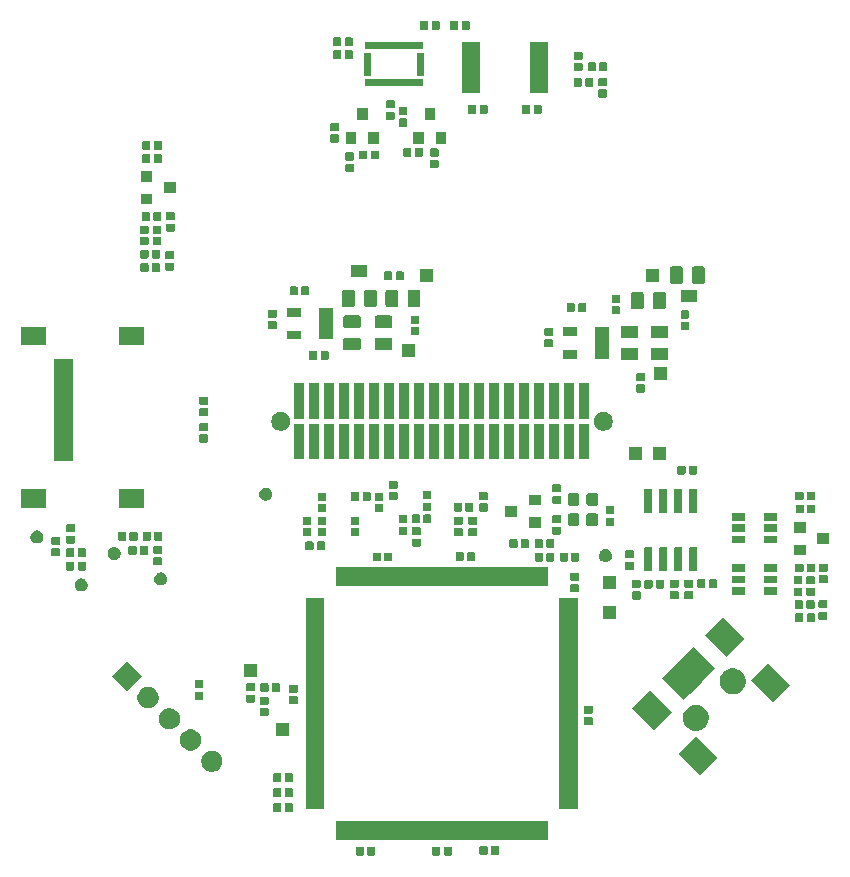
<source format=gts>
G04 #@! TF.GenerationSoftware,KiCad,Pcbnew,(5.1.5)-3*
G04 #@! TF.CreationDate,2020-02-20T11:24:20-05:00*
G04 #@! TF.ProjectId,Flight_Computer,466c6967-6874-45f4-936f-6d7075746572,rev?*
G04 #@! TF.SameCoordinates,Original*
G04 #@! TF.FileFunction,Soldermask,Top*
G04 #@! TF.FilePolarity,Negative*
%FSLAX46Y46*%
G04 Gerber Fmt 4.6, Leading zero omitted, Abs format (unit mm)*
G04 Created by KiCad (PCBNEW (5.1.5)-3) date 2020-02-20 11:24:20*
%MOMM*%
%LPD*%
G04 APERTURE LIST*
%ADD10C,0.100000*%
G04 APERTURE END LIST*
D10*
G36*
X146664938Y-163046416D02*
G01*
X146685557Y-163052671D01*
X146704553Y-163062824D01*
X146721208Y-163076492D01*
X146734876Y-163093147D01*
X146745029Y-163112143D01*
X146751284Y-163132762D01*
X146754000Y-163160340D01*
X146754000Y-163669060D01*
X146751284Y-163696638D01*
X146745029Y-163717257D01*
X146734876Y-163736253D01*
X146721208Y-163752908D01*
X146704553Y-163766576D01*
X146685557Y-163776729D01*
X146664938Y-163782984D01*
X146637360Y-163785700D01*
X146178640Y-163785700D01*
X146151062Y-163782984D01*
X146130443Y-163776729D01*
X146111447Y-163766576D01*
X146094792Y-163752908D01*
X146081124Y-163736253D01*
X146070971Y-163717257D01*
X146064716Y-163696638D01*
X146062000Y-163669060D01*
X146062000Y-163160340D01*
X146064716Y-163132762D01*
X146070971Y-163112143D01*
X146081124Y-163093147D01*
X146094792Y-163076492D01*
X146111447Y-163062824D01*
X146130443Y-163052671D01*
X146151062Y-163046416D01*
X146178640Y-163043700D01*
X146637360Y-163043700D01*
X146664938Y-163046416D01*
G37*
G36*
X152171938Y-163046416D02*
G01*
X152192557Y-163052671D01*
X152211553Y-163062824D01*
X152228208Y-163076492D01*
X152241876Y-163093147D01*
X152252029Y-163112143D01*
X152258284Y-163132762D01*
X152261000Y-163160340D01*
X152261000Y-163669060D01*
X152258284Y-163696638D01*
X152252029Y-163717257D01*
X152241876Y-163736253D01*
X152228208Y-163752908D01*
X152211553Y-163766576D01*
X152192557Y-163776729D01*
X152171938Y-163782984D01*
X152144360Y-163785700D01*
X151685640Y-163785700D01*
X151658062Y-163782984D01*
X151637443Y-163776729D01*
X151618447Y-163766576D01*
X151601792Y-163752908D01*
X151588124Y-163736253D01*
X151577971Y-163717257D01*
X151571716Y-163696638D01*
X151569000Y-163669060D01*
X151569000Y-163160340D01*
X151571716Y-163132762D01*
X151577971Y-163112143D01*
X151588124Y-163093147D01*
X151601792Y-163076492D01*
X151618447Y-163062824D01*
X151637443Y-163052671D01*
X151658062Y-163046416D01*
X151685640Y-163043700D01*
X152144360Y-163043700D01*
X152171938Y-163046416D01*
G37*
G36*
X153141938Y-163046416D02*
G01*
X153162557Y-163052671D01*
X153181553Y-163062824D01*
X153198208Y-163076492D01*
X153211876Y-163093147D01*
X153222029Y-163112143D01*
X153228284Y-163132762D01*
X153231000Y-163160340D01*
X153231000Y-163669060D01*
X153228284Y-163696638D01*
X153222029Y-163717257D01*
X153211876Y-163736253D01*
X153198208Y-163752908D01*
X153181553Y-163766576D01*
X153162557Y-163776729D01*
X153141938Y-163782984D01*
X153114360Y-163785700D01*
X152655640Y-163785700D01*
X152628062Y-163782984D01*
X152607443Y-163776729D01*
X152588447Y-163766576D01*
X152571792Y-163752908D01*
X152558124Y-163736253D01*
X152547971Y-163717257D01*
X152541716Y-163696638D01*
X152539000Y-163669060D01*
X152539000Y-163160340D01*
X152541716Y-163132762D01*
X152547971Y-163112143D01*
X152558124Y-163093147D01*
X152571792Y-163076492D01*
X152588447Y-163062824D01*
X152607443Y-163052671D01*
X152628062Y-163046416D01*
X152655640Y-163043700D01*
X153114360Y-163043700D01*
X153141938Y-163046416D01*
G37*
G36*
X145694938Y-163046416D02*
G01*
X145715557Y-163052671D01*
X145734553Y-163062824D01*
X145751208Y-163076492D01*
X145764876Y-163093147D01*
X145775029Y-163112143D01*
X145781284Y-163132762D01*
X145784000Y-163160340D01*
X145784000Y-163669060D01*
X145781284Y-163696638D01*
X145775029Y-163717257D01*
X145764876Y-163736253D01*
X145751208Y-163752908D01*
X145734553Y-163766576D01*
X145715557Y-163776729D01*
X145694938Y-163782984D01*
X145667360Y-163785700D01*
X145208640Y-163785700D01*
X145181062Y-163782984D01*
X145160443Y-163776729D01*
X145141447Y-163766576D01*
X145124792Y-163752908D01*
X145111124Y-163736253D01*
X145100971Y-163717257D01*
X145094716Y-163696638D01*
X145092000Y-163669060D01*
X145092000Y-163160340D01*
X145094716Y-163132762D01*
X145100971Y-163112143D01*
X145111124Y-163093147D01*
X145124792Y-163076492D01*
X145141447Y-163062824D01*
X145160443Y-163052671D01*
X145181062Y-163046416D01*
X145208640Y-163043700D01*
X145667360Y-163043700D01*
X145694938Y-163046416D01*
G37*
G36*
X157142438Y-162982916D02*
G01*
X157163057Y-162989171D01*
X157182053Y-162999324D01*
X157198708Y-163012992D01*
X157212376Y-163029647D01*
X157222529Y-163048643D01*
X157228784Y-163069262D01*
X157231500Y-163096840D01*
X157231500Y-163605560D01*
X157228784Y-163633138D01*
X157222529Y-163653757D01*
X157212376Y-163672753D01*
X157198708Y-163689408D01*
X157182053Y-163703076D01*
X157163057Y-163713229D01*
X157142438Y-163719484D01*
X157114860Y-163722200D01*
X156656140Y-163722200D01*
X156628562Y-163719484D01*
X156607943Y-163713229D01*
X156588947Y-163703076D01*
X156572292Y-163689408D01*
X156558624Y-163672753D01*
X156548471Y-163653757D01*
X156542216Y-163633138D01*
X156539500Y-163605560D01*
X156539500Y-163096840D01*
X156542216Y-163069262D01*
X156548471Y-163048643D01*
X156558624Y-163029647D01*
X156572292Y-163012992D01*
X156588947Y-162999324D01*
X156607943Y-162989171D01*
X156628562Y-162982916D01*
X156656140Y-162980200D01*
X157114860Y-162980200D01*
X157142438Y-162982916D01*
G37*
G36*
X156172438Y-162982916D02*
G01*
X156193057Y-162989171D01*
X156212053Y-162999324D01*
X156228708Y-163012992D01*
X156242376Y-163029647D01*
X156252529Y-163048643D01*
X156258784Y-163069262D01*
X156261500Y-163096840D01*
X156261500Y-163605560D01*
X156258784Y-163633138D01*
X156252529Y-163653757D01*
X156242376Y-163672753D01*
X156228708Y-163689408D01*
X156212053Y-163703076D01*
X156193057Y-163713229D01*
X156172438Y-163719484D01*
X156144860Y-163722200D01*
X155686140Y-163722200D01*
X155658562Y-163719484D01*
X155637943Y-163713229D01*
X155618947Y-163703076D01*
X155602292Y-163689408D01*
X155588624Y-163672753D01*
X155578471Y-163653757D01*
X155572216Y-163633138D01*
X155569500Y-163605560D01*
X155569500Y-163096840D01*
X155572216Y-163069262D01*
X155578471Y-163048643D01*
X155588624Y-163029647D01*
X155602292Y-163012992D01*
X155618947Y-162999324D01*
X155637943Y-162989171D01*
X155658562Y-162982916D01*
X155686140Y-162980200D01*
X156144860Y-162980200D01*
X156172438Y-162982916D01*
G37*
G36*
X161351000Y-162431700D02*
G01*
X143449000Y-162431700D01*
X143449000Y-160854700D01*
X161351000Y-160854700D01*
X161351000Y-162431700D01*
G37*
G36*
X139679938Y-159363416D02*
G01*
X139700557Y-159369671D01*
X139719553Y-159379824D01*
X139736208Y-159393492D01*
X139749876Y-159410147D01*
X139760029Y-159429143D01*
X139766284Y-159449762D01*
X139769000Y-159477340D01*
X139769000Y-159986060D01*
X139766284Y-160013638D01*
X139760029Y-160034257D01*
X139749876Y-160053253D01*
X139736208Y-160069908D01*
X139719553Y-160083576D01*
X139700557Y-160093729D01*
X139679938Y-160099984D01*
X139652360Y-160102700D01*
X139193640Y-160102700D01*
X139166062Y-160099984D01*
X139145443Y-160093729D01*
X139126447Y-160083576D01*
X139109792Y-160069908D01*
X139096124Y-160053253D01*
X139085971Y-160034257D01*
X139079716Y-160013638D01*
X139077000Y-159986060D01*
X139077000Y-159477340D01*
X139079716Y-159449762D01*
X139085971Y-159429143D01*
X139096124Y-159410147D01*
X139109792Y-159393492D01*
X139126447Y-159379824D01*
X139145443Y-159369671D01*
X139166062Y-159363416D01*
X139193640Y-159360700D01*
X139652360Y-159360700D01*
X139679938Y-159363416D01*
G37*
G36*
X138709938Y-159363416D02*
G01*
X138730557Y-159369671D01*
X138749553Y-159379824D01*
X138766208Y-159393492D01*
X138779876Y-159410147D01*
X138790029Y-159429143D01*
X138796284Y-159449762D01*
X138799000Y-159477340D01*
X138799000Y-159986060D01*
X138796284Y-160013638D01*
X138790029Y-160034257D01*
X138779876Y-160053253D01*
X138766208Y-160069908D01*
X138749553Y-160083576D01*
X138730557Y-160093729D01*
X138709938Y-160099984D01*
X138682360Y-160102700D01*
X138223640Y-160102700D01*
X138196062Y-160099984D01*
X138175443Y-160093729D01*
X138156447Y-160083576D01*
X138139792Y-160069908D01*
X138126124Y-160053253D01*
X138115971Y-160034257D01*
X138109716Y-160013638D01*
X138107000Y-159986060D01*
X138107000Y-159477340D01*
X138109716Y-159449762D01*
X138115971Y-159429143D01*
X138126124Y-159410147D01*
X138139792Y-159393492D01*
X138156447Y-159379824D01*
X138175443Y-159369671D01*
X138196062Y-159363416D01*
X138223640Y-159360700D01*
X138682360Y-159360700D01*
X138709938Y-159363416D01*
G37*
G36*
X142450500Y-159856200D02*
G01*
X140873500Y-159856200D01*
X140873500Y-141954200D01*
X142450500Y-141954200D01*
X142450500Y-159856200D01*
G37*
G36*
X163926500Y-159856200D02*
G01*
X162349500Y-159856200D01*
X162349500Y-141954200D01*
X163926500Y-141954200D01*
X163926500Y-159856200D01*
G37*
G36*
X138709938Y-158093416D02*
G01*
X138730557Y-158099671D01*
X138749553Y-158109824D01*
X138766208Y-158123492D01*
X138779876Y-158140147D01*
X138790029Y-158159143D01*
X138796284Y-158179762D01*
X138799000Y-158207340D01*
X138799000Y-158716060D01*
X138796284Y-158743638D01*
X138790029Y-158764257D01*
X138779876Y-158783253D01*
X138766208Y-158799908D01*
X138749553Y-158813576D01*
X138730557Y-158823729D01*
X138709938Y-158829984D01*
X138682360Y-158832700D01*
X138223640Y-158832700D01*
X138196062Y-158829984D01*
X138175443Y-158823729D01*
X138156447Y-158813576D01*
X138139792Y-158799908D01*
X138126124Y-158783253D01*
X138115971Y-158764257D01*
X138109716Y-158743638D01*
X138107000Y-158716060D01*
X138107000Y-158207340D01*
X138109716Y-158179762D01*
X138115971Y-158159143D01*
X138126124Y-158140147D01*
X138139792Y-158123492D01*
X138156447Y-158109824D01*
X138175443Y-158099671D01*
X138196062Y-158093416D01*
X138223640Y-158090700D01*
X138682360Y-158090700D01*
X138709938Y-158093416D01*
G37*
G36*
X139679938Y-158093416D02*
G01*
X139700557Y-158099671D01*
X139719553Y-158109824D01*
X139736208Y-158123492D01*
X139749876Y-158140147D01*
X139760029Y-158159143D01*
X139766284Y-158179762D01*
X139769000Y-158207340D01*
X139769000Y-158716060D01*
X139766284Y-158743638D01*
X139760029Y-158764257D01*
X139749876Y-158783253D01*
X139736208Y-158799908D01*
X139719553Y-158813576D01*
X139700557Y-158823729D01*
X139679938Y-158829984D01*
X139652360Y-158832700D01*
X139193640Y-158832700D01*
X139166062Y-158829984D01*
X139145443Y-158823729D01*
X139126447Y-158813576D01*
X139109792Y-158799908D01*
X139096124Y-158783253D01*
X139085971Y-158764257D01*
X139079716Y-158743638D01*
X139077000Y-158716060D01*
X139077000Y-158207340D01*
X139079716Y-158179762D01*
X139085971Y-158159143D01*
X139096124Y-158140147D01*
X139109792Y-158123492D01*
X139126447Y-158109824D01*
X139145443Y-158099671D01*
X139166062Y-158093416D01*
X139193640Y-158090700D01*
X139652360Y-158090700D01*
X139679938Y-158093416D01*
G37*
G36*
X139679938Y-156823416D02*
G01*
X139700557Y-156829671D01*
X139719553Y-156839824D01*
X139736208Y-156853492D01*
X139749876Y-156870147D01*
X139760029Y-156889143D01*
X139766284Y-156909762D01*
X139769000Y-156937340D01*
X139769000Y-157446060D01*
X139766284Y-157473638D01*
X139760029Y-157494257D01*
X139749876Y-157513253D01*
X139736208Y-157529908D01*
X139719553Y-157543576D01*
X139700557Y-157553729D01*
X139679938Y-157559984D01*
X139652360Y-157562700D01*
X139193640Y-157562700D01*
X139166062Y-157559984D01*
X139145443Y-157553729D01*
X139126447Y-157543576D01*
X139109792Y-157529908D01*
X139096124Y-157513253D01*
X139085971Y-157494257D01*
X139079716Y-157473638D01*
X139077000Y-157446060D01*
X139077000Y-156937340D01*
X139079716Y-156909762D01*
X139085971Y-156889143D01*
X139096124Y-156870147D01*
X139109792Y-156853492D01*
X139126447Y-156839824D01*
X139145443Y-156829671D01*
X139166062Y-156823416D01*
X139193640Y-156820700D01*
X139652360Y-156820700D01*
X139679938Y-156823416D01*
G37*
G36*
X138709938Y-156823416D02*
G01*
X138730557Y-156829671D01*
X138749553Y-156839824D01*
X138766208Y-156853492D01*
X138779876Y-156870147D01*
X138790029Y-156889143D01*
X138796284Y-156909762D01*
X138799000Y-156937340D01*
X138799000Y-157446060D01*
X138796284Y-157473638D01*
X138790029Y-157494257D01*
X138779876Y-157513253D01*
X138766208Y-157529908D01*
X138749553Y-157543576D01*
X138730557Y-157553729D01*
X138709938Y-157559984D01*
X138682360Y-157562700D01*
X138223640Y-157562700D01*
X138196062Y-157559984D01*
X138175443Y-157553729D01*
X138156447Y-157543576D01*
X138139792Y-157529908D01*
X138126124Y-157513253D01*
X138115971Y-157494257D01*
X138109716Y-157473638D01*
X138107000Y-157446060D01*
X138107000Y-156937340D01*
X138109716Y-156909762D01*
X138115971Y-156889143D01*
X138126124Y-156870147D01*
X138139792Y-156853492D01*
X138156447Y-156839824D01*
X138175443Y-156829671D01*
X138196062Y-156823416D01*
X138223640Y-156820700D01*
X138682360Y-156820700D01*
X138709938Y-156823416D01*
G37*
G36*
X175720286Y-155507919D02*
G01*
X174233948Y-156994257D01*
X172394056Y-155154365D01*
X173880394Y-153668027D01*
X175720286Y-155507919D01*
G37*
G36*
X133027717Y-154907332D02*
G01*
X133177017Y-154937029D01*
X133340989Y-155004949D01*
X133488559Y-155103552D01*
X133614058Y-155229051D01*
X133712661Y-155376621D01*
X133780581Y-155540593D01*
X133815205Y-155714664D01*
X133815205Y-155892146D01*
X133780581Y-156066217D01*
X133712661Y-156230189D01*
X133614058Y-156377759D01*
X133488559Y-156503258D01*
X133340989Y-156601861D01*
X133177017Y-156669781D01*
X133027717Y-156699478D01*
X133002947Y-156704405D01*
X132825463Y-156704405D01*
X132800693Y-156699478D01*
X132651393Y-156669781D01*
X132487421Y-156601861D01*
X132339851Y-156503258D01*
X132214352Y-156377759D01*
X132115749Y-156230189D01*
X132047829Y-156066217D01*
X132013205Y-155892146D01*
X132013205Y-155714664D01*
X132047829Y-155540593D01*
X132115749Y-155376621D01*
X132214352Y-155229051D01*
X132339851Y-155103552D01*
X132487421Y-155004949D01*
X132651393Y-154937029D01*
X132800693Y-154907332D01*
X132825463Y-154902405D01*
X133002947Y-154902405D01*
X133027717Y-154907332D01*
G37*
G36*
X131231666Y-153111281D02*
G01*
X131380966Y-153140978D01*
X131544938Y-153208898D01*
X131692508Y-153307501D01*
X131818007Y-153433000D01*
X131916610Y-153580570D01*
X131984530Y-153744542D01*
X132019154Y-153918613D01*
X132019154Y-154096095D01*
X131984530Y-154270166D01*
X131916610Y-154434138D01*
X131818007Y-154581708D01*
X131692508Y-154707207D01*
X131544938Y-154805810D01*
X131380966Y-154873730D01*
X131236803Y-154902405D01*
X131206896Y-154908354D01*
X131029412Y-154908354D01*
X130999505Y-154902405D01*
X130855342Y-154873730D01*
X130691370Y-154805810D01*
X130543800Y-154707207D01*
X130418301Y-154581708D01*
X130319698Y-154434138D01*
X130251778Y-154270166D01*
X130217154Y-154096095D01*
X130217154Y-153918613D01*
X130251778Y-153744542D01*
X130319698Y-153580570D01*
X130418301Y-153433000D01*
X130543800Y-153307501D01*
X130691370Y-153208898D01*
X130855342Y-153140978D01*
X131004642Y-153111281D01*
X131029412Y-153106354D01*
X131206896Y-153106354D01*
X131231666Y-153111281D01*
G37*
G36*
X139489000Y-153640600D02*
G01*
X138387000Y-153640600D01*
X138387000Y-152538600D01*
X139489000Y-152538600D01*
X139489000Y-153640600D01*
G37*
G36*
X174123473Y-151048104D02*
G01*
X174229829Y-151069260D01*
X174280382Y-151090200D01*
X174430199Y-151152256D01*
X174610523Y-151272744D01*
X174763884Y-151426105D01*
X174884372Y-151606429D01*
X174899500Y-151642951D01*
X174967368Y-151806799D01*
X174980648Y-151873560D01*
X175002065Y-151981229D01*
X175009679Y-152019510D01*
X175009679Y-152236388D01*
X174967368Y-152449099D01*
X174957006Y-152474114D01*
X174884372Y-152649469D01*
X174763884Y-152829793D01*
X174610523Y-152983154D01*
X174430199Y-153103642D01*
X174340059Y-153140979D01*
X174229829Y-153186638D01*
X174123474Y-153207793D01*
X174017119Y-153228949D01*
X173800239Y-153228949D01*
X173693884Y-153207793D01*
X173587529Y-153186638D01*
X173477299Y-153140979D01*
X173387159Y-153103642D01*
X173206835Y-152983154D01*
X173053474Y-152829793D01*
X172932986Y-152649469D01*
X172860352Y-152474114D01*
X172849990Y-152449099D01*
X172807679Y-152236388D01*
X172807679Y-152019510D01*
X172815294Y-151981229D01*
X172836710Y-151873560D01*
X172849990Y-151806799D01*
X172917858Y-151642951D01*
X172932986Y-151606429D01*
X173053474Y-151426105D01*
X173206835Y-151272744D01*
X173387159Y-151152256D01*
X173536976Y-151090200D01*
X173587529Y-151069260D01*
X173693885Y-151048104D01*
X173800239Y-151026949D01*
X174017119Y-151026949D01*
X174123473Y-151048104D01*
G37*
G36*
X171845341Y-151632974D02*
G01*
X170359003Y-153119312D01*
X168519111Y-151279420D01*
X170005449Y-149793082D01*
X171845341Y-151632974D01*
G37*
G36*
X129435614Y-151315229D02*
G01*
X129584914Y-151344926D01*
X129748886Y-151412846D01*
X129896456Y-151511449D01*
X130021955Y-151636948D01*
X130120558Y-151784518D01*
X130188478Y-151948490D01*
X130223102Y-152122561D01*
X130223102Y-152300043D01*
X130188478Y-152474114D01*
X130120558Y-152638086D01*
X130021955Y-152785656D01*
X129896456Y-152911155D01*
X129748886Y-153009758D01*
X129584914Y-153077678D01*
X129440746Y-153106354D01*
X129410844Y-153112302D01*
X129233360Y-153112302D01*
X129203458Y-153106354D01*
X129059290Y-153077678D01*
X128895318Y-153009758D01*
X128747748Y-152911155D01*
X128622249Y-152785656D01*
X128523646Y-152638086D01*
X128455726Y-152474114D01*
X128421102Y-152300043D01*
X128421102Y-152122561D01*
X128455726Y-151948490D01*
X128523646Y-151784518D01*
X128622249Y-151636948D01*
X128747748Y-151511449D01*
X128895318Y-151412846D01*
X129059290Y-151344926D01*
X129208590Y-151315229D01*
X129233360Y-151310302D01*
X129410844Y-151310302D01*
X129435614Y-151315229D01*
G37*
G36*
X165077138Y-152062916D02*
G01*
X165097757Y-152069171D01*
X165116753Y-152079324D01*
X165133408Y-152092992D01*
X165147076Y-152109647D01*
X165157229Y-152128643D01*
X165163484Y-152149262D01*
X165166200Y-152176840D01*
X165166200Y-152635560D01*
X165163484Y-152663138D01*
X165157229Y-152683757D01*
X165147076Y-152702753D01*
X165133408Y-152719408D01*
X165116753Y-152733076D01*
X165097757Y-152743229D01*
X165077138Y-152749484D01*
X165049560Y-152752200D01*
X164540840Y-152752200D01*
X164513262Y-152749484D01*
X164492643Y-152743229D01*
X164473647Y-152733076D01*
X164456992Y-152719408D01*
X164443324Y-152702753D01*
X164433171Y-152683757D01*
X164426916Y-152663138D01*
X164424200Y-152635560D01*
X164424200Y-152176840D01*
X164426916Y-152149262D01*
X164433171Y-152128643D01*
X164443324Y-152109647D01*
X164456992Y-152092992D01*
X164473647Y-152079324D01*
X164492643Y-152069171D01*
X164513262Y-152062916D01*
X164540840Y-152060200D01*
X165049560Y-152060200D01*
X165077138Y-152062916D01*
G37*
G36*
X137632438Y-151300916D02*
G01*
X137653057Y-151307171D01*
X137672053Y-151317324D01*
X137688708Y-151330992D01*
X137702376Y-151347647D01*
X137712529Y-151366643D01*
X137718784Y-151387262D01*
X137721500Y-151414840D01*
X137721500Y-151873560D01*
X137718784Y-151901138D01*
X137712529Y-151921757D01*
X137702376Y-151940753D01*
X137688708Y-151957408D01*
X137672053Y-151971076D01*
X137653057Y-151981229D01*
X137632438Y-151987484D01*
X137604860Y-151990200D01*
X137096140Y-151990200D01*
X137068562Y-151987484D01*
X137047943Y-151981229D01*
X137028947Y-151971076D01*
X137012292Y-151957408D01*
X136998624Y-151940753D01*
X136988471Y-151921757D01*
X136982216Y-151901138D01*
X136979500Y-151873560D01*
X136979500Y-151414840D01*
X136982216Y-151387262D01*
X136988471Y-151366643D01*
X136998624Y-151347647D01*
X137012292Y-151330992D01*
X137028947Y-151317324D01*
X137047943Y-151307171D01*
X137068562Y-151300916D01*
X137096140Y-151298200D01*
X137604860Y-151298200D01*
X137632438Y-151300916D01*
G37*
G36*
X165077138Y-151092916D02*
G01*
X165097757Y-151099171D01*
X165116753Y-151109324D01*
X165133408Y-151122992D01*
X165147076Y-151139647D01*
X165157229Y-151158643D01*
X165163484Y-151179262D01*
X165166200Y-151206840D01*
X165166200Y-151665560D01*
X165163484Y-151693138D01*
X165157229Y-151713757D01*
X165147076Y-151732753D01*
X165133408Y-151749408D01*
X165116753Y-151763076D01*
X165097757Y-151773229D01*
X165077138Y-151779484D01*
X165049560Y-151782200D01*
X164540840Y-151782200D01*
X164513262Y-151779484D01*
X164492643Y-151773229D01*
X164473647Y-151763076D01*
X164456992Y-151749408D01*
X164443324Y-151732753D01*
X164433171Y-151713757D01*
X164426916Y-151693138D01*
X164424200Y-151665560D01*
X164424200Y-151206840D01*
X164426916Y-151179262D01*
X164433171Y-151158643D01*
X164443324Y-151139647D01*
X164456992Y-151122992D01*
X164473647Y-151109324D01*
X164492643Y-151099171D01*
X164513262Y-151092916D01*
X164540840Y-151090200D01*
X165049560Y-151090200D01*
X165077138Y-151092916D01*
G37*
G36*
X127639563Y-149519178D02*
G01*
X127788863Y-149548875D01*
X127952835Y-149616795D01*
X128100405Y-149715398D01*
X128225904Y-149840897D01*
X128324507Y-149988467D01*
X128392427Y-150152439D01*
X128427051Y-150326510D01*
X128427051Y-150503992D01*
X128392427Y-150678063D01*
X128324507Y-150842035D01*
X128225904Y-150989605D01*
X128100405Y-151115104D01*
X127952835Y-151213707D01*
X127788863Y-151281627D01*
X127660441Y-151307171D01*
X127614793Y-151316251D01*
X127437309Y-151316251D01*
X127391661Y-151307171D01*
X127263239Y-151281627D01*
X127099267Y-151213707D01*
X126951697Y-151115104D01*
X126826198Y-150989605D01*
X126727595Y-150842035D01*
X126659675Y-150678063D01*
X126625051Y-150503992D01*
X126625051Y-150326510D01*
X126659675Y-150152439D01*
X126727595Y-149988467D01*
X126826198Y-149840897D01*
X126951697Y-149715398D01*
X127099267Y-149616795D01*
X127263239Y-149548875D01*
X127412539Y-149519178D01*
X127437309Y-149514251D01*
X127614793Y-149514251D01*
X127639563Y-149519178D01*
G37*
G36*
X137632438Y-150330916D02*
G01*
X137653057Y-150337171D01*
X137672053Y-150347324D01*
X137688708Y-150360992D01*
X137702376Y-150377647D01*
X137712529Y-150396643D01*
X137718784Y-150417262D01*
X137721500Y-150444840D01*
X137721500Y-150903560D01*
X137718784Y-150931138D01*
X137712529Y-150951757D01*
X137702376Y-150970753D01*
X137688708Y-150987408D01*
X137672053Y-151001076D01*
X137653057Y-151011229D01*
X137632438Y-151017484D01*
X137604860Y-151020200D01*
X137096140Y-151020200D01*
X137068562Y-151017484D01*
X137047943Y-151011229D01*
X137028947Y-151001076D01*
X137012292Y-150987408D01*
X136998624Y-150970753D01*
X136988471Y-150951757D01*
X136982216Y-150931138D01*
X136979500Y-150903560D01*
X136979500Y-150444840D01*
X136982216Y-150417262D01*
X136988471Y-150396643D01*
X136998624Y-150377647D01*
X137012292Y-150360992D01*
X137028947Y-150347324D01*
X137047943Y-150337171D01*
X137068562Y-150330916D01*
X137096140Y-150328200D01*
X137604860Y-150328200D01*
X137632438Y-150330916D01*
G37*
G36*
X140108938Y-150284916D02*
G01*
X140129557Y-150291171D01*
X140148553Y-150301324D01*
X140165208Y-150314992D01*
X140178876Y-150331647D01*
X140189029Y-150350643D01*
X140195284Y-150371262D01*
X140198000Y-150398840D01*
X140198000Y-150857560D01*
X140195284Y-150885138D01*
X140189029Y-150905757D01*
X140178876Y-150924753D01*
X140165208Y-150941408D01*
X140148553Y-150955076D01*
X140129557Y-150965229D01*
X140108938Y-150971484D01*
X140081360Y-150974200D01*
X139572640Y-150974200D01*
X139545062Y-150971484D01*
X139524443Y-150965229D01*
X139505447Y-150955076D01*
X139488792Y-150941408D01*
X139475124Y-150924753D01*
X139464971Y-150905757D01*
X139458716Y-150885138D01*
X139456000Y-150857560D01*
X139456000Y-150398840D01*
X139458716Y-150371262D01*
X139464971Y-150350643D01*
X139475124Y-150331647D01*
X139488792Y-150314992D01*
X139505447Y-150301324D01*
X139524443Y-150291171D01*
X139545062Y-150284916D01*
X139572640Y-150282200D01*
X140081360Y-150282200D01*
X140108938Y-150284916D01*
G37*
G36*
X136489438Y-150157916D02*
G01*
X136510057Y-150164171D01*
X136529053Y-150174324D01*
X136545708Y-150187992D01*
X136559376Y-150204647D01*
X136569529Y-150223643D01*
X136575784Y-150244262D01*
X136578500Y-150271840D01*
X136578500Y-150730560D01*
X136575784Y-150758138D01*
X136569529Y-150778757D01*
X136559376Y-150797753D01*
X136545708Y-150814408D01*
X136529053Y-150828076D01*
X136510057Y-150838229D01*
X136489438Y-150844484D01*
X136461860Y-150847200D01*
X135953140Y-150847200D01*
X135925562Y-150844484D01*
X135904943Y-150838229D01*
X135885947Y-150828076D01*
X135869292Y-150814408D01*
X135855624Y-150797753D01*
X135845471Y-150778757D01*
X135839216Y-150758138D01*
X135836500Y-150730560D01*
X135836500Y-150271840D01*
X135839216Y-150244262D01*
X135845471Y-150223643D01*
X135855624Y-150204647D01*
X135869292Y-150187992D01*
X135885947Y-150174324D01*
X135904943Y-150164171D01*
X135925562Y-150157916D01*
X135953140Y-150155200D01*
X136461860Y-150155200D01*
X136489438Y-150157916D01*
G37*
G36*
X181886257Y-149341948D02*
G01*
X180399919Y-150828286D01*
X178560027Y-148988394D01*
X180046365Y-147502056D01*
X181886257Y-149341948D01*
G37*
G36*
X175529368Y-147948948D02*
G01*
X175103690Y-148374626D01*
X174963682Y-148514633D01*
X174538004Y-148940311D01*
X174397997Y-149080319D01*
X173972319Y-149505997D01*
X173832311Y-149646004D01*
X173406633Y-150071682D01*
X173266626Y-150211690D01*
X172840948Y-150637368D01*
X171001056Y-148797476D01*
X171426734Y-148371798D01*
X171426735Y-148371799D01*
X171478355Y-148320179D01*
X171478364Y-148320168D01*
X171566742Y-148231791D01*
X171566741Y-148231790D01*
X171992419Y-147806112D01*
X171992420Y-147806113D01*
X172080797Y-147717735D01*
X172080808Y-147717726D01*
X172132428Y-147666106D01*
X172132427Y-147666105D01*
X172558105Y-147240427D01*
X172558106Y-147240428D01*
X172609726Y-147188808D01*
X172609735Y-147188797D01*
X172698113Y-147100420D01*
X172698112Y-147100419D01*
X173123790Y-146674741D01*
X173123791Y-146674742D01*
X173212168Y-146586364D01*
X173212179Y-146586355D01*
X173263799Y-146534735D01*
X173263798Y-146534734D01*
X173689476Y-146109056D01*
X175529368Y-147948948D01*
G37*
G36*
X132107938Y-149903916D02*
G01*
X132128557Y-149910171D01*
X132147553Y-149920324D01*
X132164208Y-149933992D01*
X132177876Y-149950647D01*
X132188029Y-149969643D01*
X132194284Y-149990262D01*
X132197000Y-150017840D01*
X132197000Y-150476560D01*
X132194284Y-150504138D01*
X132188029Y-150524757D01*
X132177876Y-150543753D01*
X132164208Y-150560408D01*
X132147553Y-150574076D01*
X132128557Y-150584229D01*
X132107938Y-150590484D01*
X132080360Y-150593200D01*
X131571640Y-150593200D01*
X131544062Y-150590484D01*
X131523443Y-150584229D01*
X131504447Y-150574076D01*
X131487792Y-150560408D01*
X131474124Y-150543753D01*
X131463971Y-150524757D01*
X131457716Y-150504138D01*
X131455000Y-150476560D01*
X131455000Y-150017840D01*
X131457716Y-149990262D01*
X131463971Y-149969643D01*
X131474124Y-149950647D01*
X131487792Y-149933992D01*
X131504447Y-149920324D01*
X131523443Y-149910171D01*
X131544062Y-149903916D01*
X131571640Y-149901200D01*
X132080360Y-149901200D01*
X132107938Y-149903916D01*
G37*
G36*
X177234743Y-147936834D02*
G01*
X177341099Y-147957990D01*
X177541469Y-148040986D01*
X177721793Y-148161474D01*
X177875154Y-148314835D01*
X177995642Y-148495159D01*
X177995642Y-148495160D01*
X178075354Y-148687600D01*
X178078638Y-148695530D01*
X178120949Y-148908239D01*
X178120949Y-149125119D01*
X178106378Y-149198369D01*
X178078638Y-149337829D01*
X178052363Y-149401262D01*
X177995642Y-149538199D01*
X177875154Y-149718523D01*
X177721793Y-149871884D01*
X177541469Y-149992372D01*
X177341099Y-150075368D01*
X177234744Y-150096523D01*
X177128389Y-150117679D01*
X176911509Y-150117679D01*
X176805154Y-150096523D01*
X176698799Y-150075368D01*
X176598615Y-150033870D01*
X176498429Y-149992372D01*
X176318105Y-149871884D01*
X176164744Y-149718523D01*
X176044256Y-149538199D01*
X175987535Y-149401262D01*
X175961260Y-149337829D01*
X175933520Y-149198369D01*
X175918949Y-149125119D01*
X175918949Y-148908239D01*
X175961260Y-148695530D01*
X175964545Y-148687600D01*
X176044256Y-148495160D01*
X176044256Y-148495159D01*
X176164744Y-148314835D01*
X176318105Y-148161474D01*
X176498429Y-148040986D01*
X176698799Y-147957990D01*
X176805155Y-147936834D01*
X176911509Y-147915679D01*
X177128389Y-147915679D01*
X177234743Y-147936834D01*
G37*
G36*
X140108938Y-149314916D02*
G01*
X140129557Y-149321171D01*
X140148553Y-149331324D01*
X140165208Y-149344992D01*
X140178876Y-149361647D01*
X140189029Y-149380643D01*
X140195284Y-149401262D01*
X140198000Y-149428840D01*
X140198000Y-149887560D01*
X140195284Y-149915138D01*
X140189029Y-149935757D01*
X140178876Y-149954753D01*
X140165208Y-149971408D01*
X140148553Y-149985076D01*
X140129557Y-149995229D01*
X140108938Y-150001484D01*
X140081360Y-150004200D01*
X139572640Y-150004200D01*
X139545062Y-150001484D01*
X139524443Y-149995229D01*
X139505447Y-149985076D01*
X139488792Y-149971408D01*
X139475124Y-149954753D01*
X139464971Y-149935757D01*
X139458716Y-149915138D01*
X139456000Y-149887560D01*
X139456000Y-149428840D01*
X139458716Y-149401262D01*
X139464971Y-149380643D01*
X139475124Y-149361647D01*
X139488792Y-149344992D01*
X139505447Y-149331324D01*
X139524443Y-149321171D01*
X139545062Y-149314916D01*
X139572640Y-149312200D01*
X140081360Y-149312200D01*
X140108938Y-149314916D01*
G37*
G36*
X137630438Y-149203416D02*
G01*
X137651057Y-149209671D01*
X137670053Y-149219824D01*
X137686708Y-149233492D01*
X137700376Y-149250147D01*
X137710529Y-149269143D01*
X137716784Y-149289762D01*
X137719500Y-149317340D01*
X137719500Y-149826060D01*
X137716784Y-149853638D01*
X137710529Y-149874257D01*
X137700376Y-149893253D01*
X137686708Y-149909908D01*
X137670053Y-149923576D01*
X137651057Y-149933729D01*
X137630438Y-149939984D01*
X137602860Y-149942700D01*
X137144140Y-149942700D01*
X137116562Y-149939984D01*
X137095943Y-149933729D01*
X137076947Y-149923576D01*
X137060292Y-149909908D01*
X137046624Y-149893253D01*
X137036471Y-149874257D01*
X137030216Y-149853638D01*
X137027500Y-149826060D01*
X137027500Y-149317340D01*
X137030216Y-149289762D01*
X137036471Y-149269143D01*
X137046624Y-149250147D01*
X137060292Y-149233492D01*
X137076947Y-149219824D01*
X137095943Y-149209671D01*
X137116562Y-149203416D01*
X137144140Y-149200700D01*
X137602860Y-149200700D01*
X137630438Y-149203416D01*
G37*
G36*
X138600438Y-149203416D02*
G01*
X138621057Y-149209671D01*
X138640053Y-149219824D01*
X138656708Y-149233492D01*
X138670376Y-149250147D01*
X138680529Y-149269143D01*
X138686784Y-149289762D01*
X138689500Y-149317340D01*
X138689500Y-149826060D01*
X138686784Y-149853638D01*
X138680529Y-149874257D01*
X138670376Y-149893253D01*
X138656708Y-149909908D01*
X138640053Y-149923576D01*
X138621057Y-149933729D01*
X138600438Y-149939984D01*
X138572860Y-149942700D01*
X138114140Y-149942700D01*
X138086562Y-149939984D01*
X138065943Y-149933729D01*
X138046947Y-149923576D01*
X138030292Y-149909908D01*
X138016624Y-149893253D01*
X138006471Y-149874257D01*
X138000216Y-149853638D01*
X137997500Y-149826060D01*
X137997500Y-149317340D01*
X138000216Y-149289762D01*
X138006471Y-149269143D01*
X138016624Y-149250147D01*
X138030292Y-149233492D01*
X138046947Y-149219824D01*
X138065943Y-149209671D01*
X138086562Y-149203416D01*
X138114140Y-149200700D01*
X138572860Y-149200700D01*
X138600438Y-149203416D01*
G37*
G36*
X127004206Y-148619200D02*
G01*
X125730000Y-149893406D01*
X124455794Y-148619200D01*
X125730000Y-147344994D01*
X127004206Y-148619200D01*
G37*
G36*
X136489438Y-149187916D02*
G01*
X136510057Y-149194171D01*
X136529053Y-149204324D01*
X136545708Y-149217992D01*
X136559376Y-149234647D01*
X136569529Y-149253643D01*
X136575784Y-149274262D01*
X136578500Y-149301840D01*
X136578500Y-149760560D01*
X136575784Y-149788138D01*
X136569529Y-149808757D01*
X136559376Y-149827753D01*
X136545708Y-149844408D01*
X136529053Y-149858076D01*
X136510057Y-149868229D01*
X136489438Y-149874484D01*
X136461860Y-149877200D01*
X135953140Y-149877200D01*
X135925562Y-149874484D01*
X135904943Y-149868229D01*
X135885947Y-149858076D01*
X135869292Y-149844408D01*
X135855624Y-149827753D01*
X135845471Y-149808757D01*
X135839216Y-149788138D01*
X135836500Y-149760560D01*
X135836500Y-149301840D01*
X135839216Y-149274262D01*
X135845471Y-149253643D01*
X135855624Y-149234647D01*
X135869292Y-149217992D01*
X135885947Y-149204324D01*
X135904943Y-149194171D01*
X135925562Y-149187916D01*
X135953140Y-149185200D01*
X136461860Y-149185200D01*
X136489438Y-149187916D01*
G37*
G36*
X132107938Y-148933916D02*
G01*
X132128557Y-148940171D01*
X132147553Y-148950324D01*
X132164208Y-148963992D01*
X132177876Y-148980647D01*
X132188029Y-148999643D01*
X132194284Y-149020262D01*
X132197000Y-149047840D01*
X132197000Y-149506560D01*
X132194284Y-149534138D01*
X132188029Y-149554757D01*
X132177876Y-149573753D01*
X132164208Y-149590408D01*
X132147553Y-149604076D01*
X132128557Y-149614229D01*
X132107938Y-149620484D01*
X132080360Y-149623200D01*
X131571640Y-149623200D01*
X131544062Y-149620484D01*
X131523443Y-149614229D01*
X131504447Y-149604076D01*
X131487792Y-149590408D01*
X131474124Y-149573753D01*
X131463971Y-149554757D01*
X131457716Y-149534138D01*
X131455000Y-149506560D01*
X131455000Y-149047840D01*
X131457716Y-149020262D01*
X131463971Y-148999643D01*
X131474124Y-148980647D01*
X131487792Y-148963992D01*
X131504447Y-148950324D01*
X131523443Y-148940171D01*
X131544062Y-148933916D01*
X131571640Y-148931200D01*
X132080360Y-148931200D01*
X132107938Y-148933916D01*
G37*
G36*
X136720400Y-148687600D02*
G01*
X135618400Y-148687600D01*
X135618400Y-147585600D01*
X136720400Y-147585600D01*
X136720400Y-148687600D01*
G37*
G36*
X178011312Y-145467003D02*
G01*
X176524974Y-146953341D01*
X174685082Y-145113449D01*
X176171420Y-143627111D01*
X178011312Y-145467003D01*
G37*
G36*
X182918638Y-143285216D02*
G01*
X182939257Y-143291471D01*
X182958253Y-143301624D01*
X182974908Y-143315292D01*
X182988576Y-143331947D01*
X182998729Y-143350943D01*
X183004984Y-143371562D01*
X183007700Y-143399140D01*
X183007700Y-143907860D01*
X183004984Y-143935438D01*
X182998729Y-143956057D01*
X182988576Y-143975053D01*
X182974908Y-143991708D01*
X182958253Y-144005376D01*
X182939257Y-144015529D01*
X182918638Y-144021784D01*
X182891060Y-144024500D01*
X182432340Y-144024500D01*
X182404762Y-144021784D01*
X182384143Y-144015529D01*
X182365147Y-144005376D01*
X182348492Y-143991708D01*
X182334824Y-143975053D01*
X182324671Y-143956057D01*
X182318416Y-143935438D01*
X182315700Y-143907860D01*
X182315700Y-143399140D01*
X182318416Y-143371562D01*
X182324671Y-143350943D01*
X182334824Y-143331947D01*
X182348492Y-143315292D01*
X182365147Y-143301624D01*
X182384143Y-143291471D01*
X182404762Y-143285216D01*
X182432340Y-143282500D01*
X182891060Y-143282500D01*
X182918638Y-143285216D01*
G37*
G36*
X183888638Y-143285216D02*
G01*
X183909257Y-143291471D01*
X183928253Y-143301624D01*
X183944908Y-143315292D01*
X183958576Y-143331947D01*
X183968729Y-143350943D01*
X183974984Y-143371562D01*
X183977700Y-143399140D01*
X183977700Y-143907860D01*
X183974984Y-143935438D01*
X183968729Y-143956057D01*
X183958576Y-143975053D01*
X183944908Y-143991708D01*
X183928253Y-144005376D01*
X183909257Y-144015529D01*
X183888638Y-144021784D01*
X183861060Y-144024500D01*
X183402340Y-144024500D01*
X183374762Y-144021784D01*
X183354143Y-144015529D01*
X183335147Y-144005376D01*
X183318492Y-143991708D01*
X183304824Y-143975053D01*
X183294671Y-143956057D01*
X183288416Y-143935438D01*
X183285700Y-143907860D01*
X183285700Y-143399140D01*
X183288416Y-143371562D01*
X183294671Y-143350943D01*
X183304824Y-143331947D01*
X183318492Y-143315292D01*
X183335147Y-143301624D01*
X183354143Y-143291471D01*
X183374762Y-143285216D01*
X183402340Y-143282500D01*
X183861060Y-143282500D01*
X183888638Y-143285216D01*
G37*
G36*
X184934858Y-143144976D02*
G01*
X184955477Y-143151231D01*
X184974473Y-143161384D01*
X184991128Y-143175052D01*
X185004796Y-143191707D01*
X185014949Y-143210703D01*
X185021204Y-143231322D01*
X185023920Y-143258900D01*
X185023920Y-143717620D01*
X185021204Y-143745198D01*
X185014949Y-143765817D01*
X185004796Y-143784813D01*
X184991128Y-143801468D01*
X184974473Y-143815136D01*
X184955477Y-143825289D01*
X184934858Y-143831544D01*
X184907280Y-143834260D01*
X184398560Y-143834260D01*
X184370982Y-143831544D01*
X184350363Y-143825289D01*
X184331367Y-143815136D01*
X184314712Y-143801468D01*
X184301044Y-143784813D01*
X184290891Y-143765817D01*
X184284636Y-143745198D01*
X184281920Y-143717620D01*
X184281920Y-143258900D01*
X184284636Y-143231322D01*
X184290891Y-143210703D01*
X184301044Y-143191707D01*
X184314712Y-143175052D01*
X184331367Y-143161384D01*
X184350363Y-143151231D01*
X184370982Y-143144976D01*
X184398560Y-143142260D01*
X184907280Y-143142260D01*
X184934858Y-143144976D01*
G37*
G36*
X167136900Y-143721900D02*
G01*
X166034900Y-143721900D01*
X166034900Y-142619900D01*
X167136900Y-142619900D01*
X167136900Y-143721900D01*
G37*
G36*
X183858158Y-142177776D02*
G01*
X183878777Y-142184031D01*
X183897773Y-142194184D01*
X183914428Y-142207852D01*
X183928096Y-142224507D01*
X183938249Y-142243503D01*
X183944504Y-142264122D01*
X183947220Y-142291700D01*
X183947220Y-142800420D01*
X183944504Y-142827998D01*
X183938249Y-142848617D01*
X183928096Y-142867613D01*
X183914428Y-142884268D01*
X183897773Y-142897936D01*
X183878777Y-142908089D01*
X183858158Y-142914344D01*
X183830580Y-142917060D01*
X183371860Y-142917060D01*
X183344282Y-142914344D01*
X183323663Y-142908089D01*
X183304667Y-142897936D01*
X183288012Y-142884268D01*
X183274344Y-142867613D01*
X183264191Y-142848617D01*
X183257936Y-142827998D01*
X183255220Y-142800420D01*
X183255220Y-142291700D01*
X183257936Y-142264122D01*
X183264191Y-142243503D01*
X183274344Y-142224507D01*
X183288012Y-142207852D01*
X183304667Y-142194184D01*
X183323663Y-142184031D01*
X183344282Y-142177776D01*
X183371860Y-142175060D01*
X183830580Y-142175060D01*
X183858158Y-142177776D01*
G37*
G36*
X182888158Y-142177776D02*
G01*
X182908777Y-142184031D01*
X182927773Y-142194184D01*
X182944428Y-142207852D01*
X182958096Y-142224507D01*
X182968249Y-142243503D01*
X182974504Y-142264122D01*
X182977220Y-142291700D01*
X182977220Y-142800420D01*
X182974504Y-142827998D01*
X182968249Y-142848617D01*
X182958096Y-142867613D01*
X182944428Y-142884268D01*
X182927773Y-142897936D01*
X182908777Y-142908089D01*
X182888158Y-142914344D01*
X182860580Y-142917060D01*
X182401860Y-142917060D01*
X182374282Y-142914344D01*
X182353663Y-142908089D01*
X182334667Y-142897936D01*
X182318012Y-142884268D01*
X182304344Y-142867613D01*
X182294191Y-142848617D01*
X182287936Y-142827998D01*
X182285220Y-142800420D01*
X182285220Y-142291700D01*
X182287936Y-142264122D01*
X182294191Y-142243503D01*
X182304344Y-142224507D01*
X182318012Y-142207852D01*
X182334667Y-142194184D01*
X182353663Y-142184031D01*
X182374282Y-142177776D01*
X182401860Y-142175060D01*
X182860580Y-142175060D01*
X182888158Y-142177776D01*
G37*
G36*
X184934858Y-142174976D02*
G01*
X184955477Y-142181231D01*
X184974473Y-142191384D01*
X184991128Y-142205052D01*
X185004796Y-142221707D01*
X185014949Y-142240703D01*
X185021204Y-142261322D01*
X185023920Y-142288900D01*
X185023920Y-142747620D01*
X185021204Y-142775198D01*
X185014949Y-142795817D01*
X185004796Y-142814813D01*
X184991128Y-142831468D01*
X184974473Y-142845136D01*
X184955477Y-142855289D01*
X184934858Y-142861544D01*
X184907280Y-142864260D01*
X184398560Y-142864260D01*
X184370982Y-142861544D01*
X184350363Y-142855289D01*
X184331367Y-142845136D01*
X184314712Y-142831468D01*
X184301044Y-142814813D01*
X184290891Y-142795817D01*
X184284636Y-142775198D01*
X184281920Y-142747620D01*
X184281920Y-142288900D01*
X184284636Y-142261322D01*
X184290891Y-142240703D01*
X184301044Y-142221707D01*
X184314712Y-142205052D01*
X184331367Y-142191384D01*
X184350363Y-142181231D01*
X184370982Y-142174976D01*
X184398560Y-142172260D01*
X184907280Y-142172260D01*
X184934858Y-142174976D01*
G37*
G36*
X169141138Y-141422716D02*
G01*
X169161757Y-141428971D01*
X169180753Y-141439124D01*
X169197408Y-141452792D01*
X169211076Y-141469447D01*
X169221229Y-141488443D01*
X169227484Y-141509062D01*
X169230200Y-141536640D01*
X169230200Y-141995360D01*
X169227484Y-142022938D01*
X169221229Y-142043557D01*
X169211076Y-142062553D01*
X169197408Y-142079208D01*
X169180753Y-142092876D01*
X169161757Y-142103029D01*
X169141138Y-142109284D01*
X169113560Y-142112000D01*
X168604840Y-142112000D01*
X168577262Y-142109284D01*
X168556643Y-142103029D01*
X168537647Y-142092876D01*
X168520992Y-142079208D01*
X168507324Y-142062553D01*
X168497171Y-142043557D01*
X168490916Y-142022938D01*
X168488200Y-141995360D01*
X168488200Y-141536640D01*
X168490916Y-141509062D01*
X168497171Y-141488443D01*
X168507324Y-141469447D01*
X168520992Y-141452792D01*
X168537647Y-141439124D01*
X168556643Y-141428971D01*
X168577262Y-141422716D01*
X168604840Y-141420000D01*
X169113560Y-141420000D01*
X169141138Y-141422716D01*
G37*
G36*
X172366938Y-141394916D02*
G01*
X172387557Y-141401171D01*
X172406553Y-141411324D01*
X172423208Y-141424992D01*
X172436876Y-141441647D01*
X172447029Y-141460643D01*
X172453284Y-141481262D01*
X172456000Y-141508840D01*
X172456000Y-141967560D01*
X172453284Y-141995138D01*
X172447029Y-142015757D01*
X172436876Y-142034753D01*
X172423208Y-142051408D01*
X172406553Y-142065076D01*
X172387557Y-142075229D01*
X172366938Y-142081484D01*
X172339360Y-142084200D01*
X171830640Y-142084200D01*
X171803062Y-142081484D01*
X171782443Y-142075229D01*
X171763447Y-142065076D01*
X171746792Y-142051408D01*
X171733124Y-142034753D01*
X171722971Y-142015757D01*
X171716716Y-141995138D01*
X171714000Y-141967560D01*
X171714000Y-141508840D01*
X171716716Y-141481262D01*
X171722971Y-141460643D01*
X171733124Y-141441647D01*
X171746792Y-141424992D01*
X171763447Y-141411324D01*
X171782443Y-141401171D01*
X171803062Y-141394916D01*
X171830640Y-141392200D01*
X172339360Y-141392200D01*
X172366938Y-141394916D01*
G37*
G36*
X173573438Y-141394916D02*
G01*
X173594057Y-141401171D01*
X173613053Y-141411324D01*
X173629708Y-141424992D01*
X173643376Y-141441647D01*
X173653529Y-141460643D01*
X173659784Y-141481262D01*
X173662500Y-141508840D01*
X173662500Y-141967560D01*
X173659784Y-141995138D01*
X173653529Y-142015757D01*
X173643376Y-142034753D01*
X173629708Y-142051408D01*
X173613053Y-142065076D01*
X173594057Y-142075229D01*
X173573438Y-142081484D01*
X173545860Y-142084200D01*
X173037140Y-142084200D01*
X173009562Y-142081484D01*
X172988943Y-142075229D01*
X172969947Y-142065076D01*
X172953292Y-142051408D01*
X172939624Y-142034753D01*
X172929471Y-142015757D01*
X172923216Y-141995138D01*
X172920500Y-141967560D01*
X172920500Y-141508840D01*
X172923216Y-141481262D01*
X172929471Y-141460643D01*
X172939624Y-141441647D01*
X172953292Y-141424992D01*
X172969947Y-141411324D01*
X172988943Y-141401171D01*
X173009562Y-141394916D01*
X173037140Y-141392200D01*
X173545860Y-141392200D01*
X173573438Y-141394916D01*
G37*
G36*
X182826658Y-141112976D02*
G01*
X182847277Y-141119231D01*
X182866273Y-141129384D01*
X182882928Y-141143052D01*
X182896596Y-141159707D01*
X182906749Y-141178703D01*
X182913004Y-141199322D01*
X182915720Y-141226900D01*
X182915720Y-141685620D01*
X182913004Y-141713198D01*
X182906749Y-141733817D01*
X182896596Y-141752813D01*
X182882928Y-141769468D01*
X182866273Y-141783136D01*
X182847277Y-141793289D01*
X182826658Y-141799544D01*
X182799080Y-141802260D01*
X182290360Y-141802260D01*
X182262782Y-141799544D01*
X182242163Y-141793289D01*
X182223167Y-141783136D01*
X182206512Y-141769468D01*
X182192844Y-141752813D01*
X182182691Y-141733817D01*
X182176436Y-141713198D01*
X182173720Y-141685620D01*
X182173720Y-141226900D01*
X182176436Y-141199322D01*
X182182691Y-141178703D01*
X182192844Y-141159707D01*
X182206512Y-141143052D01*
X182223167Y-141129384D01*
X182242163Y-141119231D01*
X182262782Y-141112976D01*
X182290360Y-141110260D01*
X182799080Y-141110260D01*
X182826658Y-141112976D01*
G37*
G36*
X183893458Y-141112976D02*
G01*
X183914077Y-141119231D01*
X183933073Y-141129384D01*
X183949728Y-141143052D01*
X183963396Y-141159707D01*
X183973549Y-141178703D01*
X183979804Y-141199322D01*
X183982520Y-141226900D01*
X183982520Y-141685620D01*
X183979804Y-141713198D01*
X183973549Y-141733817D01*
X183963396Y-141752813D01*
X183949728Y-141769468D01*
X183933073Y-141783136D01*
X183914077Y-141793289D01*
X183893458Y-141799544D01*
X183865880Y-141802260D01*
X183357160Y-141802260D01*
X183329582Y-141799544D01*
X183308963Y-141793289D01*
X183289967Y-141783136D01*
X183273312Y-141769468D01*
X183259644Y-141752813D01*
X183249491Y-141733817D01*
X183243236Y-141713198D01*
X183240520Y-141685620D01*
X183240520Y-141226900D01*
X183243236Y-141199322D01*
X183249491Y-141178703D01*
X183259644Y-141159707D01*
X183273312Y-141143052D01*
X183289967Y-141129384D01*
X183308963Y-141119231D01*
X183329582Y-141112976D01*
X183357160Y-141110260D01*
X183865880Y-141110260D01*
X183893458Y-141112976D01*
G37*
G36*
X178067800Y-141691000D02*
G01*
X176965800Y-141691000D01*
X176965800Y-141039000D01*
X178067800Y-141039000D01*
X178067800Y-141691000D01*
G37*
G36*
X180767800Y-141691000D02*
G01*
X179665800Y-141691000D01*
X179665800Y-141039000D01*
X180767800Y-141039000D01*
X180767800Y-141691000D01*
G37*
G36*
X163908738Y-140810716D02*
G01*
X163929357Y-140816971D01*
X163948353Y-140827124D01*
X163965008Y-140840792D01*
X163978676Y-140857447D01*
X163988829Y-140876443D01*
X163995084Y-140897062D01*
X163997800Y-140924640D01*
X163997800Y-141383360D01*
X163995084Y-141410938D01*
X163988829Y-141431557D01*
X163978676Y-141450553D01*
X163965008Y-141467208D01*
X163948353Y-141480876D01*
X163929357Y-141491029D01*
X163908738Y-141497284D01*
X163881160Y-141500000D01*
X163372440Y-141500000D01*
X163344862Y-141497284D01*
X163324243Y-141491029D01*
X163305247Y-141480876D01*
X163288592Y-141467208D01*
X163274924Y-141450553D01*
X163264771Y-141431557D01*
X163258516Y-141410938D01*
X163255800Y-141383360D01*
X163255800Y-140924640D01*
X163258516Y-140897062D01*
X163264771Y-140876443D01*
X163274924Y-140857447D01*
X163288592Y-140840792D01*
X163305247Y-140827124D01*
X163324243Y-140816971D01*
X163344862Y-140810716D01*
X163372440Y-140808000D01*
X163881160Y-140808000D01*
X163908738Y-140810716D01*
G37*
G36*
X122017221Y-140342374D02*
G01*
X122117495Y-140383909D01*
X122140978Y-140399600D01*
X122207742Y-140444210D01*
X122284490Y-140520958D01*
X122300217Y-140544496D01*
X122344791Y-140611205D01*
X122386326Y-140711479D01*
X122407500Y-140817930D01*
X122407500Y-140926470D01*
X122386326Y-141032921D01*
X122344791Y-141133195D01*
X122319711Y-141170729D01*
X122284490Y-141223442D01*
X122207742Y-141300190D01*
X122167618Y-141327000D01*
X122117495Y-141360491D01*
X122017221Y-141402026D01*
X121910770Y-141423200D01*
X121802230Y-141423200D01*
X121695779Y-141402026D01*
X121595505Y-141360491D01*
X121545382Y-141327000D01*
X121505258Y-141300190D01*
X121428510Y-141223442D01*
X121393289Y-141170729D01*
X121368209Y-141133195D01*
X121326674Y-141032921D01*
X121305500Y-140926470D01*
X121305500Y-140817930D01*
X121326674Y-140711479D01*
X121368209Y-140611205D01*
X121412783Y-140544496D01*
X121428510Y-140520958D01*
X121505258Y-140444210D01*
X121572022Y-140399600D01*
X121595505Y-140383909D01*
X121695779Y-140342374D01*
X121802230Y-140321200D01*
X121910770Y-140321200D01*
X122017221Y-140342374D01*
G37*
G36*
X167149600Y-141194600D02*
G01*
X166047600Y-141194600D01*
X166047600Y-140092600D01*
X167149600Y-140092600D01*
X167149600Y-141194600D01*
G37*
G36*
X170142438Y-140440416D02*
G01*
X170163057Y-140446671D01*
X170182053Y-140456824D01*
X170198708Y-140470492D01*
X170212376Y-140487147D01*
X170222529Y-140506143D01*
X170228784Y-140526762D01*
X170231500Y-140554340D01*
X170231500Y-141063060D01*
X170228784Y-141090638D01*
X170222529Y-141111257D01*
X170212376Y-141130253D01*
X170198708Y-141146908D01*
X170182053Y-141160576D01*
X170163057Y-141170729D01*
X170142438Y-141176984D01*
X170114860Y-141179700D01*
X169656140Y-141179700D01*
X169628562Y-141176984D01*
X169607943Y-141170729D01*
X169588947Y-141160576D01*
X169572292Y-141146908D01*
X169558624Y-141130253D01*
X169548471Y-141111257D01*
X169542216Y-141090638D01*
X169539500Y-141063060D01*
X169539500Y-140554340D01*
X169542216Y-140526762D01*
X169548471Y-140506143D01*
X169558624Y-140487147D01*
X169572292Y-140470492D01*
X169588947Y-140456824D01*
X169607943Y-140446671D01*
X169628562Y-140440416D01*
X169656140Y-140437700D01*
X170114860Y-140437700D01*
X170142438Y-140440416D01*
G37*
G36*
X171112438Y-140440416D02*
G01*
X171133057Y-140446671D01*
X171152053Y-140456824D01*
X171168708Y-140470492D01*
X171182376Y-140487147D01*
X171192529Y-140506143D01*
X171198784Y-140526762D01*
X171201500Y-140554340D01*
X171201500Y-141063060D01*
X171198784Y-141090638D01*
X171192529Y-141111257D01*
X171182376Y-141130253D01*
X171168708Y-141146908D01*
X171152053Y-141160576D01*
X171133057Y-141170729D01*
X171112438Y-141176984D01*
X171084860Y-141179700D01*
X170626140Y-141179700D01*
X170598562Y-141176984D01*
X170577943Y-141170729D01*
X170558947Y-141160576D01*
X170542292Y-141146908D01*
X170528624Y-141130253D01*
X170518471Y-141111257D01*
X170512216Y-141090638D01*
X170509500Y-141063060D01*
X170509500Y-140554340D01*
X170512216Y-140526762D01*
X170518471Y-140506143D01*
X170528624Y-140487147D01*
X170542292Y-140470492D01*
X170558947Y-140456824D01*
X170577943Y-140446671D01*
X170598562Y-140440416D01*
X170626140Y-140437700D01*
X171084860Y-140437700D01*
X171112438Y-140440416D01*
G37*
G36*
X169141138Y-140452716D02*
G01*
X169161757Y-140458971D01*
X169180753Y-140469124D01*
X169197408Y-140482792D01*
X169211076Y-140499447D01*
X169221229Y-140518443D01*
X169227484Y-140539062D01*
X169230200Y-140566640D01*
X169230200Y-141025360D01*
X169227484Y-141052938D01*
X169221229Y-141073557D01*
X169211076Y-141092553D01*
X169197408Y-141109208D01*
X169180753Y-141122876D01*
X169161757Y-141133029D01*
X169141138Y-141139284D01*
X169113560Y-141142000D01*
X168604840Y-141142000D01*
X168577262Y-141139284D01*
X168556643Y-141133029D01*
X168537647Y-141122876D01*
X168520992Y-141109208D01*
X168507324Y-141092553D01*
X168497171Y-141073557D01*
X168490916Y-141052938D01*
X168488200Y-141025360D01*
X168488200Y-140566640D01*
X168490916Y-140539062D01*
X168497171Y-140518443D01*
X168507324Y-140499447D01*
X168520992Y-140482792D01*
X168537647Y-140469124D01*
X168556643Y-140458971D01*
X168577262Y-140452716D01*
X168604840Y-140450000D01*
X169113560Y-140450000D01*
X169141138Y-140452716D01*
G37*
G36*
X175595538Y-140402316D02*
G01*
X175616157Y-140408571D01*
X175635153Y-140418724D01*
X175651808Y-140432392D01*
X175665476Y-140449047D01*
X175675629Y-140468043D01*
X175681884Y-140488662D01*
X175684600Y-140516240D01*
X175684600Y-141024960D01*
X175681884Y-141052538D01*
X175675629Y-141073157D01*
X175665476Y-141092153D01*
X175651808Y-141108808D01*
X175635153Y-141122476D01*
X175616157Y-141132629D01*
X175595538Y-141138884D01*
X175567960Y-141141600D01*
X175109240Y-141141600D01*
X175081662Y-141138884D01*
X175061043Y-141132629D01*
X175042047Y-141122476D01*
X175025392Y-141108808D01*
X175011724Y-141092153D01*
X175001571Y-141073157D01*
X174995316Y-141052538D01*
X174992600Y-141024960D01*
X174992600Y-140516240D01*
X174995316Y-140488662D01*
X175001571Y-140468043D01*
X175011724Y-140449047D01*
X175025392Y-140432392D01*
X175042047Y-140418724D01*
X175061043Y-140408571D01*
X175081662Y-140402316D01*
X175109240Y-140399600D01*
X175567960Y-140399600D01*
X175595538Y-140402316D01*
G37*
G36*
X174625538Y-140402316D02*
G01*
X174646157Y-140408571D01*
X174665153Y-140418724D01*
X174681808Y-140432392D01*
X174695476Y-140449047D01*
X174705629Y-140468043D01*
X174711884Y-140488662D01*
X174714600Y-140516240D01*
X174714600Y-141024960D01*
X174711884Y-141052538D01*
X174705629Y-141073157D01*
X174695476Y-141092153D01*
X174681808Y-141108808D01*
X174665153Y-141122476D01*
X174646157Y-141132629D01*
X174625538Y-141138884D01*
X174597960Y-141141600D01*
X174139240Y-141141600D01*
X174111662Y-141138884D01*
X174091043Y-141132629D01*
X174072047Y-141122476D01*
X174055392Y-141108808D01*
X174041724Y-141092153D01*
X174031571Y-141073157D01*
X174025316Y-141052538D01*
X174022600Y-141024960D01*
X174022600Y-140516240D01*
X174025316Y-140488662D01*
X174031571Y-140468043D01*
X174041724Y-140449047D01*
X174055392Y-140432392D01*
X174072047Y-140418724D01*
X174091043Y-140408571D01*
X174111662Y-140402316D01*
X174139240Y-140399600D01*
X174597960Y-140399600D01*
X174625538Y-140402316D01*
G37*
G36*
X172366938Y-140424916D02*
G01*
X172387557Y-140431171D01*
X172406553Y-140441324D01*
X172423208Y-140454992D01*
X172436876Y-140471647D01*
X172447029Y-140490643D01*
X172453284Y-140511262D01*
X172456000Y-140538840D01*
X172456000Y-140997560D01*
X172453284Y-141025138D01*
X172447029Y-141045757D01*
X172436876Y-141064753D01*
X172423208Y-141081408D01*
X172406553Y-141095076D01*
X172387557Y-141105229D01*
X172366938Y-141111484D01*
X172339360Y-141114200D01*
X171830640Y-141114200D01*
X171803062Y-141111484D01*
X171782443Y-141105229D01*
X171763447Y-141095076D01*
X171746792Y-141081408D01*
X171733124Y-141064753D01*
X171722971Y-141045757D01*
X171716716Y-141025138D01*
X171714000Y-140997560D01*
X171714000Y-140538840D01*
X171716716Y-140511262D01*
X171722971Y-140490643D01*
X171733124Y-140471647D01*
X171746792Y-140454992D01*
X171763447Y-140441324D01*
X171782443Y-140431171D01*
X171803062Y-140424916D01*
X171830640Y-140422200D01*
X172339360Y-140422200D01*
X172366938Y-140424916D01*
G37*
G36*
X173573438Y-140424916D02*
G01*
X173594057Y-140431171D01*
X173613053Y-140441324D01*
X173629708Y-140454992D01*
X173643376Y-140471647D01*
X173653529Y-140490643D01*
X173659784Y-140511262D01*
X173662500Y-140538840D01*
X173662500Y-140997560D01*
X173659784Y-141025138D01*
X173653529Y-141045757D01*
X173643376Y-141064753D01*
X173629708Y-141081408D01*
X173613053Y-141095076D01*
X173594057Y-141105229D01*
X173573438Y-141111484D01*
X173545860Y-141114200D01*
X173037140Y-141114200D01*
X173009562Y-141111484D01*
X172988943Y-141105229D01*
X172969947Y-141095076D01*
X172953292Y-141081408D01*
X172939624Y-141064753D01*
X172929471Y-141045757D01*
X172923216Y-141025138D01*
X172920500Y-140997560D01*
X172920500Y-140538840D01*
X172923216Y-140511262D01*
X172929471Y-140490643D01*
X172939624Y-140471647D01*
X172953292Y-140454992D01*
X172969947Y-140441324D01*
X172988943Y-140431171D01*
X173009562Y-140424916D01*
X173037140Y-140422200D01*
X173545860Y-140422200D01*
X173573438Y-140424916D01*
G37*
G36*
X161351000Y-140955700D02*
G01*
X143449000Y-140955700D01*
X143449000Y-139378700D01*
X161351000Y-139378700D01*
X161351000Y-140955700D01*
G37*
G36*
X128748221Y-139834374D02*
G01*
X128848495Y-139875909D01*
X128893312Y-139905855D01*
X128938742Y-139936210D01*
X129015490Y-140012958D01*
X129015491Y-140012960D01*
X129075791Y-140103205D01*
X129117326Y-140203479D01*
X129138500Y-140309930D01*
X129138500Y-140418470D01*
X129117326Y-140524921D01*
X129075791Y-140625195D01*
X129053488Y-140658574D01*
X129015490Y-140715442D01*
X128938742Y-140792190D01*
X128895372Y-140821169D01*
X128848495Y-140852491D01*
X128748221Y-140894026D01*
X128641770Y-140915200D01*
X128533230Y-140915200D01*
X128426779Y-140894026D01*
X128326505Y-140852491D01*
X128279628Y-140821169D01*
X128236258Y-140792190D01*
X128159510Y-140715442D01*
X128121512Y-140658574D01*
X128099209Y-140625195D01*
X128057674Y-140524921D01*
X128036500Y-140418470D01*
X128036500Y-140309930D01*
X128057674Y-140203479D01*
X128099209Y-140103205D01*
X128159509Y-140012960D01*
X128159510Y-140012958D01*
X128236258Y-139936210D01*
X128281688Y-139905855D01*
X128326505Y-139875909D01*
X128426779Y-139834374D01*
X128533230Y-139813200D01*
X128641770Y-139813200D01*
X128748221Y-139834374D01*
G37*
G36*
X183893458Y-140142976D02*
G01*
X183914077Y-140149231D01*
X183933073Y-140159384D01*
X183949728Y-140173052D01*
X183963396Y-140189707D01*
X183973549Y-140208703D01*
X183979804Y-140229322D01*
X183982520Y-140256900D01*
X183982520Y-140715620D01*
X183979804Y-140743198D01*
X183973549Y-140763817D01*
X183963396Y-140782813D01*
X183949728Y-140799468D01*
X183933073Y-140813136D01*
X183914077Y-140823289D01*
X183893458Y-140829544D01*
X183865880Y-140832260D01*
X183357160Y-140832260D01*
X183329582Y-140829544D01*
X183308963Y-140823289D01*
X183289967Y-140813136D01*
X183273312Y-140799468D01*
X183259644Y-140782813D01*
X183249491Y-140763817D01*
X183243236Y-140743198D01*
X183240520Y-140715620D01*
X183240520Y-140256900D01*
X183243236Y-140229322D01*
X183249491Y-140208703D01*
X183259644Y-140189707D01*
X183273312Y-140173052D01*
X183289967Y-140159384D01*
X183308963Y-140149231D01*
X183329582Y-140142976D01*
X183357160Y-140140260D01*
X183865880Y-140140260D01*
X183893458Y-140142976D01*
G37*
G36*
X182826658Y-140142976D02*
G01*
X182847277Y-140149231D01*
X182866273Y-140159384D01*
X182882928Y-140173052D01*
X182896596Y-140189707D01*
X182906749Y-140208703D01*
X182913004Y-140229322D01*
X182915720Y-140256900D01*
X182915720Y-140715620D01*
X182913004Y-140743198D01*
X182906749Y-140763817D01*
X182896596Y-140782813D01*
X182882928Y-140799468D01*
X182866273Y-140813136D01*
X182847277Y-140823289D01*
X182826658Y-140829544D01*
X182799080Y-140832260D01*
X182290360Y-140832260D01*
X182262782Y-140829544D01*
X182242163Y-140823289D01*
X182223167Y-140813136D01*
X182206512Y-140799468D01*
X182192844Y-140782813D01*
X182182691Y-140763817D01*
X182176436Y-140743198D01*
X182173720Y-140715620D01*
X182173720Y-140256900D01*
X182176436Y-140229322D01*
X182182691Y-140208703D01*
X182192844Y-140189707D01*
X182206512Y-140173052D01*
X182223167Y-140159384D01*
X182242163Y-140149231D01*
X182262782Y-140142976D01*
X182290360Y-140140260D01*
X182799080Y-140140260D01*
X182826658Y-140142976D01*
G37*
G36*
X178067800Y-140741000D02*
G01*
X176965800Y-140741000D01*
X176965800Y-140089000D01*
X178067800Y-140089000D01*
X178067800Y-140741000D01*
G37*
G36*
X180767800Y-140741000D02*
G01*
X179665800Y-140741000D01*
X179665800Y-140089000D01*
X180767800Y-140089000D01*
X180767800Y-140741000D01*
G37*
G36*
X184985658Y-140046176D02*
G01*
X185006277Y-140052431D01*
X185025273Y-140062584D01*
X185041928Y-140076252D01*
X185055596Y-140092907D01*
X185065749Y-140111903D01*
X185072004Y-140132522D01*
X185074720Y-140160100D01*
X185074720Y-140618820D01*
X185072004Y-140646398D01*
X185065749Y-140667017D01*
X185055596Y-140686013D01*
X185041928Y-140702668D01*
X185025273Y-140716336D01*
X185006277Y-140726489D01*
X184985658Y-140732744D01*
X184958080Y-140735460D01*
X184449360Y-140735460D01*
X184421782Y-140732744D01*
X184401163Y-140726489D01*
X184382167Y-140716336D01*
X184365512Y-140702668D01*
X184351844Y-140686013D01*
X184341691Y-140667017D01*
X184335436Y-140646398D01*
X184332720Y-140618820D01*
X184332720Y-140160100D01*
X184335436Y-140132522D01*
X184341691Y-140111903D01*
X184351844Y-140092907D01*
X184365512Y-140076252D01*
X184382167Y-140062584D01*
X184401163Y-140052431D01*
X184421782Y-140046176D01*
X184449360Y-140043460D01*
X184958080Y-140043460D01*
X184985658Y-140046176D01*
G37*
G36*
X163908738Y-139840716D02*
G01*
X163929357Y-139846971D01*
X163948353Y-139857124D01*
X163965008Y-139870792D01*
X163978676Y-139887447D01*
X163988829Y-139906443D01*
X163995084Y-139927062D01*
X163997800Y-139954640D01*
X163997800Y-140413360D01*
X163995084Y-140440938D01*
X163988829Y-140461557D01*
X163978676Y-140480553D01*
X163965008Y-140497208D01*
X163948353Y-140510876D01*
X163929357Y-140521029D01*
X163908738Y-140527284D01*
X163881160Y-140530000D01*
X163372440Y-140530000D01*
X163344862Y-140527284D01*
X163324243Y-140521029D01*
X163305247Y-140510876D01*
X163288592Y-140497208D01*
X163274924Y-140480553D01*
X163264771Y-140461557D01*
X163258516Y-140440938D01*
X163255800Y-140413360D01*
X163255800Y-139954640D01*
X163258516Y-139927062D01*
X163264771Y-139906443D01*
X163274924Y-139887447D01*
X163288592Y-139870792D01*
X163305247Y-139857124D01*
X163324243Y-139846971D01*
X163344862Y-139840716D01*
X163372440Y-139838000D01*
X163881160Y-139838000D01*
X163908738Y-139840716D01*
G37*
G36*
X182926258Y-139078976D02*
G01*
X182946877Y-139085231D01*
X182965873Y-139095384D01*
X182982528Y-139109052D01*
X182996196Y-139125707D01*
X183006349Y-139144703D01*
X183012604Y-139165322D01*
X183015320Y-139192900D01*
X183015320Y-139701620D01*
X183012604Y-139729198D01*
X183006349Y-139749817D01*
X182996196Y-139768813D01*
X182982528Y-139785468D01*
X182965873Y-139799136D01*
X182946877Y-139809289D01*
X182926258Y-139815544D01*
X182898680Y-139818260D01*
X182439960Y-139818260D01*
X182412382Y-139815544D01*
X182391763Y-139809289D01*
X182372767Y-139799136D01*
X182356112Y-139785468D01*
X182342444Y-139768813D01*
X182332291Y-139749817D01*
X182326036Y-139729198D01*
X182323320Y-139701620D01*
X182323320Y-139192900D01*
X182326036Y-139165322D01*
X182332291Y-139144703D01*
X182342444Y-139125707D01*
X182356112Y-139109052D01*
X182372767Y-139095384D01*
X182391763Y-139085231D01*
X182412382Y-139078976D01*
X182439960Y-139076260D01*
X182898680Y-139076260D01*
X182926258Y-139078976D01*
G37*
G36*
X183896258Y-139078976D02*
G01*
X183916877Y-139085231D01*
X183935873Y-139095384D01*
X183952528Y-139109052D01*
X183966196Y-139125707D01*
X183976349Y-139144703D01*
X183982604Y-139165322D01*
X183985320Y-139192900D01*
X183985320Y-139701620D01*
X183982604Y-139729198D01*
X183976349Y-139749817D01*
X183966196Y-139768813D01*
X183952528Y-139785468D01*
X183935873Y-139799136D01*
X183916877Y-139809289D01*
X183896258Y-139815544D01*
X183868680Y-139818260D01*
X183409960Y-139818260D01*
X183382382Y-139815544D01*
X183361763Y-139809289D01*
X183342767Y-139799136D01*
X183326112Y-139785468D01*
X183312444Y-139768813D01*
X183302291Y-139749817D01*
X183296036Y-139729198D01*
X183293320Y-139701620D01*
X183293320Y-139192900D01*
X183296036Y-139165322D01*
X183302291Y-139144703D01*
X183312444Y-139125707D01*
X183326112Y-139109052D01*
X183342767Y-139095384D01*
X183361763Y-139085231D01*
X183382382Y-139078976D01*
X183409960Y-139076260D01*
X183868680Y-139076260D01*
X183896258Y-139078976D01*
G37*
G36*
X178067800Y-139791000D02*
G01*
X176965800Y-139791000D01*
X176965800Y-139139000D01*
X178067800Y-139139000D01*
X178067800Y-139791000D01*
G37*
G36*
X180767800Y-139791000D02*
G01*
X179665800Y-139791000D01*
X179665800Y-139139000D01*
X180767800Y-139139000D01*
X180767800Y-139791000D01*
G37*
G36*
X184985658Y-139076176D02*
G01*
X185006277Y-139082431D01*
X185025273Y-139092584D01*
X185041928Y-139106252D01*
X185055596Y-139122907D01*
X185065749Y-139141903D01*
X185072004Y-139162522D01*
X185074720Y-139190100D01*
X185074720Y-139648820D01*
X185072004Y-139676398D01*
X185065749Y-139697017D01*
X185055596Y-139716013D01*
X185041928Y-139732668D01*
X185025273Y-139746336D01*
X185006277Y-139756489D01*
X184985658Y-139762744D01*
X184958080Y-139765460D01*
X184449360Y-139765460D01*
X184421782Y-139762744D01*
X184401163Y-139756489D01*
X184382167Y-139746336D01*
X184365512Y-139732668D01*
X184351844Y-139716013D01*
X184341691Y-139697017D01*
X184335436Y-139676398D01*
X184332720Y-139648820D01*
X184332720Y-139190100D01*
X184335436Y-139162522D01*
X184341691Y-139141903D01*
X184351844Y-139122907D01*
X184365512Y-139106252D01*
X184382167Y-139092584D01*
X184401163Y-139082431D01*
X184421782Y-139076176D01*
X184449360Y-139073460D01*
X184958080Y-139073460D01*
X184985658Y-139076176D01*
G37*
G36*
X172662428Y-137688464D02*
G01*
X172683509Y-137694860D01*
X172702945Y-137705248D01*
X172719976Y-137719224D01*
X172733952Y-137736255D01*
X172744340Y-137755691D01*
X172750736Y-137776772D01*
X172753500Y-137804840D01*
X172753500Y-139618560D01*
X172750736Y-139646628D01*
X172744340Y-139667709D01*
X172733952Y-139687145D01*
X172719976Y-139704176D01*
X172702945Y-139718152D01*
X172683509Y-139728540D01*
X172662428Y-139734936D01*
X172634360Y-139737700D01*
X172170640Y-139737700D01*
X172142572Y-139734936D01*
X172121491Y-139728540D01*
X172102055Y-139718152D01*
X172085024Y-139704176D01*
X172071048Y-139687145D01*
X172060660Y-139667709D01*
X172054264Y-139646628D01*
X172051500Y-139618560D01*
X172051500Y-137804840D01*
X172054264Y-137776772D01*
X172060660Y-137755691D01*
X172071048Y-137736255D01*
X172085024Y-137719224D01*
X172102055Y-137705248D01*
X172121491Y-137694860D01*
X172142572Y-137688464D01*
X172170640Y-137685700D01*
X172634360Y-137685700D01*
X172662428Y-137688464D01*
G37*
G36*
X173932428Y-137688464D02*
G01*
X173953509Y-137694860D01*
X173972945Y-137705248D01*
X173989976Y-137719224D01*
X174003952Y-137736255D01*
X174014340Y-137755691D01*
X174020736Y-137776772D01*
X174023500Y-137804840D01*
X174023500Y-139618560D01*
X174020736Y-139646628D01*
X174014340Y-139667709D01*
X174003952Y-139687145D01*
X173989976Y-139704176D01*
X173972945Y-139718152D01*
X173953509Y-139728540D01*
X173932428Y-139734936D01*
X173904360Y-139737700D01*
X173440640Y-139737700D01*
X173412572Y-139734936D01*
X173391491Y-139728540D01*
X173372055Y-139718152D01*
X173355024Y-139704176D01*
X173341048Y-139687145D01*
X173330660Y-139667709D01*
X173324264Y-139646628D01*
X173321500Y-139618560D01*
X173321500Y-137804840D01*
X173324264Y-137776772D01*
X173330660Y-137755691D01*
X173341048Y-137736255D01*
X173355024Y-137719224D01*
X173372055Y-137705248D01*
X173391491Y-137694860D01*
X173412572Y-137688464D01*
X173440640Y-137685700D01*
X173904360Y-137685700D01*
X173932428Y-137688464D01*
G37*
G36*
X171392428Y-137688464D02*
G01*
X171413509Y-137694860D01*
X171432945Y-137705248D01*
X171449976Y-137719224D01*
X171463952Y-137736255D01*
X171474340Y-137755691D01*
X171480736Y-137776772D01*
X171483500Y-137804840D01*
X171483500Y-139618560D01*
X171480736Y-139646628D01*
X171474340Y-139667709D01*
X171463952Y-139687145D01*
X171449976Y-139704176D01*
X171432945Y-139718152D01*
X171413509Y-139728540D01*
X171392428Y-139734936D01*
X171364360Y-139737700D01*
X170900640Y-139737700D01*
X170872572Y-139734936D01*
X170851491Y-139728540D01*
X170832055Y-139718152D01*
X170815024Y-139704176D01*
X170801048Y-139687145D01*
X170790660Y-139667709D01*
X170784264Y-139646628D01*
X170781500Y-139618560D01*
X170781500Y-137804840D01*
X170784264Y-137776772D01*
X170790660Y-137755691D01*
X170801048Y-137736255D01*
X170815024Y-137719224D01*
X170832055Y-137705248D01*
X170851491Y-137694860D01*
X170872572Y-137688464D01*
X170900640Y-137685700D01*
X171364360Y-137685700D01*
X171392428Y-137688464D01*
G37*
G36*
X170122428Y-137688464D02*
G01*
X170143509Y-137694860D01*
X170162945Y-137705248D01*
X170179976Y-137719224D01*
X170193952Y-137736255D01*
X170204340Y-137755691D01*
X170210736Y-137776772D01*
X170213500Y-137804840D01*
X170213500Y-139618560D01*
X170210736Y-139646628D01*
X170204340Y-139667709D01*
X170193952Y-139687145D01*
X170179976Y-139704176D01*
X170162945Y-139718152D01*
X170143509Y-139728540D01*
X170122428Y-139734936D01*
X170094360Y-139737700D01*
X169630640Y-139737700D01*
X169602572Y-139734936D01*
X169581491Y-139728540D01*
X169562055Y-139718152D01*
X169545024Y-139704176D01*
X169531048Y-139687145D01*
X169520660Y-139667709D01*
X169514264Y-139646628D01*
X169511500Y-139618560D01*
X169511500Y-137804840D01*
X169514264Y-137776772D01*
X169520660Y-137755691D01*
X169531048Y-137736255D01*
X169545024Y-137719224D01*
X169562055Y-137705248D01*
X169581491Y-137694860D01*
X169602572Y-137688464D01*
X169630640Y-137685700D01*
X170094360Y-137685700D01*
X170122428Y-137688464D01*
G37*
G36*
X122153938Y-138916416D02*
G01*
X122174557Y-138922671D01*
X122193553Y-138932824D01*
X122210208Y-138946492D01*
X122223876Y-138963147D01*
X122234029Y-138982143D01*
X122240284Y-139002762D01*
X122243000Y-139030340D01*
X122243000Y-139539060D01*
X122240284Y-139566638D01*
X122234029Y-139587257D01*
X122223876Y-139606253D01*
X122210208Y-139622908D01*
X122193553Y-139636576D01*
X122174557Y-139646729D01*
X122153938Y-139652984D01*
X122126360Y-139655700D01*
X121667640Y-139655700D01*
X121640062Y-139652984D01*
X121619443Y-139646729D01*
X121600447Y-139636576D01*
X121583792Y-139622908D01*
X121570124Y-139606253D01*
X121559971Y-139587257D01*
X121553716Y-139566638D01*
X121551000Y-139539060D01*
X121551000Y-139030340D01*
X121553716Y-139002762D01*
X121559971Y-138982143D01*
X121570124Y-138963147D01*
X121583792Y-138946492D01*
X121600447Y-138932824D01*
X121619443Y-138922671D01*
X121640062Y-138916416D01*
X121667640Y-138913700D01*
X122126360Y-138913700D01*
X122153938Y-138916416D01*
G37*
G36*
X121183938Y-138916416D02*
G01*
X121204557Y-138922671D01*
X121223553Y-138932824D01*
X121240208Y-138946492D01*
X121253876Y-138963147D01*
X121264029Y-138982143D01*
X121270284Y-139002762D01*
X121273000Y-139030340D01*
X121273000Y-139539060D01*
X121270284Y-139566638D01*
X121264029Y-139587257D01*
X121253876Y-139606253D01*
X121240208Y-139622908D01*
X121223553Y-139636576D01*
X121204557Y-139646729D01*
X121183938Y-139652984D01*
X121156360Y-139655700D01*
X120697640Y-139655700D01*
X120670062Y-139652984D01*
X120649443Y-139646729D01*
X120630447Y-139636576D01*
X120613792Y-139622908D01*
X120600124Y-139606253D01*
X120589971Y-139587257D01*
X120583716Y-139566638D01*
X120581000Y-139539060D01*
X120581000Y-139030340D01*
X120583716Y-139002762D01*
X120589971Y-138982143D01*
X120600124Y-138963147D01*
X120613792Y-138946492D01*
X120630447Y-138932824D01*
X120649443Y-138922671D01*
X120670062Y-138916416D01*
X120697640Y-138913700D01*
X121156360Y-138913700D01*
X121183938Y-138916416D01*
G37*
G36*
X168556938Y-138918416D02*
G01*
X168577557Y-138924671D01*
X168596553Y-138934824D01*
X168613208Y-138948492D01*
X168626876Y-138965147D01*
X168637029Y-138984143D01*
X168643284Y-139004762D01*
X168646000Y-139032340D01*
X168646000Y-139491060D01*
X168643284Y-139518638D01*
X168637029Y-139539257D01*
X168626876Y-139558253D01*
X168613208Y-139574908D01*
X168596553Y-139588576D01*
X168577557Y-139598729D01*
X168556938Y-139604984D01*
X168529360Y-139607700D01*
X168020640Y-139607700D01*
X167993062Y-139604984D01*
X167972443Y-139598729D01*
X167953447Y-139588576D01*
X167936792Y-139574908D01*
X167923124Y-139558253D01*
X167912971Y-139539257D01*
X167906716Y-139518638D01*
X167904000Y-139491060D01*
X167904000Y-139032340D01*
X167906716Y-139004762D01*
X167912971Y-138984143D01*
X167923124Y-138965147D01*
X167936792Y-138948492D01*
X167953447Y-138934824D01*
X167972443Y-138924671D01*
X167993062Y-138918416D01*
X168020640Y-138915700D01*
X168529360Y-138915700D01*
X168556938Y-138918416D01*
G37*
G36*
X128615438Y-138537416D02*
G01*
X128636057Y-138543671D01*
X128655053Y-138553824D01*
X128671708Y-138567492D01*
X128685376Y-138584147D01*
X128695529Y-138603143D01*
X128701784Y-138623762D01*
X128704500Y-138651340D01*
X128704500Y-139110060D01*
X128701784Y-139137638D01*
X128695529Y-139158257D01*
X128685376Y-139177253D01*
X128671708Y-139193908D01*
X128655053Y-139207576D01*
X128636057Y-139217729D01*
X128615438Y-139223984D01*
X128587860Y-139226700D01*
X128079140Y-139226700D01*
X128051562Y-139223984D01*
X128030943Y-139217729D01*
X128011947Y-139207576D01*
X127995292Y-139193908D01*
X127981624Y-139177253D01*
X127971471Y-139158257D01*
X127965216Y-139137638D01*
X127962500Y-139110060D01*
X127962500Y-138651340D01*
X127965216Y-138623762D01*
X127971471Y-138603143D01*
X127981624Y-138584147D01*
X127995292Y-138567492D01*
X128011947Y-138553824D01*
X128030943Y-138543671D01*
X128051562Y-138537416D01*
X128079140Y-138534700D01*
X128587860Y-138534700D01*
X128615438Y-138537416D01*
G37*
G36*
X166403721Y-137865874D02*
G01*
X166503995Y-137907409D01*
X166534858Y-137928031D01*
X166594242Y-137967710D01*
X166670990Y-138044458D01*
X166670991Y-138044460D01*
X166731291Y-138134705D01*
X166772826Y-138234979D01*
X166794000Y-138341430D01*
X166794000Y-138449970D01*
X166772826Y-138556421D01*
X166731291Y-138656695D01*
X166731290Y-138656696D01*
X166670990Y-138746942D01*
X166594242Y-138823690D01*
X166590120Y-138826444D01*
X166503995Y-138883991D01*
X166403721Y-138925526D01*
X166297270Y-138946700D01*
X166188730Y-138946700D01*
X166082279Y-138925526D01*
X165982005Y-138883991D01*
X165895880Y-138826444D01*
X165891758Y-138823690D01*
X165815010Y-138746942D01*
X165754710Y-138656696D01*
X165754709Y-138656695D01*
X165713174Y-138556421D01*
X165692000Y-138449970D01*
X165692000Y-138341430D01*
X165713174Y-138234979D01*
X165754709Y-138134705D01*
X165815009Y-138044460D01*
X165815010Y-138044458D01*
X165891758Y-137967710D01*
X165951142Y-137928031D01*
X165982005Y-137907409D01*
X166082279Y-137865874D01*
X166188730Y-137844700D01*
X166297270Y-137844700D01*
X166403721Y-137865874D01*
G37*
G36*
X163936938Y-138154416D02*
G01*
X163957557Y-138160671D01*
X163976553Y-138170824D01*
X163993208Y-138184492D01*
X164006876Y-138201147D01*
X164017029Y-138220143D01*
X164023284Y-138240762D01*
X164026000Y-138268340D01*
X164026000Y-138777060D01*
X164023284Y-138804638D01*
X164017029Y-138825257D01*
X164006876Y-138844253D01*
X163993208Y-138860908D01*
X163976553Y-138874576D01*
X163957557Y-138884729D01*
X163936938Y-138890984D01*
X163909360Y-138893700D01*
X163450640Y-138893700D01*
X163423062Y-138890984D01*
X163402443Y-138884729D01*
X163383447Y-138874576D01*
X163366792Y-138860908D01*
X163353124Y-138844253D01*
X163342971Y-138825257D01*
X163336716Y-138804638D01*
X163334000Y-138777060D01*
X163334000Y-138268340D01*
X163336716Y-138240762D01*
X163342971Y-138220143D01*
X163353124Y-138201147D01*
X163366792Y-138184492D01*
X163383447Y-138170824D01*
X163402443Y-138160671D01*
X163423062Y-138154416D01*
X163450640Y-138151700D01*
X163909360Y-138151700D01*
X163936938Y-138154416D01*
G37*
G36*
X162966938Y-138154416D02*
G01*
X162987557Y-138160671D01*
X163006553Y-138170824D01*
X163023208Y-138184492D01*
X163036876Y-138201147D01*
X163047029Y-138220143D01*
X163053284Y-138240762D01*
X163056000Y-138268340D01*
X163056000Y-138777060D01*
X163053284Y-138804638D01*
X163047029Y-138825257D01*
X163036876Y-138844253D01*
X163023208Y-138860908D01*
X163006553Y-138874576D01*
X162987557Y-138884729D01*
X162966938Y-138890984D01*
X162939360Y-138893700D01*
X162480640Y-138893700D01*
X162453062Y-138890984D01*
X162432443Y-138884729D01*
X162413447Y-138874576D01*
X162396792Y-138860908D01*
X162383124Y-138844253D01*
X162372971Y-138825257D01*
X162366716Y-138804638D01*
X162364000Y-138777060D01*
X162364000Y-138268340D01*
X162366716Y-138240762D01*
X162372971Y-138220143D01*
X162383124Y-138201147D01*
X162396792Y-138184492D01*
X162413447Y-138170824D01*
X162432443Y-138160671D01*
X162453062Y-138154416D01*
X162480640Y-138151700D01*
X162939360Y-138151700D01*
X162966938Y-138154416D01*
G37*
G36*
X161841438Y-138154416D02*
G01*
X161862057Y-138160671D01*
X161881053Y-138170824D01*
X161897708Y-138184492D01*
X161911376Y-138201147D01*
X161921529Y-138220143D01*
X161927784Y-138240762D01*
X161930500Y-138268340D01*
X161930500Y-138777060D01*
X161927784Y-138804638D01*
X161921529Y-138825257D01*
X161911376Y-138844253D01*
X161897708Y-138860908D01*
X161881053Y-138874576D01*
X161862057Y-138884729D01*
X161841438Y-138890984D01*
X161813860Y-138893700D01*
X161355140Y-138893700D01*
X161327562Y-138890984D01*
X161306943Y-138884729D01*
X161287947Y-138874576D01*
X161271292Y-138860908D01*
X161257624Y-138844253D01*
X161247471Y-138825257D01*
X161241216Y-138804638D01*
X161238500Y-138777060D01*
X161238500Y-138268340D01*
X161241216Y-138240762D01*
X161247471Y-138220143D01*
X161257624Y-138201147D01*
X161271292Y-138184492D01*
X161287947Y-138170824D01*
X161306943Y-138160671D01*
X161327562Y-138154416D01*
X161355140Y-138151700D01*
X161813860Y-138151700D01*
X161841438Y-138154416D01*
G37*
G36*
X160871438Y-138154416D02*
G01*
X160892057Y-138160671D01*
X160911053Y-138170824D01*
X160927708Y-138184492D01*
X160941376Y-138201147D01*
X160951529Y-138220143D01*
X160957784Y-138240762D01*
X160960500Y-138268340D01*
X160960500Y-138777060D01*
X160957784Y-138804638D01*
X160951529Y-138825257D01*
X160941376Y-138844253D01*
X160927708Y-138860908D01*
X160911053Y-138874576D01*
X160892057Y-138884729D01*
X160871438Y-138890984D01*
X160843860Y-138893700D01*
X160385140Y-138893700D01*
X160357562Y-138890984D01*
X160336943Y-138884729D01*
X160317947Y-138874576D01*
X160301292Y-138860908D01*
X160287624Y-138844253D01*
X160277471Y-138825257D01*
X160271216Y-138804638D01*
X160268500Y-138777060D01*
X160268500Y-138268340D01*
X160271216Y-138240762D01*
X160277471Y-138220143D01*
X160287624Y-138201147D01*
X160301292Y-138184492D01*
X160317947Y-138170824D01*
X160336943Y-138160671D01*
X160357562Y-138154416D01*
X160385140Y-138151700D01*
X160843860Y-138151700D01*
X160871438Y-138154416D01*
G37*
G36*
X147142738Y-138141716D02*
G01*
X147163357Y-138147971D01*
X147182353Y-138158124D01*
X147199008Y-138171792D01*
X147212676Y-138188447D01*
X147222829Y-138207443D01*
X147229084Y-138228062D01*
X147231800Y-138255640D01*
X147231800Y-138764360D01*
X147229084Y-138791938D01*
X147222829Y-138812557D01*
X147212676Y-138831553D01*
X147199008Y-138848208D01*
X147182353Y-138861876D01*
X147163357Y-138872029D01*
X147142738Y-138878284D01*
X147115160Y-138881000D01*
X146656440Y-138881000D01*
X146628862Y-138878284D01*
X146608243Y-138872029D01*
X146589247Y-138861876D01*
X146572592Y-138848208D01*
X146558924Y-138831553D01*
X146548771Y-138812557D01*
X146542516Y-138791938D01*
X146539800Y-138764360D01*
X146539800Y-138255640D01*
X146542516Y-138228062D01*
X146548771Y-138207443D01*
X146558924Y-138188447D01*
X146572592Y-138171792D01*
X146589247Y-138158124D01*
X146608243Y-138147971D01*
X146628862Y-138141716D01*
X146656440Y-138139000D01*
X147115160Y-138139000D01*
X147142738Y-138141716D01*
G37*
G36*
X148112738Y-138141716D02*
G01*
X148133357Y-138147971D01*
X148152353Y-138158124D01*
X148169008Y-138171792D01*
X148182676Y-138188447D01*
X148192829Y-138207443D01*
X148199084Y-138228062D01*
X148201800Y-138255640D01*
X148201800Y-138764360D01*
X148199084Y-138791938D01*
X148192829Y-138812557D01*
X148182676Y-138831553D01*
X148169008Y-138848208D01*
X148152353Y-138861876D01*
X148133357Y-138872029D01*
X148112738Y-138878284D01*
X148085160Y-138881000D01*
X147626440Y-138881000D01*
X147598862Y-138878284D01*
X147578243Y-138872029D01*
X147559247Y-138861876D01*
X147542592Y-138848208D01*
X147528924Y-138831553D01*
X147518771Y-138812557D01*
X147512516Y-138791938D01*
X147509800Y-138764360D01*
X147509800Y-138255640D01*
X147512516Y-138228062D01*
X147518771Y-138207443D01*
X147528924Y-138188447D01*
X147542592Y-138171792D01*
X147559247Y-138158124D01*
X147578243Y-138147971D01*
X147598862Y-138141716D01*
X147626440Y-138139000D01*
X148085160Y-138139000D01*
X148112738Y-138141716D01*
G37*
G36*
X154153138Y-138116316D02*
G01*
X154173757Y-138122571D01*
X154192753Y-138132724D01*
X154209408Y-138146392D01*
X154223076Y-138163047D01*
X154233229Y-138182043D01*
X154239484Y-138202662D01*
X154242200Y-138230240D01*
X154242200Y-138738960D01*
X154239484Y-138766538D01*
X154233229Y-138787157D01*
X154223076Y-138806153D01*
X154209408Y-138822808D01*
X154192753Y-138836476D01*
X154173757Y-138846629D01*
X154153138Y-138852884D01*
X154125560Y-138855600D01*
X153666840Y-138855600D01*
X153639262Y-138852884D01*
X153618643Y-138846629D01*
X153599647Y-138836476D01*
X153582992Y-138822808D01*
X153569324Y-138806153D01*
X153559171Y-138787157D01*
X153552916Y-138766538D01*
X153550200Y-138738960D01*
X153550200Y-138230240D01*
X153552916Y-138202662D01*
X153559171Y-138182043D01*
X153569324Y-138163047D01*
X153582992Y-138146392D01*
X153599647Y-138132724D01*
X153618643Y-138122571D01*
X153639262Y-138116316D01*
X153666840Y-138113600D01*
X154125560Y-138113600D01*
X154153138Y-138116316D01*
G37*
G36*
X155123138Y-138116316D02*
G01*
X155143757Y-138122571D01*
X155162753Y-138132724D01*
X155179408Y-138146392D01*
X155193076Y-138163047D01*
X155203229Y-138182043D01*
X155209484Y-138202662D01*
X155212200Y-138230240D01*
X155212200Y-138738960D01*
X155209484Y-138766538D01*
X155203229Y-138787157D01*
X155193076Y-138806153D01*
X155179408Y-138822808D01*
X155162753Y-138836476D01*
X155143757Y-138846629D01*
X155123138Y-138852884D01*
X155095560Y-138855600D01*
X154636840Y-138855600D01*
X154609262Y-138852884D01*
X154588643Y-138846629D01*
X154569647Y-138836476D01*
X154552992Y-138822808D01*
X154539324Y-138806153D01*
X154529171Y-138787157D01*
X154522916Y-138766538D01*
X154520200Y-138738960D01*
X154520200Y-138230240D01*
X154522916Y-138202662D01*
X154529171Y-138182043D01*
X154539324Y-138163047D01*
X154552992Y-138146392D01*
X154569647Y-138132724D01*
X154588643Y-138122571D01*
X154609262Y-138116316D01*
X154636840Y-138113600D01*
X155095560Y-138113600D01*
X155123138Y-138116316D01*
G37*
G36*
X124811221Y-137675374D02*
G01*
X124911495Y-137716909D01*
X124940448Y-137736255D01*
X125001742Y-137777210D01*
X125078490Y-137853958D01*
X125091051Y-137872757D01*
X125138791Y-137944205D01*
X125180326Y-138044479D01*
X125201500Y-138150930D01*
X125201500Y-138259470D01*
X125180326Y-138365921D01*
X125138791Y-138466195D01*
X125113711Y-138503729D01*
X125078490Y-138556442D01*
X125001742Y-138633190D01*
X124956312Y-138663545D01*
X124911495Y-138693491D01*
X124811221Y-138735026D01*
X124704770Y-138756200D01*
X124596230Y-138756200D01*
X124489779Y-138735026D01*
X124389505Y-138693491D01*
X124344688Y-138663545D01*
X124299258Y-138633190D01*
X124222510Y-138556442D01*
X124187289Y-138503729D01*
X124162209Y-138466195D01*
X124120674Y-138365921D01*
X124099500Y-138259470D01*
X124099500Y-138150930D01*
X124120674Y-138044479D01*
X124162209Y-137944205D01*
X124209949Y-137872757D01*
X124222510Y-137853958D01*
X124299258Y-137777210D01*
X124360552Y-137736255D01*
X124389505Y-137716909D01*
X124489779Y-137675374D01*
X124596230Y-137654200D01*
X124704770Y-137654200D01*
X124811221Y-137675374D01*
G37*
G36*
X168556938Y-137948416D02*
G01*
X168577557Y-137954671D01*
X168596553Y-137964824D01*
X168613208Y-137978492D01*
X168626876Y-137995147D01*
X168637029Y-138014143D01*
X168643284Y-138034762D01*
X168646000Y-138062340D01*
X168646000Y-138521060D01*
X168643284Y-138548638D01*
X168637029Y-138569257D01*
X168626876Y-138588253D01*
X168613208Y-138604908D01*
X168596553Y-138618576D01*
X168577557Y-138628729D01*
X168556938Y-138634984D01*
X168529360Y-138637700D01*
X168020640Y-138637700D01*
X167993062Y-138634984D01*
X167972443Y-138628729D01*
X167953447Y-138618576D01*
X167936792Y-138604908D01*
X167923124Y-138588253D01*
X167912971Y-138569257D01*
X167906716Y-138548638D01*
X167904000Y-138521060D01*
X167904000Y-138062340D01*
X167906716Y-138034762D01*
X167912971Y-138014143D01*
X167923124Y-137995147D01*
X167936792Y-137978492D01*
X167953447Y-137964824D01*
X167972443Y-137954671D01*
X167993062Y-137948416D01*
X168020640Y-137945700D01*
X168529360Y-137945700D01*
X168556938Y-137948416D01*
G37*
G36*
X121183938Y-137773416D02*
G01*
X121204557Y-137779671D01*
X121223553Y-137789824D01*
X121240208Y-137803492D01*
X121253876Y-137820147D01*
X121264029Y-137839143D01*
X121270284Y-137859762D01*
X121273000Y-137887340D01*
X121273000Y-138396060D01*
X121270284Y-138423638D01*
X121264029Y-138444257D01*
X121253876Y-138463253D01*
X121240208Y-138479908D01*
X121223553Y-138493576D01*
X121204557Y-138503729D01*
X121183938Y-138509984D01*
X121156360Y-138512700D01*
X120697640Y-138512700D01*
X120670062Y-138509984D01*
X120649443Y-138503729D01*
X120630447Y-138493576D01*
X120613792Y-138479908D01*
X120600124Y-138463253D01*
X120589971Y-138444257D01*
X120583716Y-138423638D01*
X120581000Y-138396060D01*
X120581000Y-137887340D01*
X120583716Y-137859762D01*
X120589971Y-137839143D01*
X120600124Y-137820147D01*
X120613792Y-137803492D01*
X120630447Y-137789824D01*
X120649443Y-137779671D01*
X120670062Y-137773416D01*
X120697640Y-137770700D01*
X121156360Y-137770700D01*
X121183938Y-137773416D01*
G37*
G36*
X122153938Y-137773416D02*
G01*
X122174557Y-137779671D01*
X122193553Y-137789824D01*
X122210208Y-137803492D01*
X122223876Y-137820147D01*
X122234029Y-137839143D01*
X122240284Y-137859762D01*
X122243000Y-137887340D01*
X122243000Y-138396060D01*
X122240284Y-138423638D01*
X122234029Y-138444257D01*
X122223876Y-138463253D01*
X122210208Y-138479908D01*
X122193553Y-138493576D01*
X122174557Y-138503729D01*
X122153938Y-138509984D01*
X122126360Y-138512700D01*
X121667640Y-138512700D01*
X121640062Y-138509984D01*
X121619443Y-138503729D01*
X121600447Y-138493576D01*
X121583792Y-138479908D01*
X121570124Y-138463253D01*
X121559971Y-138444257D01*
X121553716Y-138423638D01*
X121551000Y-138396060D01*
X121551000Y-137887340D01*
X121553716Y-137859762D01*
X121559971Y-137839143D01*
X121570124Y-137820147D01*
X121583792Y-137803492D01*
X121600447Y-137789824D01*
X121619443Y-137779671D01*
X121640062Y-137773416D01*
X121667640Y-137770700D01*
X122126360Y-137770700D01*
X122153938Y-137773416D01*
G37*
G36*
X119979438Y-137775416D02*
G01*
X120000057Y-137781671D01*
X120019053Y-137791824D01*
X120035708Y-137805492D01*
X120049376Y-137822147D01*
X120059529Y-137841143D01*
X120065784Y-137861762D01*
X120068500Y-137889340D01*
X120068500Y-138348060D01*
X120065784Y-138375638D01*
X120059529Y-138396257D01*
X120049376Y-138415253D01*
X120035708Y-138431908D01*
X120019053Y-138445576D01*
X120000057Y-138455729D01*
X119979438Y-138461984D01*
X119951860Y-138464700D01*
X119443140Y-138464700D01*
X119415562Y-138461984D01*
X119394943Y-138455729D01*
X119375947Y-138445576D01*
X119359292Y-138431908D01*
X119345624Y-138415253D01*
X119335471Y-138396257D01*
X119329216Y-138375638D01*
X119326500Y-138348060D01*
X119326500Y-137889340D01*
X119329216Y-137861762D01*
X119335471Y-137841143D01*
X119345624Y-137822147D01*
X119359292Y-137805492D01*
X119375947Y-137791824D01*
X119394943Y-137781671D01*
X119415562Y-137775416D01*
X119443140Y-137772700D01*
X119951860Y-137772700D01*
X119979438Y-137775416D01*
G37*
G36*
X183188720Y-138359060D02*
G01*
X182186720Y-138359060D01*
X182186720Y-137457060D01*
X183188720Y-137457060D01*
X183188720Y-138359060D01*
G37*
G36*
X127424438Y-137582916D02*
G01*
X127445057Y-137589171D01*
X127464053Y-137599324D01*
X127480708Y-137612992D01*
X127494376Y-137629647D01*
X127504529Y-137648643D01*
X127510784Y-137669262D01*
X127513500Y-137696840D01*
X127513500Y-138205560D01*
X127510784Y-138233138D01*
X127504529Y-138253757D01*
X127494376Y-138272753D01*
X127480708Y-138289408D01*
X127464053Y-138303076D01*
X127445057Y-138313229D01*
X127424438Y-138319484D01*
X127396860Y-138322200D01*
X126938140Y-138322200D01*
X126910562Y-138319484D01*
X126889943Y-138313229D01*
X126870947Y-138303076D01*
X126854292Y-138289408D01*
X126840624Y-138272753D01*
X126830471Y-138253757D01*
X126824216Y-138233138D01*
X126821500Y-138205560D01*
X126821500Y-137696840D01*
X126824216Y-137669262D01*
X126830471Y-137648643D01*
X126840624Y-137629647D01*
X126854292Y-137612992D01*
X126870947Y-137599324D01*
X126889943Y-137589171D01*
X126910562Y-137582916D01*
X126938140Y-137580200D01*
X127396860Y-137580200D01*
X127424438Y-137582916D01*
G37*
G36*
X126454438Y-137582916D02*
G01*
X126475057Y-137589171D01*
X126494053Y-137599324D01*
X126510708Y-137612992D01*
X126524376Y-137629647D01*
X126534529Y-137648643D01*
X126540784Y-137669262D01*
X126543500Y-137696840D01*
X126543500Y-138205560D01*
X126540784Y-138233138D01*
X126534529Y-138253757D01*
X126524376Y-138272753D01*
X126510708Y-138289408D01*
X126494053Y-138303076D01*
X126475057Y-138313229D01*
X126454438Y-138319484D01*
X126426860Y-138322200D01*
X125968140Y-138322200D01*
X125940562Y-138319484D01*
X125919943Y-138313229D01*
X125900947Y-138303076D01*
X125884292Y-138289408D01*
X125870624Y-138272753D01*
X125860471Y-138253757D01*
X125854216Y-138233138D01*
X125851500Y-138205560D01*
X125851500Y-137696840D01*
X125854216Y-137669262D01*
X125860471Y-137648643D01*
X125870624Y-137629647D01*
X125884292Y-137612992D01*
X125900947Y-137599324D01*
X125919943Y-137589171D01*
X125940562Y-137582916D01*
X125968140Y-137580200D01*
X126426860Y-137580200D01*
X126454438Y-137582916D01*
G37*
G36*
X128615438Y-137567416D02*
G01*
X128636057Y-137573671D01*
X128655053Y-137583824D01*
X128671708Y-137597492D01*
X128685376Y-137614147D01*
X128695529Y-137633143D01*
X128701784Y-137653762D01*
X128704500Y-137681340D01*
X128704500Y-138140060D01*
X128701784Y-138167638D01*
X128695529Y-138188257D01*
X128685376Y-138207253D01*
X128671708Y-138223908D01*
X128655053Y-138237576D01*
X128636057Y-138247729D01*
X128615438Y-138253984D01*
X128587860Y-138256700D01*
X128079140Y-138256700D01*
X128051562Y-138253984D01*
X128030943Y-138247729D01*
X128011947Y-138237576D01*
X127995292Y-138223908D01*
X127981624Y-138207253D01*
X127971471Y-138188257D01*
X127965216Y-138167638D01*
X127962500Y-138140060D01*
X127962500Y-137681340D01*
X127965216Y-137653762D01*
X127971471Y-137633143D01*
X127981624Y-137614147D01*
X127995292Y-137597492D01*
X128011947Y-137583824D01*
X128030943Y-137573671D01*
X128051562Y-137567416D01*
X128079140Y-137564700D01*
X128587860Y-137564700D01*
X128615438Y-137567416D01*
G37*
G36*
X142410438Y-137201916D02*
G01*
X142431057Y-137208171D01*
X142450053Y-137218324D01*
X142466708Y-137231992D01*
X142480376Y-137248647D01*
X142490529Y-137267643D01*
X142496784Y-137288262D01*
X142499500Y-137315840D01*
X142499500Y-137824560D01*
X142496784Y-137852138D01*
X142490529Y-137872757D01*
X142480376Y-137891753D01*
X142466708Y-137908408D01*
X142450053Y-137922076D01*
X142431057Y-137932229D01*
X142410438Y-137938484D01*
X142382860Y-137941200D01*
X141924140Y-137941200D01*
X141896562Y-137938484D01*
X141875943Y-137932229D01*
X141856947Y-137922076D01*
X141840292Y-137908408D01*
X141826624Y-137891753D01*
X141816471Y-137872757D01*
X141810216Y-137852138D01*
X141807500Y-137824560D01*
X141807500Y-137315840D01*
X141810216Y-137288262D01*
X141816471Y-137267643D01*
X141826624Y-137248647D01*
X141840292Y-137231992D01*
X141856947Y-137218324D01*
X141875943Y-137208171D01*
X141896562Y-137201916D01*
X141924140Y-137199200D01*
X142382860Y-137199200D01*
X142410438Y-137201916D01*
G37*
G36*
X141440438Y-137201916D02*
G01*
X141461057Y-137208171D01*
X141480053Y-137218324D01*
X141496708Y-137231992D01*
X141510376Y-137248647D01*
X141520529Y-137267643D01*
X141526784Y-137288262D01*
X141529500Y-137315840D01*
X141529500Y-137824560D01*
X141526784Y-137852138D01*
X141520529Y-137872757D01*
X141510376Y-137891753D01*
X141496708Y-137908408D01*
X141480053Y-137922076D01*
X141461057Y-137932229D01*
X141440438Y-137938484D01*
X141412860Y-137941200D01*
X140954140Y-137941200D01*
X140926562Y-137938484D01*
X140905943Y-137932229D01*
X140886947Y-137922076D01*
X140870292Y-137908408D01*
X140856624Y-137891753D01*
X140846471Y-137872757D01*
X140840216Y-137852138D01*
X140837500Y-137824560D01*
X140837500Y-137315840D01*
X140840216Y-137288262D01*
X140846471Y-137267643D01*
X140856624Y-137248647D01*
X140870292Y-137231992D01*
X140886947Y-137218324D01*
X140905943Y-137208171D01*
X140926562Y-137201916D01*
X140954140Y-137199200D01*
X141412860Y-137199200D01*
X141440438Y-137201916D01*
G37*
G36*
X161841438Y-137011416D02*
G01*
X161862057Y-137017671D01*
X161881053Y-137027824D01*
X161897708Y-137041492D01*
X161911376Y-137058147D01*
X161921529Y-137077143D01*
X161927784Y-137097762D01*
X161930500Y-137125340D01*
X161930500Y-137634060D01*
X161927784Y-137661638D01*
X161921529Y-137682257D01*
X161911376Y-137701253D01*
X161897708Y-137717908D01*
X161881053Y-137731576D01*
X161862057Y-137741729D01*
X161841438Y-137747984D01*
X161813860Y-137750700D01*
X161355140Y-137750700D01*
X161327562Y-137747984D01*
X161306943Y-137741729D01*
X161287947Y-137731576D01*
X161271292Y-137717908D01*
X161257624Y-137701253D01*
X161247471Y-137682257D01*
X161241216Y-137661638D01*
X161238500Y-137634060D01*
X161238500Y-137125340D01*
X161241216Y-137097762D01*
X161247471Y-137077143D01*
X161257624Y-137058147D01*
X161271292Y-137041492D01*
X161287947Y-137027824D01*
X161306943Y-137017671D01*
X161327562Y-137011416D01*
X161355140Y-137008700D01*
X161813860Y-137008700D01*
X161841438Y-137011416D01*
G37*
G36*
X160871438Y-137011416D02*
G01*
X160892057Y-137017671D01*
X160911053Y-137027824D01*
X160927708Y-137041492D01*
X160941376Y-137058147D01*
X160951529Y-137077143D01*
X160957784Y-137097762D01*
X160960500Y-137125340D01*
X160960500Y-137634060D01*
X160957784Y-137661638D01*
X160951529Y-137682257D01*
X160941376Y-137701253D01*
X160927708Y-137717908D01*
X160911053Y-137731576D01*
X160892057Y-137741729D01*
X160871438Y-137747984D01*
X160843860Y-137750700D01*
X160385140Y-137750700D01*
X160357562Y-137747984D01*
X160336943Y-137741729D01*
X160317947Y-137731576D01*
X160301292Y-137717908D01*
X160287624Y-137701253D01*
X160277471Y-137682257D01*
X160271216Y-137661638D01*
X160268500Y-137634060D01*
X160268500Y-137125340D01*
X160271216Y-137097762D01*
X160277471Y-137077143D01*
X160287624Y-137058147D01*
X160301292Y-137041492D01*
X160317947Y-137027824D01*
X160336943Y-137017671D01*
X160357562Y-137011416D01*
X160385140Y-137008700D01*
X160843860Y-137008700D01*
X160871438Y-137011416D01*
G37*
G36*
X159682438Y-137011416D02*
G01*
X159703057Y-137017671D01*
X159722053Y-137027824D01*
X159738708Y-137041492D01*
X159752376Y-137058147D01*
X159762529Y-137077143D01*
X159768784Y-137097762D01*
X159771500Y-137125340D01*
X159771500Y-137634060D01*
X159768784Y-137661638D01*
X159762529Y-137682257D01*
X159752376Y-137701253D01*
X159738708Y-137717908D01*
X159722053Y-137731576D01*
X159703057Y-137741729D01*
X159682438Y-137747984D01*
X159654860Y-137750700D01*
X159196140Y-137750700D01*
X159168562Y-137747984D01*
X159147943Y-137741729D01*
X159128947Y-137731576D01*
X159112292Y-137717908D01*
X159098624Y-137701253D01*
X159088471Y-137682257D01*
X159082216Y-137661638D01*
X159079500Y-137634060D01*
X159079500Y-137125340D01*
X159082216Y-137097762D01*
X159088471Y-137077143D01*
X159098624Y-137058147D01*
X159112292Y-137041492D01*
X159128947Y-137027824D01*
X159147943Y-137017671D01*
X159168562Y-137011416D01*
X159196140Y-137008700D01*
X159654860Y-137008700D01*
X159682438Y-137011416D01*
G37*
G36*
X158712438Y-137011416D02*
G01*
X158733057Y-137017671D01*
X158752053Y-137027824D01*
X158768708Y-137041492D01*
X158782376Y-137058147D01*
X158792529Y-137077143D01*
X158798784Y-137097762D01*
X158801500Y-137125340D01*
X158801500Y-137634060D01*
X158798784Y-137661638D01*
X158792529Y-137682257D01*
X158782376Y-137701253D01*
X158768708Y-137717908D01*
X158752053Y-137731576D01*
X158733057Y-137741729D01*
X158712438Y-137747984D01*
X158684860Y-137750700D01*
X158226140Y-137750700D01*
X158198562Y-137747984D01*
X158177943Y-137741729D01*
X158158947Y-137731576D01*
X158142292Y-137717908D01*
X158128624Y-137701253D01*
X158118471Y-137682257D01*
X158112216Y-137661638D01*
X158109500Y-137634060D01*
X158109500Y-137125340D01*
X158112216Y-137097762D01*
X158118471Y-137077143D01*
X158128624Y-137058147D01*
X158142292Y-137041492D01*
X158158947Y-137027824D01*
X158177943Y-137017671D01*
X158198562Y-137011416D01*
X158226140Y-137008700D01*
X158684860Y-137008700D01*
X158712438Y-137011416D01*
G37*
G36*
X150522938Y-136949916D02*
G01*
X150543557Y-136956171D01*
X150562553Y-136966324D01*
X150579208Y-136979992D01*
X150592876Y-136996647D01*
X150603029Y-137015643D01*
X150609284Y-137036262D01*
X150612000Y-137063840D01*
X150612000Y-137522560D01*
X150609284Y-137550138D01*
X150603029Y-137570757D01*
X150592876Y-137589753D01*
X150579208Y-137606408D01*
X150562553Y-137620076D01*
X150543557Y-137630229D01*
X150522938Y-137636484D01*
X150495360Y-137639200D01*
X149986640Y-137639200D01*
X149959062Y-137636484D01*
X149938443Y-137630229D01*
X149919447Y-137620076D01*
X149902792Y-137606408D01*
X149889124Y-137589753D01*
X149878971Y-137570757D01*
X149872716Y-137550138D01*
X149870000Y-137522560D01*
X149870000Y-137063840D01*
X149872716Y-137036262D01*
X149878971Y-137015643D01*
X149889124Y-136996647D01*
X149902792Y-136979992D01*
X149919447Y-136966324D01*
X149938443Y-136956171D01*
X149959062Y-136949916D01*
X149986640Y-136947200D01*
X150495360Y-136947200D01*
X150522938Y-136949916D01*
G37*
G36*
X119979438Y-136805416D02*
G01*
X120000057Y-136811671D01*
X120019053Y-136821824D01*
X120035708Y-136835492D01*
X120049376Y-136852147D01*
X120059529Y-136871143D01*
X120065784Y-136891762D01*
X120068500Y-136919340D01*
X120068500Y-137378060D01*
X120065784Y-137405638D01*
X120059529Y-137426257D01*
X120049376Y-137445253D01*
X120035708Y-137461908D01*
X120019053Y-137475576D01*
X120000057Y-137485729D01*
X119979438Y-137491984D01*
X119951860Y-137494700D01*
X119443140Y-137494700D01*
X119415562Y-137491984D01*
X119394943Y-137485729D01*
X119375947Y-137475576D01*
X119359292Y-137461908D01*
X119345624Y-137445253D01*
X119335471Y-137426257D01*
X119329216Y-137405638D01*
X119326500Y-137378060D01*
X119326500Y-136919340D01*
X119329216Y-136891762D01*
X119335471Y-136871143D01*
X119345624Y-136852147D01*
X119359292Y-136835492D01*
X119375947Y-136821824D01*
X119394943Y-136811671D01*
X119415562Y-136805416D01*
X119443140Y-136802700D01*
X119951860Y-136802700D01*
X119979438Y-136805416D01*
G37*
G36*
X185188720Y-137409060D02*
G01*
X184186720Y-137409060D01*
X184186720Y-136507060D01*
X185188720Y-136507060D01*
X185188720Y-137409060D01*
G37*
G36*
X121249438Y-136695916D02*
G01*
X121270057Y-136702171D01*
X121289053Y-136712324D01*
X121305708Y-136725992D01*
X121319376Y-136742647D01*
X121329529Y-136761643D01*
X121335784Y-136782262D01*
X121338500Y-136809840D01*
X121338500Y-137268560D01*
X121335784Y-137296138D01*
X121329529Y-137316757D01*
X121319376Y-137335753D01*
X121305708Y-137352408D01*
X121289053Y-137366076D01*
X121270057Y-137376229D01*
X121249438Y-137382484D01*
X121221860Y-137385200D01*
X120713140Y-137385200D01*
X120685562Y-137382484D01*
X120664943Y-137376229D01*
X120645947Y-137366076D01*
X120629292Y-137352408D01*
X120615624Y-137335753D01*
X120605471Y-137316757D01*
X120599216Y-137296138D01*
X120596500Y-137268560D01*
X120596500Y-136809840D01*
X120599216Y-136782262D01*
X120605471Y-136761643D01*
X120615624Y-136742647D01*
X120629292Y-136725992D01*
X120645947Y-136712324D01*
X120664943Y-136702171D01*
X120685562Y-136695916D01*
X120713140Y-136693200D01*
X121221860Y-136693200D01*
X121249438Y-136695916D01*
G37*
G36*
X118270721Y-136278374D02*
G01*
X118370995Y-136319909D01*
X118370996Y-136319910D01*
X118461242Y-136380210D01*
X118537990Y-136456958D01*
X118542218Y-136463286D01*
X118598291Y-136547205D01*
X118639826Y-136647479D01*
X118661000Y-136753930D01*
X118661000Y-136862470D01*
X118639826Y-136968921D01*
X118598291Y-137069195D01*
X118591771Y-137078953D01*
X118537990Y-137159442D01*
X118461242Y-137236190D01*
X118440767Y-137249871D01*
X118370995Y-137296491D01*
X118270721Y-137338026D01*
X118164270Y-137359200D01*
X118055730Y-137359200D01*
X117949279Y-137338026D01*
X117849005Y-137296491D01*
X117779233Y-137249871D01*
X117758758Y-137236190D01*
X117682010Y-137159442D01*
X117628229Y-137078953D01*
X117621709Y-137069195D01*
X117580174Y-136968921D01*
X117559000Y-136862470D01*
X117559000Y-136753930D01*
X117580174Y-136647479D01*
X117621709Y-136547205D01*
X117677782Y-136463286D01*
X117682010Y-136456958D01*
X117758758Y-136380210D01*
X117849004Y-136319910D01*
X117849005Y-136319909D01*
X117949279Y-136278374D01*
X118055730Y-136257200D01*
X118164270Y-136257200D01*
X118270721Y-136278374D01*
G37*
G36*
X178067800Y-137347600D02*
G01*
X176965800Y-137347600D01*
X176965800Y-136695600D01*
X178067800Y-136695600D01*
X178067800Y-137347600D01*
G37*
G36*
X180767800Y-137347600D02*
G01*
X179665800Y-137347600D01*
X179665800Y-136695600D01*
X180767800Y-136695600D01*
X180767800Y-137347600D01*
G37*
G36*
X127660938Y-136389116D02*
G01*
X127681557Y-136395371D01*
X127700553Y-136405524D01*
X127717208Y-136419192D01*
X127730876Y-136435847D01*
X127741029Y-136454843D01*
X127747284Y-136475462D01*
X127750000Y-136503040D01*
X127750000Y-137011756D01*
X127747284Y-137039338D01*
X127741029Y-137059957D01*
X127730876Y-137078953D01*
X127717208Y-137095608D01*
X127700553Y-137109276D01*
X127681557Y-137119429D01*
X127660938Y-137125684D01*
X127633360Y-137128400D01*
X127174640Y-137128400D01*
X127147062Y-137125684D01*
X127126443Y-137119429D01*
X127107447Y-137109276D01*
X127090792Y-137095608D01*
X127077124Y-137078953D01*
X127066971Y-137059957D01*
X127060716Y-137039338D01*
X127058000Y-137011756D01*
X127058000Y-136503040D01*
X127060716Y-136475462D01*
X127066971Y-136454843D01*
X127077124Y-136435847D01*
X127090792Y-136419192D01*
X127107447Y-136405524D01*
X127126443Y-136395371D01*
X127147062Y-136389116D01*
X127174640Y-136386400D01*
X127633360Y-136386400D01*
X127660938Y-136389116D01*
G37*
G36*
X128630938Y-136389116D02*
G01*
X128651557Y-136395371D01*
X128670553Y-136405524D01*
X128687208Y-136419192D01*
X128700876Y-136435847D01*
X128711029Y-136454843D01*
X128717284Y-136475462D01*
X128720000Y-136503040D01*
X128720000Y-137011756D01*
X128717284Y-137039338D01*
X128711029Y-137059957D01*
X128700876Y-137078953D01*
X128687208Y-137095608D01*
X128670553Y-137109276D01*
X128651557Y-137119429D01*
X128630938Y-137125684D01*
X128603360Y-137128400D01*
X128144640Y-137128400D01*
X128117062Y-137125684D01*
X128096443Y-137119429D01*
X128077447Y-137109276D01*
X128060792Y-137095608D01*
X128047124Y-137078953D01*
X128036971Y-137059957D01*
X128030716Y-137039338D01*
X128028000Y-137011756D01*
X128028000Y-136503040D01*
X128030716Y-136475462D01*
X128036971Y-136454843D01*
X128047124Y-136435847D01*
X128060792Y-136419192D01*
X128077447Y-136405524D01*
X128096443Y-136395371D01*
X128117062Y-136389116D01*
X128144640Y-136386400D01*
X128603360Y-136386400D01*
X128630938Y-136389116D01*
G37*
G36*
X126548138Y-136389116D02*
G01*
X126568757Y-136395371D01*
X126587753Y-136405524D01*
X126604408Y-136419192D01*
X126618076Y-136435847D01*
X126628229Y-136454843D01*
X126634484Y-136475462D01*
X126637200Y-136503040D01*
X126637200Y-137011756D01*
X126634484Y-137039338D01*
X126628229Y-137059957D01*
X126618076Y-137078953D01*
X126604408Y-137095608D01*
X126587753Y-137109276D01*
X126568757Y-137119429D01*
X126548138Y-137125684D01*
X126520560Y-137128400D01*
X126061840Y-137128400D01*
X126034262Y-137125684D01*
X126013643Y-137119429D01*
X125994647Y-137109276D01*
X125977992Y-137095608D01*
X125964324Y-137078953D01*
X125954171Y-137059957D01*
X125947916Y-137039338D01*
X125945200Y-137011756D01*
X125945200Y-136503040D01*
X125947916Y-136475462D01*
X125954171Y-136454843D01*
X125964324Y-136435847D01*
X125977992Y-136419192D01*
X125994647Y-136405524D01*
X126013643Y-136395371D01*
X126034262Y-136389116D01*
X126061840Y-136386400D01*
X126520560Y-136386400D01*
X126548138Y-136389116D01*
G37*
G36*
X125578138Y-136389116D02*
G01*
X125598757Y-136395371D01*
X125617753Y-136405524D01*
X125634408Y-136419192D01*
X125648076Y-136435847D01*
X125658229Y-136454843D01*
X125664484Y-136475462D01*
X125667200Y-136503040D01*
X125667200Y-137011756D01*
X125664484Y-137039338D01*
X125658229Y-137059957D01*
X125648076Y-137078953D01*
X125634408Y-137095608D01*
X125617753Y-137109276D01*
X125598757Y-137119429D01*
X125578138Y-137125684D01*
X125550560Y-137128400D01*
X125091840Y-137128400D01*
X125064262Y-137125684D01*
X125043643Y-137119429D01*
X125024647Y-137109276D01*
X125007992Y-137095608D01*
X124994324Y-137078953D01*
X124984171Y-137059957D01*
X124977916Y-137039338D01*
X124975200Y-137011756D01*
X124975200Y-136503040D01*
X124977916Y-136475462D01*
X124984171Y-136454843D01*
X124994324Y-136435847D01*
X125007992Y-136419192D01*
X125024647Y-136405524D01*
X125043643Y-136395371D01*
X125064262Y-136389116D01*
X125091840Y-136386400D01*
X125550560Y-136386400D01*
X125578138Y-136389116D01*
G37*
G36*
X142521938Y-136060916D02*
G01*
X142542557Y-136067171D01*
X142561553Y-136077324D01*
X142578208Y-136090992D01*
X142591876Y-136107647D01*
X142602029Y-136126643D01*
X142608284Y-136147262D01*
X142611000Y-136174840D01*
X142611000Y-136633560D01*
X142608284Y-136661138D01*
X142602029Y-136681757D01*
X142591876Y-136700753D01*
X142578208Y-136717408D01*
X142561553Y-136731076D01*
X142542557Y-136741229D01*
X142521938Y-136747484D01*
X142494360Y-136750200D01*
X141985640Y-136750200D01*
X141958062Y-136747484D01*
X141937443Y-136741229D01*
X141918447Y-136731076D01*
X141901792Y-136717408D01*
X141888124Y-136700753D01*
X141877971Y-136681757D01*
X141871716Y-136661138D01*
X141869000Y-136633560D01*
X141869000Y-136174840D01*
X141871716Y-136147262D01*
X141877971Y-136126643D01*
X141888124Y-136107647D01*
X141901792Y-136090992D01*
X141918447Y-136077324D01*
X141937443Y-136067171D01*
X141958062Y-136060916D01*
X141985640Y-136058200D01*
X142494360Y-136058200D01*
X142521938Y-136060916D01*
G37*
G36*
X145315938Y-136060916D02*
G01*
X145336557Y-136067171D01*
X145355553Y-136077324D01*
X145372208Y-136090992D01*
X145385876Y-136107647D01*
X145396029Y-136126643D01*
X145402284Y-136147262D01*
X145405000Y-136174840D01*
X145405000Y-136633560D01*
X145402284Y-136661138D01*
X145396029Y-136681757D01*
X145385876Y-136700753D01*
X145372208Y-136717408D01*
X145355553Y-136731076D01*
X145336557Y-136741229D01*
X145315938Y-136747484D01*
X145288360Y-136750200D01*
X144779640Y-136750200D01*
X144752062Y-136747484D01*
X144731443Y-136741229D01*
X144712447Y-136731076D01*
X144695792Y-136717408D01*
X144682124Y-136700753D01*
X144671971Y-136681757D01*
X144665716Y-136661138D01*
X144663000Y-136633560D01*
X144663000Y-136174840D01*
X144665716Y-136147262D01*
X144671971Y-136126643D01*
X144682124Y-136107647D01*
X144695792Y-136090992D01*
X144712447Y-136077324D01*
X144731443Y-136067171D01*
X144752062Y-136060916D01*
X144779640Y-136058200D01*
X145288360Y-136058200D01*
X145315938Y-136060916D01*
G37*
G36*
X154078938Y-136060916D02*
G01*
X154099557Y-136067171D01*
X154118553Y-136077324D01*
X154135208Y-136090992D01*
X154148876Y-136107647D01*
X154159029Y-136126643D01*
X154165284Y-136147262D01*
X154168000Y-136174840D01*
X154168000Y-136633560D01*
X154165284Y-136661138D01*
X154159029Y-136681757D01*
X154148876Y-136700753D01*
X154135208Y-136717408D01*
X154118553Y-136731076D01*
X154099557Y-136741229D01*
X154078938Y-136747484D01*
X154051360Y-136750200D01*
X153542640Y-136750200D01*
X153515062Y-136747484D01*
X153494443Y-136741229D01*
X153475447Y-136731076D01*
X153458792Y-136717408D01*
X153445124Y-136700753D01*
X153434971Y-136681757D01*
X153428716Y-136661138D01*
X153426000Y-136633560D01*
X153426000Y-136174840D01*
X153428716Y-136147262D01*
X153434971Y-136126643D01*
X153445124Y-136107647D01*
X153458792Y-136090992D01*
X153475447Y-136077324D01*
X153494443Y-136067171D01*
X153515062Y-136060916D01*
X153542640Y-136058200D01*
X154051360Y-136058200D01*
X154078938Y-136060916D01*
G37*
G36*
X155272738Y-136060916D02*
G01*
X155293357Y-136067171D01*
X155312353Y-136077324D01*
X155329008Y-136090992D01*
X155342676Y-136107647D01*
X155352829Y-136126643D01*
X155359084Y-136147262D01*
X155361800Y-136174840D01*
X155361800Y-136633560D01*
X155359084Y-136661138D01*
X155352829Y-136681757D01*
X155342676Y-136700753D01*
X155329008Y-136717408D01*
X155312353Y-136731076D01*
X155293357Y-136741229D01*
X155272738Y-136747484D01*
X155245160Y-136750200D01*
X154736440Y-136750200D01*
X154708862Y-136747484D01*
X154688243Y-136741229D01*
X154669247Y-136731076D01*
X154652592Y-136717408D01*
X154638924Y-136700753D01*
X154628771Y-136681757D01*
X154622516Y-136661138D01*
X154619800Y-136633560D01*
X154619800Y-136174840D01*
X154622516Y-136147262D01*
X154628771Y-136126643D01*
X154638924Y-136107647D01*
X154652592Y-136090992D01*
X154669247Y-136077324D01*
X154688243Y-136067171D01*
X154708862Y-136060916D01*
X154736440Y-136058200D01*
X155245160Y-136058200D01*
X155272738Y-136060916D01*
G37*
G36*
X141251938Y-136060916D02*
G01*
X141272557Y-136067171D01*
X141291553Y-136077324D01*
X141308208Y-136090992D01*
X141321876Y-136107647D01*
X141332029Y-136126643D01*
X141338284Y-136147262D01*
X141341000Y-136174840D01*
X141341000Y-136633560D01*
X141338284Y-136661138D01*
X141332029Y-136681757D01*
X141321876Y-136700753D01*
X141308208Y-136717408D01*
X141291553Y-136731076D01*
X141272557Y-136741229D01*
X141251938Y-136747484D01*
X141224360Y-136750200D01*
X140715640Y-136750200D01*
X140688062Y-136747484D01*
X140667443Y-136741229D01*
X140648447Y-136731076D01*
X140631792Y-136717408D01*
X140618124Y-136700753D01*
X140607971Y-136681757D01*
X140601716Y-136661138D01*
X140599000Y-136633560D01*
X140599000Y-136174840D01*
X140601716Y-136147262D01*
X140607971Y-136126643D01*
X140618124Y-136107647D01*
X140631792Y-136090992D01*
X140648447Y-136077324D01*
X140667443Y-136067171D01*
X140688062Y-136060916D01*
X140715640Y-136058200D01*
X141224360Y-136058200D01*
X141251938Y-136060916D01*
G37*
G36*
X150522938Y-135979916D02*
G01*
X150543557Y-135986171D01*
X150562553Y-135996324D01*
X150579208Y-136009992D01*
X150592876Y-136026647D01*
X150603029Y-136045643D01*
X150609284Y-136066262D01*
X150612000Y-136093840D01*
X150612000Y-136552560D01*
X150609284Y-136580138D01*
X150603029Y-136600757D01*
X150592876Y-136619753D01*
X150579208Y-136636408D01*
X150562553Y-136650076D01*
X150543557Y-136660229D01*
X150522938Y-136666484D01*
X150495360Y-136669200D01*
X149986640Y-136669200D01*
X149959062Y-136666484D01*
X149938443Y-136660229D01*
X149919447Y-136650076D01*
X149902792Y-136636408D01*
X149889124Y-136619753D01*
X149878971Y-136600757D01*
X149872716Y-136580138D01*
X149870000Y-136552560D01*
X149870000Y-136093840D01*
X149872716Y-136066262D01*
X149878971Y-136045643D01*
X149889124Y-136026647D01*
X149902792Y-136009992D01*
X149919447Y-135996324D01*
X149938443Y-135986171D01*
X149959062Y-135979916D01*
X149986640Y-135977200D01*
X150495360Y-135977200D01*
X150522938Y-135979916D01*
G37*
G36*
X149379938Y-135933916D02*
G01*
X149400557Y-135940171D01*
X149419553Y-135950324D01*
X149436208Y-135963992D01*
X149449876Y-135980647D01*
X149460029Y-135999643D01*
X149466284Y-136020262D01*
X149469000Y-136047840D01*
X149469000Y-136506560D01*
X149466284Y-136534138D01*
X149460029Y-136554757D01*
X149449876Y-136573753D01*
X149436208Y-136590408D01*
X149419553Y-136604076D01*
X149400557Y-136614229D01*
X149379938Y-136620484D01*
X149352360Y-136623200D01*
X148843640Y-136623200D01*
X148816062Y-136620484D01*
X148795443Y-136614229D01*
X148776447Y-136604076D01*
X148759792Y-136590408D01*
X148746124Y-136573753D01*
X148735971Y-136554757D01*
X148729716Y-136534138D01*
X148727000Y-136506560D01*
X148727000Y-136047840D01*
X148729716Y-136020262D01*
X148735971Y-135999643D01*
X148746124Y-135980647D01*
X148759792Y-135963992D01*
X148776447Y-135950324D01*
X148795443Y-135940171D01*
X148816062Y-135933916D01*
X148843640Y-135931200D01*
X149352360Y-135931200D01*
X149379938Y-135933916D01*
G37*
G36*
X162397438Y-135933916D02*
G01*
X162418057Y-135940171D01*
X162437053Y-135950324D01*
X162453708Y-135963992D01*
X162467376Y-135980647D01*
X162477529Y-135999643D01*
X162483784Y-136020262D01*
X162486500Y-136047840D01*
X162486500Y-136506560D01*
X162483784Y-136534138D01*
X162477529Y-136554757D01*
X162467376Y-136573753D01*
X162453708Y-136590408D01*
X162437053Y-136604076D01*
X162418057Y-136614229D01*
X162397438Y-136620484D01*
X162369860Y-136623200D01*
X161861140Y-136623200D01*
X161833562Y-136620484D01*
X161812943Y-136614229D01*
X161793947Y-136604076D01*
X161777292Y-136590408D01*
X161763624Y-136573753D01*
X161753471Y-136554757D01*
X161747216Y-136534138D01*
X161744500Y-136506560D01*
X161744500Y-136047840D01*
X161747216Y-136020262D01*
X161753471Y-135999643D01*
X161763624Y-135980647D01*
X161777292Y-135963992D01*
X161793947Y-135950324D01*
X161812943Y-135940171D01*
X161833562Y-135933916D01*
X161861140Y-135931200D01*
X162369860Y-135931200D01*
X162397438Y-135933916D01*
G37*
G36*
X183188720Y-136459060D02*
G01*
X182186720Y-136459060D01*
X182186720Y-135557060D01*
X183188720Y-135557060D01*
X183188720Y-136459060D01*
G37*
G36*
X121249438Y-135725916D02*
G01*
X121270057Y-135732171D01*
X121289053Y-135742324D01*
X121305708Y-135755992D01*
X121319376Y-135772647D01*
X121329529Y-135791643D01*
X121335784Y-135812262D01*
X121338500Y-135839840D01*
X121338500Y-136298560D01*
X121335784Y-136326138D01*
X121329529Y-136346757D01*
X121319376Y-136365753D01*
X121305708Y-136382408D01*
X121289053Y-136396076D01*
X121270057Y-136406229D01*
X121249438Y-136412484D01*
X121221860Y-136415200D01*
X120713140Y-136415200D01*
X120685562Y-136412484D01*
X120664943Y-136406229D01*
X120645947Y-136396076D01*
X120629292Y-136382408D01*
X120615624Y-136365753D01*
X120605471Y-136346757D01*
X120599216Y-136326138D01*
X120596500Y-136298560D01*
X120596500Y-135839840D01*
X120599216Y-135812262D01*
X120605471Y-135791643D01*
X120615624Y-135772647D01*
X120629292Y-135755992D01*
X120645947Y-135742324D01*
X120664943Y-135732171D01*
X120685562Y-135725916D01*
X120713140Y-135723200D01*
X121221860Y-135723200D01*
X121249438Y-135725916D01*
G37*
G36*
X180767800Y-136397600D02*
G01*
X179665800Y-136397600D01*
X179665800Y-135745600D01*
X180767800Y-135745600D01*
X180767800Y-136397600D01*
G37*
G36*
X178067800Y-136397600D02*
G01*
X176965800Y-136397600D01*
X176965800Y-135745600D01*
X178067800Y-135745600D01*
X178067800Y-136397600D01*
G37*
G36*
X160759000Y-136050200D02*
G01*
X159757000Y-136050200D01*
X159757000Y-135148200D01*
X160759000Y-135148200D01*
X160759000Y-136050200D01*
G37*
G36*
X163892591Y-134825785D02*
G01*
X163926569Y-134836093D01*
X163957890Y-134852834D01*
X163985339Y-134875361D01*
X164007866Y-134902810D01*
X164024607Y-134934131D01*
X164034915Y-134968109D01*
X164039000Y-135009590D01*
X164039000Y-135685810D01*
X164034915Y-135727291D01*
X164024607Y-135761269D01*
X164007866Y-135792590D01*
X163985339Y-135820039D01*
X163957890Y-135842566D01*
X163926569Y-135859307D01*
X163892591Y-135869615D01*
X163851110Y-135873700D01*
X163249890Y-135873700D01*
X163208409Y-135869615D01*
X163174431Y-135859307D01*
X163143110Y-135842566D01*
X163115661Y-135820039D01*
X163093134Y-135792590D01*
X163076393Y-135761269D01*
X163066085Y-135727291D01*
X163062000Y-135685810D01*
X163062000Y-135009590D01*
X163066085Y-134968109D01*
X163076393Y-134934131D01*
X163093134Y-134902810D01*
X163115661Y-134875361D01*
X163143110Y-134852834D01*
X163174431Y-134836093D01*
X163208409Y-134825785D01*
X163249890Y-134821700D01*
X163851110Y-134821700D01*
X163892591Y-134825785D01*
G37*
G36*
X165467591Y-134825785D02*
G01*
X165501569Y-134836093D01*
X165532890Y-134852834D01*
X165560339Y-134875361D01*
X165582866Y-134902810D01*
X165599607Y-134934131D01*
X165609915Y-134968109D01*
X165614000Y-135009590D01*
X165614000Y-135685810D01*
X165609915Y-135727291D01*
X165599607Y-135761269D01*
X165582866Y-135792590D01*
X165560339Y-135820039D01*
X165532890Y-135842566D01*
X165501569Y-135859307D01*
X165467591Y-135869615D01*
X165426110Y-135873700D01*
X164824890Y-135873700D01*
X164783409Y-135869615D01*
X164749431Y-135859307D01*
X164718110Y-135842566D01*
X164690661Y-135820039D01*
X164668134Y-135792590D01*
X164651393Y-135761269D01*
X164641085Y-135727291D01*
X164637000Y-135685810D01*
X164637000Y-135009590D01*
X164641085Y-134968109D01*
X164651393Y-134934131D01*
X164668134Y-134902810D01*
X164690661Y-134875361D01*
X164718110Y-134852834D01*
X164749431Y-134836093D01*
X164783409Y-134825785D01*
X164824890Y-134821700D01*
X165426110Y-134821700D01*
X165467591Y-134825785D01*
G37*
G36*
X166905938Y-135171916D02*
G01*
X166926557Y-135178171D01*
X166945553Y-135188324D01*
X166962208Y-135201992D01*
X166975876Y-135218647D01*
X166986029Y-135237643D01*
X166992284Y-135258262D01*
X166995000Y-135285840D01*
X166995000Y-135744560D01*
X166992284Y-135772138D01*
X166986029Y-135792757D01*
X166975876Y-135811753D01*
X166962208Y-135828408D01*
X166945553Y-135842076D01*
X166926557Y-135852229D01*
X166905938Y-135858484D01*
X166878360Y-135861200D01*
X166369640Y-135861200D01*
X166342062Y-135858484D01*
X166321443Y-135852229D01*
X166302447Y-135842076D01*
X166285792Y-135828408D01*
X166272124Y-135811753D01*
X166261971Y-135792757D01*
X166255716Y-135772138D01*
X166253000Y-135744560D01*
X166253000Y-135285840D01*
X166255716Y-135258262D01*
X166261971Y-135237643D01*
X166272124Y-135218647D01*
X166285792Y-135201992D01*
X166302447Y-135188324D01*
X166321443Y-135178171D01*
X166342062Y-135171916D01*
X166369640Y-135169200D01*
X166878360Y-135169200D01*
X166905938Y-135171916D01*
G37*
G36*
X154078938Y-135090916D02*
G01*
X154099557Y-135097171D01*
X154118553Y-135107324D01*
X154135208Y-135120992D01*
X154148876Y-135137647D01*
X154159029Y-135156643D01*
X154165284Y-135177262D01*
X154168000Y-135204840D01*
X154168000Y-135663560D01*
X154165284Y-135691138D01*
X154159029Y-135711757D01*
X154148876Y-135730753D01*
X154135208Y-135747408D01*
X154118553Y-135761076D01*
X154099557Y-135771229D01*
X154078938Y-135777484D01*
X154051360Y-135780200D01*
X153542640Y-135780200D01*
X153515062Y-135777484D01*
X153494443Y-135771229D01*
X153475447Y-135761076D01*
X153458792Y-135747408D01*
X153445124Y-135730753D01*
X153434971Y-135711757D01*
X153428716Y-135691138D01*
X153426000Y-135663560D01*
X153426000Y-135204840D01*
X153428716Y-135177262D01*
X153434971Y-135156643D01*
X153445124Y-135137647D01*
X153458792Y-135120992D01*
X153475447Y-135107324D01*
X153494443Y-135097171D01*
X153515062Y-135090916D01*
X153542640Y-135088200D01*
X154051360Y-135088200D01*
X154078938Y-135090916D01*
G37*
G36*
X145315938Y-135090916D02*
G01*
X145336557Y-135097171D01*
X145355553Y-135107324D01*
X145372208Y-135120992D01*
X145385876Y-135137647D01*
X145396029Y-135156643D01*
X145402284Y-135177262D01*
X145405000Y-135204840D01*
X145405000Y-135663560D01*
X145402284Y-135691138D01*
X145396029Y-135711757D01*
X145385876Y-135730753D01*
X145372208Y-135747408D01*
X145355553Y-135761076D01*
X145336557Y-135771229D01*
X145315938Y-135777484D01*
X145288360Y-135780200D01*
X144779640Y-135780200D01*
X144752062Y-135777484D01*
X144731443Y-135771229D01*
X144712447Y-135761076D01*
X144695792Y-135747408D01*
X144682124Y-135730753D01*
X144671971Y-135711757D01*
X144665716Y-135691138D01*
X144663000Y-135663560D01*
X144663000Y-135204840D01*
X144665716Y-135177262D01*
X144671971Y-135156643D01*
X144682124Y-135137647D01*
X144695792Y-135120992D01*
X144712447Y-135107324D01*
X144731443Y-135097171D01*
X144752062Y-135090916D01*
X144779640Y-135088200D01*
X145288360Y-135088200D01*
X145315938Y-135090916D01*
G37*
G36*
X142521938Y-135090916D02*
G01*
X142542557Y-135097171D01*
X142561553Y-135107324D01*
X142578208Y-135120992D01*
X142591876Y-135137647D01*
X142602029Y-135156643D01*
X142608284Y-135177262D01*
X142611000Y-135204840D01*
X142611000Y-135663560D01*
X142608284Y-135691138D01*
X142602029Y-135711757D01*
X142591876Y-135730753D01*
X142578208Y-135747408D01*
X142561553Y-135761076D01*
X142542557Y-135771229D01*
X142521938Y-135777484D01*
X142494360Y-135780200D01*
X141985640Y-135780200D01*
X141958062Y-135777484D01*
X141937443Y-135771229D01*
X141918447Y-135761076D01*
X141901792Y-135747408D01*
X141888124Y-135730753D01*
X141877971Y-135711757D01*
X141871716Y-135691138D01*
X141869000Y-135663560D01*
X141869000Y-135204840D01*
X141871716Y-135177262D01*
X141877971Y-135156643D01*
X141888124Y-135137647D01*
X141901792Y-135120992D01*
X141918447Y-135107324D01*
X141937443Y-135097171D01*
X141958062Y-135090916D01*
X141985640Y-135088200D01*
X142494360Y-135088200D01*
X142521938Y-135090916D01*
G37*
G36*
X141251938Y-135090916D02*
G01*
X141272557Y-135097171D01*
X141291553Y-135107324D01*
X141308208Y-135120992D01*
X141321876Y-135137647D01*
X141332029Y-135156643D01*
X141338284Y-135177262D01*
X141341000Y-135204840D01*
X141341000Y-135663560D01*
X141338284Y-135691138D01*
X141332029Y-135711757D01*
X141321876Y-135730753D01*
X141308208Y-135747408D01*
X141291553Y-135761076D01*
X141272557Y-135771229D01*
X141251938Y-135777484D01*
X141224360Y-135780200D01*
X140715640Y-135780200D01*
X140688062Y-135777484D01*
X140667443Y-135771229D01*
X140648447Y-135761076D01*
X140631792Y-135747408D01*
X140618124Y-135730753D01*
X140607971Y-135711757D01*
X140601716Y-135691138D01*
X140599000Y-135663560D01*
X140599000Y-135204840D01*
X140601716Y-135177262D01*
X140607971Y-135156643D01*
X140618124Y-135137647D01*
X140631792Y-135120992D01*
X140648447Y-135107324D01*
X140667443Y-135097171D01*
X140688062Y-135090916D01*
X140715640Y-135088200D01*
X141224360Y-135088200D01*
X141251938Y-135090916D01*
G37*
G36*
X155272738Y-135090916D02*
G01*
X155293357Y-135097171D01*
X155312353Y-135107324D01*
X155329008Y-135120992D01*
X155342676Y-135137647D01*
X155352829Y-135156643D01*
X155359084Y-135177262D01*
X155361800Y-135204840D01*
X155361800Y-135663560D01*
X155359084Y-135691138D01*
X155352829Y-135711757D01*
X155342676Y-135730753D01*
X155329008Y-135747408D01*
X155312353Y-135761076D01*
X155293357Y-135771229D01*
X155272738Y-135777484D01*
X155245160Y-135780200D01*
X154736440Y-135780200D01*
X154708862Y-135777484D01*
X154688243Y-135771229D01*
X154669247Y-135761076D01*
X154652592Y-135747408D01*
X154638924Y-135730753D01*
X154628771Y-135711757D01*
X154622516Y-135691138D01*
X154619800Y-135663560D01*
X154619800Y-135204840D01*
X154622516Y-135177262D01*
X154628771Y-135156643D01*
X154638924Y-135137647D01*
X154652592Y-135120992D01*
X154669247Y-135107324D01*
X154688243Y-135097171D01*
X154708862Y-135090916D01*
X154736440Y-135088200D01*
X155245160Y-135088200D01*
X155272738Y-135090916D01*
G37*
G36*
X150457438Y-134915916D02*
G01*
X150478057Y-134922171D01*
X150497053Y-134932324D01*
X150513708Y-134945992D01*
X150527376Y-134962647D01*
X150537529Y-134981643D01*
X150543784Y-135002262D01*
X150546500Y-135029840D01*
X150546500Y-135538560D01*
X150543784Y-135566138D01*
X150537529Y-135586757D01*
X150527376Y-135605753D01*
X150513708Y-135622408D01*
X150497053Y-135636076D01*
X150478057Y-135646229D01*
X150457438Y-135652484D01*
X150429860Y-135655200D01*
X149971140Y-135655200D01*
X149943562Y-135652484D01*
X149922943Y-135646229D01*
X149903947Y-135636076D01*
X149887292Y-135622408D01*
X149873624Y-135605753D01*
X149863471Y-135586757D01*
X149857216Y-135566138D01*
X149854500Y-135538560D01*
X149854500Y-135029840D01*
X149857216Y-135002262D01*
X149863471Y-134981643D01*
X149873624Y-134962647D01*
X149887292Y-134945992D01*
X149903947Y-134932324D01*
X149922943Y-134922171D01*
X149943562Y-134915916D01*
X149971140Y-134913200D01*
X150429860Y-134913200D01*
X150457438Y-134915916D01*
G37*
G36*
X151427438Y-134915916D02*
G01*
X151448057Y-134922171D01*
X151467053Y-134932324D01*
X151483708Y-134945992D01*
X151497376Y-134962647D01*
X151507529Y-134981643D01*
X151513784Y-135002262D01*
X151516500Y-135029840D01*
X151516500Y-135538560D01*
X151513784Y-135566138D01*
X151507529Y-135586757D01*
X151497376Y-135605753D01*
X151483708Y-135622408D01*
X151467053Y-135636076D01*
X151448057Y-135646229D01*
X151427438Y-135652484D01*
X151399860Y-135655200D01*
X150941140Y-135655200D01*
X150913562Y-135652484D01*
X150892943Y-135646229D01*
X150873947Y-135636076D01*
X150857292Y-135622408D01*
X150843624Y-135605753D01*
X150833471Y-135586757D01*
X150827216Y-135566138D01*
X150824500Y-135538560D01*
X150824500Y-135029840D01*
X150827216Y-135002262D01*
X150833471Y-134981643D01*
X150843624Y-134962647D01*
X150857292Y-134945992D01*
X150873947Y-134932324D01*
X150892943Y-134922171D01*
X150913562Y-134915916D01*
X150941140Y-134913200D01*
X151399860Y-134913200D01*
X151427438Y-134915916D01*
G37*
G36*
X162397438Y-134963916D02*
G01*
X162418057Y-134970171D01*
X162437053Y-134980324D01*
X162453708Y-134993992D01*
X162467376Y-135010647D01*
X162477529Y-135029643D01*
X162483784Y-135050262D01*
X162486500Y-135077840D01*
X162486500Y-135536560D01*
X162483784Y-135564138D01*
X162477529Y-135584757D01*
X162467376Y-135603753D01*
X162453708Y-135620408D01*
X162437053Y-135634076D01*
X162418057Y-135644229D01*
X162397438Y-135650484D01*
X162369860Y-135653200D01*
X161861140Y-135653200D01*
X161833562Y-135650484D01*
X161812943Y-135644229D01*
X161793947Y-135634076D01*
X161777292Y-135620408D01*
X161763624Y-135603753D01*
X161753471Y-135584757D01*
X161747216Y-135564138D01*
X161744500Y-135536560D01*
X161744500Y-135077840D01*
X161747216Y-135050262D01*
X161753471Y-135029643D01*
X161763624Y-135010647D01*
X161777292Y-134993992D01*
X161793947Y-134980324D01*
X161812943Y-134970171D01*
X161833562Y-134963916D01*
X161861140Y-134961200D01*
X162369860Y-134961200D01*
X162397438Y-134963916D01*
G37*
G36*
X149379938Y-134963916D02*
G01*
X149400557Y-134970171D01*
X149419553Y-134980324D01*
X149436208Y-134993992D01*
X149449876Y-135010647D01*
X149460029Y-135029643D01*
X149466284Y-135050262D01*
X149469000Y-135077840D01*
X149469000Y-135536560D01*
X149466284Y-135564138D01*
X149460029Y-135584757D01*
X149449876Y-135603753D01*
X149436208Y-135620408D01*
X149419553Y-135634076D01*
X149400557Y-135644229D01*
X149379938Y-135650484D01*
X149352360Y-135653200D01*
X148843640Y-135653200D01*
X148816062Y-135650484D01*
X148795443Y-135644229D01*
X148776447Y-135634076D01*
X148759792Y-135620408D01*
X148746124Y-135603753D01*
X148735971Y-135584757D01*
X148729716Y-135564138D01*
X148727000Y-135536560D01*
X148727000Y-135077840D01*
X148729716Y-135050262D01*
X148735971Y-135029643D01*
X148746124Y-135010647D01*
X148759792Y-134993992D01*
X148776447Y-134980324D01*
X148795443Y-134970171D01*
X148816062Y-134963916D01*
X148843640Y-134961200D01*
X149352360Y-134961200D01*
X149379938Y-134963916D01*
G37*
G36*
X180767800Y-135447600D02*
G01*
X179665800Y-135447600D01*
X179665800Y-134795600D01*
X180767800Y-134795600D01*
X180767800Y-135447600D01*
G37*
G36*
X178067800Y-135447600D02*
G01*
X176965800Y-135447600D01*
X176965800Y-134795600D01*
X178067800Y-134795600D01*
X178067800Y-135447600D01*
G37*
G36*
X158759000Y-135100200D02*
G01*
X157757000Y-135100200D01*
X157757000Y-134198200D01*
X158759000Y-134198200D01*
X158759000Y-135100200D01*
G37*
G36*
X166905938Y-134201916D02*
G01*
X166926557Y-134208171D01*
X166945553Y-134218324D01*
X166962208Y-134231992D01*
X166975876Y-134248647D01*
X166986029Y-134267643D01*
X166992284Y-134288262D01*
X166995000Y-134315840D01*
X166995000Y-134774560D01*
X166992284Y-134802138D01*
X166986029Y-134822757D01*
X166975876Y-134841753D01*
X166962208Y-134858408D01*
X166945553Y-134872076D01*
X166926557Y-134882229D01*
X166905938Y-134888484D01*
X166878360Y-134891200D01*
X166369640Y-134891200D01*
X166342062Y-134888484D01*
X166321443Y-134882229D01*
X166302447Y-134872076D01*
X166285792Y-134858408D01*
X166272124Y-134841753D01*
X166261971Y-134822757D01*
X166255716Y-134802138D01*
X166253000Y-134774560D01*
X166253000Y-134315840D01*
X166255716Y-134288262D01*
X166261971Y-134267643D01*
X166272124Y-134248647D01*
X166285792Y-134231992D01*
X166302447Y-134218324D01*
X166321443Y-134208171D01*
X166342062Y-134201916D01*
X166369640Y-134199200D01*
X166878360Y-134199200D01*
X166905938Y-134201916D01*
G37*
G36*
X182951658Y-134075176D02*
G01*
X182972277Y-134081431D01*
X182991273Y-134091584D01*
X183007928Y-134105252D01*
X183021596Y-134121907D01*
X183031749Y-134140903D01*
X183038004Y-134161522D01*
X183040720Y-134189100D01*
X183040720Y-134697820D01*
X183038004Y-134725398D01*
X183031749Y-134746017D01*
X183021596Y-134765013D01*
X183007928Y-134781668D01*
X182991273Y-134795336D01*
X182972277Y-134805489D01*
X182951658Y-134811744D01*
X182924080Y-134814460D01*
X182465360Y-134814460D01*
X182437782Y-134811744D01*
X182417163Y-134805489D01*
X182398167Y-134795336D01*
X182381512Y-134781668D01*
X182367844Y-134765013D01*
X182357691Y-134746017D01*
X182351436Y-134725398D01*
X182348720Y-134697820D01*
X182348720Y-134189100D01*
X182351436Y-134161522D01*
X182357691Y-134140903D01*
X182367844Y-134121907D01*
X182381512Y-134105252D01*
X182398167Y-134091584D01*
X182417163Y-134081431D01*
X182437782Y-134075176D01*
X182465360Y-134072460D01*
X182924080Y-134072460D01*
X182951658Y-134075176D01*
G37*
G36*
X183921658Y-134075176D02*
G01*
X183942277Y-134081431D01*
X183961273Y-134091584D01*
X183977928Y-134105252D01*
X183991596Y-134121907D01*
X184001749Y-134140903D01*
X184008004Y-134161522D01*
X184010720Y-134189100D01*
X184010720Y-134697820D01*
X184008004Y-134725398D01*
X184001749Y-134746017D01*
X183991596Y-134765013D01*
X183977928Y-134781668D01*
X183961273Y-134795336D01*
X183942277Y-134805489D01*
X183921658Y-134811744D01*
X183894080Y-134814460D01*
X183435360Y-134814460D01*
X183407782Y-134811744D01*
X183387163Y-134805489D01*
X183368167Y-134795336D01*
X183351512Y-134781668D01*
X183337844Y-134765013D01*
X183327691Y-134746017D01*
X183321436Y-134725398D01*
X183318720Y-134697820D01*
X183318720Y-134189100D01*
X183321436Y-134161522D01*
X183327691Y-134140903D01*
X183337844Y-134121907D01*
X183351512Y-134105252D01*
X183368167Y-134091584D01*
X183387163Y-134081431D01*
X183407782Y-134075176D01*
X183435360Y-134072460D01*
X183894080Y-134072460D01*
X183921658Y-134075176D01*
G37*
G36*
X170122428Y-132738464D02*
G01*
X170143509Y-132744860D01*
X170162945Y-132755248D01*
X170179976Y-132769224D01*
X170193952Y-132786255D01*
X170204340Y-132805691D01*
X170210736Y-132826772D01*
X170213500Y-132854840D01*
X170213500Y-134668560D01*
X170210736Y-134696628D01*
X170204340Y-134717709D01*
X170193952Y-134737145D01*
X170179976Y-134754176D01*
X170162945Y-134768152D01*
X170143509Y-134778540D01*
X170122428Y-134784936D01*
X170094360Y-134787700D01*
X169630640Y-134787700D01*
X169602572Y-134784936D01*
X169581491Y-134778540D01*
X169562055Y-134768152D01*
X169545024Y-134754176D01*
X169531048Y-134737145D01*
X169520660Y-134717709D01*
X169514264Y-134696628D01*
X169511500Y-134668560D01*
X169511500Y-132854840D01*
X169514264Y-132826772D01*
X169520660Y-132805691D01*
X169531048Y-132786255D01*
X169545024Y-132769224D01*
X169562055Y-132755248D01*
X169581491Y-132744860D01*
X169602572Y-132738464D01*
X169630640Y-132735700D01*
X170094360Y-132735700D01*
X170122428Y-132738464D01*
G37*
G36*
X172662428Y-132738464D02*
G01*
X172683509Y-132744860D01*
X172702945Y-132755248D01*
X172719976Y-132769224D01*
X172733952Y-132786255D01*
X172744340Y-132805691D01*
X172750736Y-132826772D01*
X172753500Y-132854840D01*
X172753500Y-134668560D01*
X172750736Y-134696628D01*
X172744340Y-134717709D01*
X172733952Y-134737145D01*
X172719976Y-134754176D01*
X172702945Y-134768152D01*
X172683509Y-134778540D01*
X172662428Y-134784936D01*
X172634360Y-134787700D01*
X172170640Y-134787700D01*
X172142572Y-134784936D01*
X172121491Y-134778540D01*
X172102055Y-134768152D01*
X172085024Y-134754176D01*
X172071048Y-134737145D01*
X172060660Y-134717709D01*
X172054264Y-134696628D01*
X172051500Y-134668560D01*
X172051500Y-132854840D01*
X172054264Y-132826772D01*
X172060660Y-132805691D01*
X172071048Y-132786255D01*
X172085024Y-132769224D01*
X172102055Y-132755248D01*
X172121491Y-132744860D01*
X172142572Y-132738464D01*
X172170640Y-132735700D01*
X172634360Y-132735700D01*
X172662428Y-132738464D01*
G37*
G36*
X173932428Y-132738464D02*
G01*
X173953509Y-132744860D01*
X173972945Y-132755248D01*
X173989976Y-132769224D01*
X174003952Y-132786255D01*
X174014340Y-132805691D01*
X174020736Y-132826772D01*
X174023500Y-132854840D01*
X174023500Y-134668560D01*
X174020736Y-134696628D01*
X174014340Y-134717709D01*
X174003952Y-134737145D01*
X173989976Y-134754176D01*
X173972945Y-134768152D01*
X173953509Y-134778540D01*
X173932428Y-134784936D01*
X173904360Y-134787700D01*
X173440640Y-134787700D01*
X173412572Y-134784936D01*
X173391491Y-134778540D01*
X173372055Y-134768152D01*
X173355024Y-134754176D01*
X173341048Y-134737145D01*
X173330660Y-134717709D01*
X173324264Y-134696628D01*
X173321500Y-134668560D01*
X173321500Y-132854840D01*
X173324264Y-132826772D01*
X173330660Y-132805691D01*
X173341048Y-132786255D01*
X173355024Y-132769224D01*
X173372055Y-132755248D01*
X173391491Y-132744860D01*
X173412572Y-132738464D01*
X173440640Y-132735700D01*
X173904360Y-132735700D01*
X173932428Y-132738464D01*
G37*
G36*
X171392428Y-132738464D02*
G01*
X171413509Y-132744860D01*
X171432945Y-132755248D01*
X171449976Y-132769224D01*
X171463952Y-132786255D01*
X171474340Y-132805691D01*
X171480736Y-132826772D01*
X171483500Y-132854840D01*
X171483500Y-134668560D01*
X171480736Y-134696628D01*
X171474340Y-134717709D01*
X171463952Y-134737145D01*
X171449976Y-134754176D01*
X171432945Y-134768152D01*
X171413509Y-134778540D01*
X171392428Y-134784936D01*
X171364360Y-134787700D01*
X170900640Y-134787700D01*
X170872572Y-134784936D01*
X170851491Y-134778540D01*
X170832055Y-134768152D01*
X170815024Y-134754176D01*
X170801048Y-134737145D01*
X170790660Y-134717709D01*
X170784264Y-134696628D01*
X170781500Y-134668560D01*
X170781500Y-132854840D01*
X170784264Y-132826772D01*
X170790660Y-132805691D01*
X170801048Y-132786255D01*
X170815024Y-132769224D01*
X170832055Y-132755248D01*
X170851491Y-132744860D01*
X170872572Y-132738464D01*
X170900640Y-132735700D01*
X171364360Y-132735700D01*
X171392428Y-132738464D01*
G37*
G36*
X147347938Y-134028916D02*
G01*
X147368557Y-134035171D01*
X147387553Y-134045324D01*
X147404208Y-134058992D01*
X147417876Y-134075647D01*
X147428029Y-134094643D01*
X147434284Y-134115262D01*
X147437000Y-134142840D01*
X147437000Y-134601560D01*
X147434284Y-134629138D01*
X147428029Y-134649757D01*
X147417876Y-134668753D01*
X147404208Y-134685408D01*
X147387553Y-134699076D01*
X147368557Y-134709229D01*
X147347938Y-134715484D01*
X147320360Y-134718200D01*
X146811640Y-134718200D01*
X146784062Y-134715484D01*
X146763443Y-134709229D01*
X146744447Y-134699076D01*
X146727792Y-134685408D01*
X146714124Y-134668753D01*
X146703971Y-134649757D01*
X146697716Y-134629138D01*
X146695000Y-134601560D01*
X146695000Y-134142840D01*
X146697716Y-134115262D01*
X146703971Y-134094643D01*
X146714124Y-134075647D01*
X146727792Y-134058992D01*
X146744447Y-134045324D01*
X146763443Y-134035171D01*
X146784062Y-134028916D01*
X146811640Y-134026200D01*
X147320360Y-134026200D01*
X147347938Y-134028916D01*
G37*
G36*
X142521938Y-134028916D02*
G01*
X142542557Y-134035171D01*
X142561553Y-134045324D01*
X142578208Y-134058992D01*
X142591876Y-134075647D01*
X142602029Y-134094643D01*
X142608284Y-134115262D01*
X142611000Y-134142840D01*
X142611000Y-134601560D01*
X142608284Y-134629138D01*
X142602029Y-134649757D01*
X142591876Y-134668753D01*
X142578208Y-134685408D01*
X142561553Y-134699076D01*
X142542557Y-134709229D01*
X142521938Y-134715484D01*
X142494360Y-134718200D01*
X141985640Y-134718200D01*
X141958062Y-134715484D01*
X141937443Y-134709229D01*
X141918447Y-134699076D01*
X141901792Y-134685408D01*
X141888124Y-134668753D01*
X141877971Y-134649757D01*
X141871716Y-134629138D01*
X141869000Y-134601560D01*
X141869000Y-134142840D01*
X141871716Y-134115262D01*
X141877971Y-134094643D01*
X141888124Y-134075647D01*
X141901792Y-134058992D01*
X141918447Y-134045324D01*
X141937443Y-134035171D01*
X141958062Y-134028916D01*
X141985640Y-134026200D01*
X142494360Y-134026200D01*
X142521938Y-134028916D01*
G37*
G36*
X156187138Y-133978116D02*
G01*
X156207757Y-133984371D01*
X156226753Y-133994524D01*
X156243408Y-134008192D01*
X156257076Y-134024847D01*
X156267229Y-134043843D01*
X156273484Y-134064462D01*
X156276200Y-134092040D01*
X156276200Y-134550760D01*
X156273484Y-134578338D01*
X156267229Y-134598957D01*
X156257076Y-134617953D01*
X156243408Y-134634608D01*
X156226753Y-134648276D01*
X156207757Y-134658429D01*
X156187138Y-134664684D01*
X156159560Y-134667400D01*
X155650840Y-134667400D01*
X155623262Y-134664684D01*
X155602643Y-134658429D01*
X155583647Y-134648276D01*
X155566992Y-134634608D01*
X155553324Y-134617953D01*
X155543171Y-134598957D01*
X155536916Y-134578338D01*
X155534200Y-134550760D01*
X155534200Y-134092040D01*
X155536916Y-134064462D01*
X155543171Y-134043843D01*
X155553324Y-134024847D01*
X155566992Y-134008192D01*
X155583647Y-133994524D01*
X155602643Y-133984371D01*
X155623262Y-133978116D01*
X155650840Y-133975400D01*
X156159560Y-133975400D01*
X156187138Y-133978116D01*
G37*
G36*
X154000738Y-133925316D02*
G01*
X154021357Y-133931571D01*
X154040353Y-133941724D01*
X154057008Y-133955392D01*
X154070676Y-133972047D01*
X154080829Y-133991043D01*
X154087084Y-134011662D01*
X154089800Y-134039240D01*
X154089800Y-134547960D01*
X154087084Y-134575538D01*
X154080829Y-134596157D01*
X154070676Y-134615153D01*
X154057008Y-134631808D01*
X154040353Y-134645476D01*
X154021357Y-134655629D01*
X154000738Y-134661884D01*
X153973160Y-134664600D01*
X153514440Y-134664600D01*
X153486862Y-134661884D01*
X153466243Y-134655629D01*
X153447247Y-134645476D01*
X153430592Y-134631808D01*
X153416924Y-134615153D01*
X153406771Y-134596157D01*
X153400516Y-134575538D01*
X153397800Y-134547960D01*
X153397800Y-134039240D01*
X153400516Y-134011662D01*
X153406771Y-133991043D01*
X153416924Y-133972047D01*
X153430592Y-133955392D01*
X153447247Y-133941724D01*
X153466243Y-133931571D01*
X153486862Y-133925316D01*
X153514440Y-133922600D01*
X153973160Y-133922600D01*
X154000738Y-133925316D01*
G37*
G36*
X154970738Y-133925316D02*
G01*
X154991357Y-133931571D01*
X155010353Y-133941724D01*
X155027008Y-133955392D01*
X155040676Y-133972047D01*
X155050829Y-133991043D01*
X155057084Y-134011662D01*
X155059800Y-134039240D01*
X155059800Y-134547960D01*
X155057084Y-134575538D01*
X155050829Y-134596157D01*
X155040676Y-134615153D01*
X155027008Y-134631808D01*
X155010353Y-134645476D01*
X154991357Y-134655629D01*
X154970738Y-134661884D01*
X154943160Y-134664600D01*
X154484440Y-134664600D01*
X154456862Y-134661884D01*
X154436243Y-134655629D01*
X154417247Y-134645476D01*
X154400592Y-134631808D01*
X154386924Y-134615153D01*
X154376771Y-134596157D01*
X154370516Y-134575538D01*
X154367800Y-134547960D01*
X154367800Y-134039240D01*
X154370516Y-134011662D01*
X154376771Y-133991043D01*
X154386924Y-133972047D01*
X154400592Y-133955392D01*
X154417247Y-133941724D01*
X154436243Y-133931571D01*
X154456862Y-133925316D01*
X154484440Y-133922600D01*
X154943160Y-133922600D01*
X154970738Y-133925316D01*
G37*
G36*
X151411938Y-133901916D02*
G01*
X151432557Y-133908171D01*
X151451553Y-133918324D01*
X151468208Y-133931992D01*
X151481876Y-133948647D01*
X151492029Y-133967643D01*
X151498284Y-133988262D01*
X151501000Y-134015840D01*
X151501000Y-134474560D01*
X151498284Y-134502138D01*
X151492029Y-134522757D01*
X151481876Y-134541753D01*
X151468208Y-134558408D01*
X151451553Y-134572076D01*
X151432557Y-134582229D01*
X151411938Y-134588484D01*
X151384360Y-134591200D01*
X150875640Y-134591200D01*
X150848062Y-134588484D01*
X150827443Y-134582229D01*
X150808447Y-134572076D01*
X150791792Y-134558408D01*
X150778124Y-134541753D01*
X150767971Y-134522757D01*
X150761716Y-134502138D01*
X150759000Y-134474560D01*
X150759000Y-134015840D01*
X150761716Y-133988262D01*
X150767971Y-133967643D01*
X150778124Y-133948647D01*
X150791792Y-133931992D01*
X150808447Y-133918324D01*
X150827443Y-133908171D01*
X150848062Y-133901916D01*
X150875640Y-133899200D01*
X151384360Y-133899200D01*
X151411938Y-133901916D01*
G37*
G36*
X118850400Y-134337300D02*
G01*
X116748400Y-134337300D01*
X116748400Y-132785300D01*
X118850400Y-132785300D01*
X118850400Y-134337300D01*
G37*
G36*
X127150400Y-134337300D02*
G01*
X125048400Y-134337300D01*
X125048400Y-132785300D01*
X127150400Y-132785300D01*
X127150400Y-134337300D01*
G37*
G36*
X163892591Y-133111285D02*
G01*
X163926569Y-133121593D01*
X163957890Y-133138334D01*
X163985339Y-133160861D01*
X164007866Y-133188310D01*
X164024607Y-133219631D01*
X164034915Y-133253609D01*
X164039000Y-133295090D01*
X164039000Y-133971310D01*
X164034915Y-134012791D01*
X164024607Y-134046769D01*
X164007866Y-134078090D01*
X163985339Y-134105539D01*
X163957890Y-134128066D01*
X163926569Y-134144807D01*
X163892591Y-134155115D01*
X163851110Y-134159200D01*
X163249890Y-134159200D01*
X163208409Y-134155115D01*
X163174431Y-134144807D01*
X163143110Y-134128066D01*
X163115661Y-134105539D01*
X163093134Y-134078090D01*
X163076393Y-134046769D01*
X163066085Y-134012791D01*
X163062000Y-133971310D01*
X163062000Y-133295090D01*
X163066085Y-133253609D01*
X163076393Y-133219631D01*
X163093134Y-133188310D01*
X163115661Y-133160861D01*
X163143110Y-133138334D01*
X163174431Y-133121593D01*
X163208409Y-133111285D01*
X163249890Y-133107200D01*
X163851110Y-133107200D01*
X163892591Y-133111285D01*
G37*
G36*
X165467591Y-133111285D02*
G01*
X165501569Y-133121593D01*
X165532890Y-133138334D01*
X165560339Y-133160861D01*
X165582866Y-133188310D01*
X165599607Y-133219631D01*
X165609915Y-133253609D01*
X165614000Y-133295090D01*
X165614000Y-133971310D01*
X165609915Y-134012791D01*
X165599607Y-134046769D01*
X165582866Y-134078090D01*
X165560339Y-134105539D01*
X165532890Y-134128066D01*
X165501569Y-134144807D01*
X165467591Y-134155115D01*
X165426110Y-134159200D01*
X164824890Y-134159200D01*
X164783409Y-134155115D01*
X164749431Y-134144807D01*
X164718110Y-134128066D01*
X164690661Y-134105539D01*
X164668134Y-134078090D01*
X164651393Y-134046769D01*
X164641085Y-134012791D01*
X164637000Y-133971310D01*
X164637000Y-133295090D01*
X164641085Y-133253609D01*
X164651393Y-133219631D01*
X164668134Y-133188310D01*
X164690661Y-133160861D01*
X164718110Y-133138334D01*
X164749431Y-133121593D01*
X164783409Y-133111285D01*
X164824890Y-133107200D01*
X165426110Y-133107200D01*
X165467591Y-133111285D01*
G37*
G36*
X160759000Y-134150200D02*
G01*
X159757000Y-134150200D01*
X159757000Y-133248200D01*
X160759000Y-133248200D01*
X160759000Y-134150200D01*
G37*
G36*
X162397438Y-133330416D02*
G01*
X162418057Y-133336671D01*
X162437053Y-133346824D01*
X162453708Y-133360492D01*
X162467376Y-133377147D01*
X162477529Y-133396143D01*
X162483784Y-133416762D01*
X162486500Y-133444340D01*
X162486500Y-133903060D01*
X162483784Y-133930638D01*
X162477529Y-133951257D01*
X162467376Y-133970253D01*
X162453708Y-133986908D01*
X162437053Y-134000576D01*
X162418057Y-134010729D01*
X162397438Y-134016984D01*
X162369860Y-134019700D01*
X161861140Y-134019700D01*
X161833562Y-134016984D01*
X161812943Y-134010729D01*
X161793947Y-134000576D01*
X161777292Y-133986908D01*
X161763624Y-133970253D01*
X161753471Y-133951257D01*
X161747216Y-133930638D01*
X161744500Y-133903060D01*
X161744500Y-133444340D01*
X161747216Y-133416762D01*
X161753471Y-133396143D01*
X161763624Y-133377147D01*
X161777292Y-133360492D01*
X161793947Y-133346824D01*
X161812943Y-133336671D01*
X161833562Y-133330416D01*
X161861140Y-133327700D01*
X162369860Y-133327700D01*
X162397438Y-133330416D01*
G37*
G36*
X146283938Y-133010916D02*
G01*
X146304557Y-133017171D01*
X146323553Y-133027324D01*
X146340208Y-133040992D01*
X146353876Y-133057647D01*
X146364029Y-133076643D01*
X146370284Y-133097262D01*
X146373000Y-133124840D01*
X146373000Y-133633560D01*
X146370284Y-133661138D01*
X146364029Y-133681757D01*
X146353876Y-133700753D01*
X146340208Y-133717408D01*
X146323553Y-133731076D01*
X146304557Y-133741229D01*
X146283938Y-133747484D01*
X146256360Y-133750200D01*
X145797640Y-133750200D01*
X145770062Y-133747484D01*
X145749443Y-133741229D01*
X145730447Y-133731076D01*
X145713792Y-133717408D01*
X145700124Y-133700753D01*
X145689971Y-133681757D01*
X145683716Y-133661138D01*
X145681000Y-133633560D01*
X145681000Y-133124840D01*
X145683716Y-133097262D01*
X145689971Y-133076643D01*
X145700124Y-133057647D01*
X145713792Y-133040992D01*
X145730447Y-133027324D01*
X145749443Y-133017171D01*
X145770062Y-133010916D01*
X145797640Y-133008200D01*
X146256360Y-133008200D01*
X146283938Y-133010916D01*
G37*
G36*
X145313938Y-133010916D02*
G01*
X145334557Y-133017171D01*
X145353553Y-133027324D01*
X145370208Y-133040992D01*
X145383876Y-133057647D01*
X145394029Y-133076643D01*
X145400284Y-133097262D01*
X145403000Y-133124840D01*
X145403000Y-133633560D01*
X145400284Y-133661138D01*
X145394029Y-133681757D01*
X145383876Y-133700753D01*
X145370208Y-133717408D01*
X145353553Y-133731076D01*
X145334557Y-133741229D01*
X145313938Y-133747484D01*
X145286360Y-133750200D01*
X144827640Y-133750200D01*
X144800062Y-133747484D01*
X144779443Y-133741229D01*
X144760447Y-133731076D01*
X144743792Y-133717408D01*
X144730124Y-133700753D01*
X144719971Y-133681757D01*
X144713716Y-133661138D01*
X144711000Y-133633560D01*
X144711000Y-133124840D01*
X144713716Y-133097262D01*
X144719971Y-133076643D01*
X144730124Y-133057647D01*
X144743792Y-133040992D01*
X144760447Y-133027324D01*
X144779443Y-133017171D01*
X144800062Y-133010916D01*
X144827640Y-133008200D01*
X145286360Y-133008200D01*
X145313938Y-133010916D01*
G37*
G36*
X142521938Y-133058916D02*
G01*
X142542557Y-133065171D01*
X142561553Y-133075324D01*
X142578208Y-133088992D01*
X142591876Y-133105647D01*
X142602029Y-133124643D01*
X142608284Y-133145262D01*
X142611000Y-133172840D01*
X142611000Y-133631560D01*
X142608284Y-133659138D01*
X142602029Y-133679757D01*
X142591876Y-133698753D01*
X142578208Y-133715408D01*
X142561553Y-133729076D01*
X142542557Y-133739229D01*
X142521938Y-133745484D01*
X142494360Y-133748200D01*
X141985640Y-133748200D01*
X141958062Y-133745484D01*
X141937443Y-133739229D01*
X141918447Y-133729076D01*
X141901792Y-133715408D01*
X141888124Y-133698753D01*
X141877971Y-133679757D01*
X141871716Y-133659138D01*
X141869000Y-133631560D01*
X141869000Y-133172840D01*
X141871716Y-133145262D01*
X141877971Y-133124643D01*
X141888124Y-133105647D01*
X141901792Y-133088992D01*
X141918447Y-133075324D01*
X141937443Y-133065171D01*
X141958062Y-133058916D01*
X141985640Y-133056200D01*
X142494360Y-133056200D01*
X142521938Y-133058916D01*
G37*
G36*
X147347938Y-133058916D02*
G01*
X147368557Y-133065171D01*
X147387553Y-133075324D01*
X147404208Y-133088992D01*
X147417876Y-133105647D01*
X147428029Y-133124643D01*
X147434284Y-133145262D01*
X147437000Y-133172840D01*
X147437000Y-133631560D01*
X147434284Y-133659138D01*
X147428029Y-133679757D01*
X147417876Y-133698753D01*
X147404208Y-133715408D01*
X147387553Y-133729076D01*
X147368557Y-133739229D01*
X147347938Y-133745484D01*
X147320360Y-133748200D01*
X146811640Y-133748200D01*
X146784062Y-133745484D01*
X146763443Y-133739229D01*
X146744447Y-133729076D01*
X146727792Y-133715408D01*
X146714124Y-133698753D01*
X146703971Y-133679757D01*
X146697716Y-133659138D01*
X146695000Y-133631560D01*
X146695000Y-133172840D01*
X146697716Y-133145262D01*
X146703971Y-133124643D01*
X146714124Y-133105647D01*
X146727792Y-133088992D01*
X146744447Y-133075324D01*
X146763443Y-133065171D01*
X146784062Y-133058916D01*
X146811640Y-133056200D01*
X147320360Y-133056200D01*
X147347938Y-133058916D01*
G37*
G36*
X137638221Y-132658874D02*
G01*
X137738495Y-132700409D01*
X137757452Y-132713076D01*
X137828742Y-132760710D01*
X137905490Y-132837458D01*
X137935845Y-132882888D01*
X137965791Y-132927705D01*
X138007326Y-133027979D01*
X138028500Y-133134430D01*
X138028500Y-133242970D01*
X138007326Y-133349421D01*
X137965791Y-133449695D01*
X137965790Y-133449696D01*
X137905490Y-133539942D01*
X137828742Y-133616690D01*
X137821992Y-133621200D01*
X137738495Y-133676991D01*
X137638221Y-133718526D01*
X137531770Y-133739700D01*
X137423230Y-133739700D01*
X137316779Y-133718526D01*
X137216505Y-133676991D01*
X137133008Y-133621200D01*
X137126258Y-133616690D01*
X137049510Y-133539942D01*
X136989210Y-133449696D01*
X136989209Y-133449695D01*
X136947674Y-133349421D01*
X136926500Y-133242970D01*
X136926500Y-133134430D01*
X136947674Y-133027979D01*
X136989209Y-132927705D01*
X137019155Y-132882888D01*
X137049510Y-132837458D01*
X137126258Y-132760710D01*
X137197548Y-132713076D01*
X137216505Y-132700409D01*
X137316779Y-132658874D01*
X137423230Y-132637700D01*
X137531770Y-132637700D01*
X137638221Y-132658874D01*
G37*
G36*
X182926258Y-132982976D02*
G01*
X182946877Y-132989231D01*
X182965873Y-132999384D01*
X182982528Y-133013052D01*
X182996196Y-133029707D01*
X183006349Y-133048703D01*
X183012604Y-133069322D01*
X183015320Y-133096900D01*
X183015320Y-133605620D01*
X183012604Y-133633198D01*
X183006349Y-133653817D01*
X182996196Y-133672813D01*
X182982528Y-133689468D01*
X182965873Y-133703136D01*
X182946877Y-133713289D01*
X182926258Y-133719544D01*
X182898680Y-133722260D01*
X182439960Y-133722260D01*
X182412382Y-133719544D01*
X182391763Y-133713289D01*
X182372767Y-133703136D01*
X182356112Y-133689468D01*
X182342444Y-133672813D01*
X182332291Y-133653817D01*
X182326036Y-133633198D01*
X182323320Y-133605620D01*
X182323320Y-133096900D01*
X182326036Y-133069322D01*
X182332291Y-133048703D01*
X182342444Y-133029707D01*
X182356112Y-133013052D01*
X182372767Y-132999384D01*
X182391763Y-132989231D01*
X182412382Y-132982976D01*
X182439960Y-132980260D01*
X182898680Y-132980260D01*
X182926258Y-132982976D01*
G37*
G36*
X183896258Y-132982976D02*
G01*
X183916877Y-132989231D01*
X183935873Y-132999384D01*
X183952528Y-133013052D01*
X183966196Y-133029707D01*
X183976349Y-133048703D01*
X183982604Y-133069322D01*
X183985320Y-133096900D01*
X183985320Y-133605620D01*
X183982604Y-133633198D01*
X183976349Y-133653817D01*
X183966196Y-133672813D01*
X183952528Y-133689468D01*
X183935873Y-133703136D01*
X183916877Y-133713289D01*
X183896258Y-133719544D01*
X183868680Y-133722260D01*
X183409960Y-133722260D01*
X183382382Y-133719544D01*
X183361763Y-133713289D01*
X183342767Y-133703136D01*
X183326112Y-133689468D01*
X183312444Y-133672813D01*
X183302291Y-133653817D01*
X183296036Y-133633198D01*
X183293320Y-133605620D01*
X183293320Y-133096900D01*
X183296036Y-133069322D01*
X183302291Y-133048703D01*
X183312444Y-133029707D01*
X183326112Y-133013052D01*
X183342767Y-132999384D01*
X183361763Y-132989231D01*
X183382382Y-132982976D01*
X183409960Y-132980260D01*
X183868680Y-132980260D01*
X183896258Y-132982976D01*
G37*
G36*
X148554438Y-133012916D02*
G01*
X148575057Y-133019171D01*
X148594053Y-133029324D01*
X148610708Y-133042992D01*
X148624376Y-133059647D01*
X148634529Y-133078643D01*
X148640784Y-133099262D01*
X148643500Y-133126840D01*
X148643500Y-133585560D01*
X148640784Y-133613138D01*
X148634529Y-133633757D01*
X148624376Y-133652753D01*
X148610708Y-133669408D01*
X148594053Y-133683076D01*
X148575057Y-133693229D01*
X148554438Y-133699484D01*
X148526860Y-133702200D01*
X148018140Y-133702200D01*
X147990562Y-133699484D01*
X147969943Y-133693229D01*
X147950947Y-133683076D01*
X147934292Y-133669408D01*
X147920624Y-133652753D01*
X147910471Y-133633757D01*
X147904216Y-133613138D01*
X147901500Y-133585560D01*
X147901500Y-133126840D01*
X147904216Y-133099262D01*
X147910471Y-133078643D01*
X147920624Y-133059647D01*
X147934292Y-133042992D01*
X147950947Y-133029324D01*
X147969943Y-133019171D01*
X147990562Y-133012916D01*
X148018140Y-133010200D01*
X148526860Y-133010200D01*
X148554438Y-133012916D01*
G37*
G36*
X156187138Y-133008116D02*
G01*
X156207757Y-133014371D01*
X156226753Y-133024524D01*
X156243408Y-133038192D01*
X156257076Y-133054847D01*
X156267229Y-133073843D01*
X156273484Y-133094462D01*
X156276200Y-133122040D01*
X156276200Y-133580760D01*
X156273484Y-133608338D01*
X156267229Y-133628957D01*
X156257076Y-133647953D01*
X156243408Y-133664608D01*
X156226753Y-133678276D01*
X156207757Y-133688429D01*
X156187138Y-133694684D01*
X156159560Y-133697400D01*
X155650840Y-133697400D01*
X155623262Y-133694684D01*
X155602643Y-133688429D01*
X155583647Y-133678276D01*
X155566992Y-133664608D01*
X155553324Y-133647953D01*
X155543171Y-133628957D01*
X155536916Y-133608338D01*
X155534200Y-133580760D01*
X155534200Y-133122040D01*
X155536916Y-133094462D01*
X155543171Y-133073843D01*
X155553324Y-133054847D01*
X155566992Y-133038192D01*
X155583647Y-133024524D01*
X155602643Y-133014371D01*
X155623262Y-133008116D01*
X155650840Y-133005400D01*
X156159560Y-133005400D01*
X156187138Y-133008116D01*
G37*
G36*
X151411938Y-132931916D02*
G01*
X151432557Y-132938171D01*
X151451553Y-132948324D01*
X151468208Y-132961992D01*
X151481876Y-132978647D01*
X151492029Y-132997643D01*
X151498284Y-133018262D01*
X151501000Y-133045840D01*
X151501000Y-133504560D01*
X151498284Y-133532138D01*
X151492029Y-133552757D01*
X151481876Y-133571753D01*
X151468208Y-133588408D01*
X151451553Y-133602076D01*
X151432557Y-133612229D01*
X151411938Y-133618484D01*
X151384360Y-133621200D01*
X150875640Y-133621200D01*
X150848062Y-133618484D01*
X150827443Y-133612229D01*
X150808447Y-133602076D01*
X150791792Y-133588408D01*
X150778124Y-133571753D01*
X150767971Y-133552757D01*
X150761716Y-133532138D01*
X150759000Y-133504560D01*
X150759000Y-133045840D01*
X150761716Y-133018262D01*
X150767971Y-132997643D01*
X150778124Y-132978647D01*
X150791792Y-132961992D01*
X150808447Y-132948324D01*
X150827443Y-132938171D01*
X150848062Y-132931916D01*
X150875640Y-132929200D01*
X151384360Y-132929200D01*
X151411938Y-132931916D01*
G37*
G36*
X162397438Y-132360416D02*
G01*
X162418057Y-132366671D01*
X162437053Y-132376824D01*
X162453708Y-132390492D01*
X162467376Y-132407147D01*
X162477529Y-132426143D01*
X162483784Y-132446762D01*
X162486500Y-132474340D01*
X162486500Y-132933060D01*
X162483784Y-132960638D01*
X162477529Y-132981257D01*
X162467376Y-133000253D01*
X162453708Y-133016908D01*
X162437053Y-133030576D01*
X162418057Y-133040729D01*
X162397438Y-133046984D01*
X162369860Y-133049700D01*
X161861140Y-133049700D01*
X161833562Y-133046984D01*
X161812943Y-133040729D01*
X161793947Y-133030576D01*
X161777292Y-133016908D01*
X161763624Y-133000253D01*
X161753471Y-132981257D01*
X161747216Y-132960638D01*
X161744500Y-132933060D01*
X161744500Y-132474340D01*
X161747216Y-132446762D01*
X161753471Y-132426143D01*
X161763624Y-132407147D01*
X161777292Y-132390492D01*
X161793947Y-132376824D01*
X161812943Y-132366671D01*
X161833562Y-132360416D01*
X161861140Y-132357700D01*
X162369860Y-132357700D01*
X162397438Y-132360416D01*
G37*
G36*
X148554438Y-132042916D02*
G01*
X148575057Y-132049171D01*
X148594053Y-132059324D01*
X148610708Y-132072992D01*
X148624376Y-132089647D01*
X148634529Y-132108643D01*
X148640784Y-132129262D01*
X148643500Y-132156840D01*
X148643500Y-132615560D01*
X148640784Y-132643138D01*
X148634529Y-132663757D01*
X148624376Y-132682753D01*
X148610708Y-132699408D01*
X148594053Y-132713076D01*
X148575057Y-132723229D01*
X148554438Y-132729484D01*
X148526860Y-132732200D01*
X148018140Y-132732200D01*
X147990562Y-132729484D01*
X147969943Y-132723229D01*
X147950947Y-132713076D01*
X147934292Y-132699408D01*
X147920624Y-132682753D01*
X147910471Y-132663757D01*
X147904216Y-132643138D01*
X147901500Y-132615560D01*
X147901500Y-132156840D01*
X147904216Y-132129262D01*
X147910471Y-132108643D01*
X147920624Y-132089647D01*
X147934292Y-132072992D01*
X147950947Y-132059324D01*
X147969943Y-132049171D01*
X147990562Y-132042916D01*
X148018140Y-132040200D01*
X148526860Y-132040200D01*
X148554438Y-132042916D01*
G37*
G36*
X173906438Y-130788416D02*
G01*
X173927057Y-130794671D01*
X173946053Y-130804824D01*
X173962708Y-130818492D01*
X173976376Y-130835147D01*
X173986529Y-130854143D01*
X173992784Y-130874762D01*
X173995500Y-130902340D01*
X173995500Y-131411060D01*
X173992784Y-131438638D01*
X173986529Y-131459257D01*
X173976376Y-131478253D01*
X173962708Y-131494908D01*
X173946053Y-131508576D01*
X173927057Y-131518729D01*
X173906438Y-131524984D01*
X173878860Y-131527700D01*
X173420140Y-131527700D01*
X173392562Y-131524984D01*
X173371943Y-131518729D01*
X173352947Y-131508576D01*
X173336292Y-131494908D01*
X173322624Y-131478253D01*
X173312471Y-131459257D01*
X173306216Y-131438638D01*
X173303500Y-131411060D01*
X173303500Y-130902340D01*
X173306216Y-130874762D01*
X173312471Y-130854143D01*
X173322624Y-130835147D01*
X173336292Y-130818492D01*
X173352947Y-130804824D01*
X173371943Y-130794671D01*
X173392562Y-130788416D01*
X173420140Y-130785700D01*
X173878860Y-130785700D01*
X173906438Y-130788416D01*
G37*
G36*
X172936438Y-130788416D02*
G01*
X172957057Y-130794671D01*
X172976053Y-130804824D01*
X172992708Y-130818492D01*
X173006376Y-130835147D01*
X173016529Y-130854143D01*
X173022784Y-130874762D01*
X173025500Y-130902340D01*
X173025500Y-131411060D01*
X173022784Y-131438638D01*
X173016529Y-131459257D01*
X173006376Y-131478253D01*
X172992708Y-131494908D01*
X172976053Y-131508576D01*
X172957057Y-131518729D01*
X172936438Y-131524984D01*
X172908860Y-131527700D01*
X172450140Y-131527700D01*
X172422562Y-131524984D01*
X172401943Y-131518729D01*
X172382947Y-131508576D01*
X172366292Y-131494908D01*
X172352624Y-131478253D01*
X172342471Y-131459257D01*
X172336216Y-131438638D01*
X172333500Y-131411060D01*
X172333500Y-130902340D01*
X172336216Y-130874762D01*
X172342471Y-130854143D01*
X172352624Y-130835147D01*
X172366292Y-130818492D01*
X172382947Y-130804824D01*
X172401943Y-130794671D01*
X172422562Y-130788416D01*
X172450140Y-130785700D01*
X172908860Y-130785700D01*
X172936438Y-130788416D01*
G37*
G36*
X121200400Y-130342300D02*
G01*
X119598400Y-130342300D01*
X119598400Y-121740300D01*
X121200400Y-121740300D01*
X121200400Y-130342300D01*
G37*
G36*
X171366000Y-130323400D02*
G01*
X170264000Y-130323400D01*
X170264000Y-129221400D01*
X171366000Y-129221400D01*
X171366000Y-130323400D01*
G37*
G36*
X169359400Y-130323400D02*
G01*
X168257400Y-130323400D01*
X168257400Y-129221400D01*
X169359400Y-129221400D01*
X169359400Y-130323400D01*
G37*
G36*
X144566000Y-130255200D02*
G01*
X143724000Y-130255200D01*
X143724000Y-127233200D01*
X144566000Y-127233200D01*
X144566000Y-130255200D01*
G37*
G36*
X150916000Y-130255200D02*
G01*
X150074000Y-130255200D01*
X150074000Y-127233200D01*
X150916000Y-127233200D01*
X150916000Y-130255200D01*
G37*
G36*
X145836000Y-130255200D02*
G01*
X144994000Y-130255200D01*
X144994000Y-127233200D01*
X145836000Y-127233200D01*
X145836000Y-130255200D01*
G37*
G36*
X142026000Y-130255200D02*
G01*
X141184000Y-130255200D01*
X141184000Y-127233200D01*
X142026000Y-127233200D01*
X142026000Y-130255200D01*
G37*
G36*
X152186000Y-130255200D02*
G01*
X151344000Y-130255200D01*
X151344000Y-127233200D01*
X152186000Y-127233200D01*
X152186000Y-130255200D01*
G37*
G36*
X153456000Y-130255200D02*
G01*
X152614000Y-130255200D01*
X152614000Y-127233200D01*
X153456000Y-127233200D01*
X153456000Y-130255200D01*
G37*
G36*
X149646000Y-130255200D02*
G01*
X148804000Y-130255200D01*
X148804000Y-127233200D01*
X149646000Y-127233200D01*
X149646000Y-130255200D01*
G37*
G36*
X140756000Y-130255200D02*
G01*
X139914000Y-130255200D01*
X139914000Y-127233200D01*
X140756000Y-127233200D01*
X140756000Y-130255200D01*
G37*
G36*
X143296000Y-130255200D02*
G01*
X142454000Y-130255200D01*
X142454000Y-127233200D01*
X143296000Y-127233200D01*
X143296000Y-130255200D01*
G37*
G36*
X155996000Y-130255200D02*
G01*
X155154000Y-130255200D01*
X155154000Y-127233200D01*
X155996000Y-127233200D01*
X155996000Y-130255200D01*
G37*
G36*
X154726000Y-130255200D02*
G01*
X153884000Y-130255200D01*
X153884000Y-127233200D01*
X154726000Y-127233200D01*
X154726000Y-130255200D01*
G37*
G36*
X158536000Y-130255200D02*
G01*
X157694000Y-130255200D01*
X157694000Y-127233200D01*
X158536000Y-127233200D01*
X158536000Y-130255200D01*
G37*
G36*
X159806000Y-130255200D02*
G01*
X158964000Y-130255200D01*
X158964000Y-127233200D01*
X159806000Y-127233200D01*
X159806000Y-130255200D01*
G37*
G36*
X161076000Y-130255200D02*
G01*
X160234000Y-130255200D01*
X160234000Y-127233200D01*
X161076000Y-127233200D01*
X161076000Y-130255200D01*
G37*
G36*
X157266000Y-130255200D02*
G01*
X156424000Y-130255200D01*
X156424000Y-127233200D01*
X157266000Y-127233200D01*
X157266000Y-130255200D01*
G37*
G36*
X163616000Y-130255200D02*
G01*
X162774000Y-130255200D01*
X162774000Y-127233200D01*
X163616000Y-127233200D01*
X163616000Y-130255200D01*
G37*
G36*
X148376000Y-130255200D02*
G01*
X147534000Y-130255200D01*
X147534000Y-127233200D01*
X148376000Y-127233200D01*
X148376000Y-130255200D01*
G37*
G36*
X164886000Y-130255200D02*
G01*
X164044000Y-130255200D01*
X164044000Y-127233200D01*
X164886000Y-127233200D01*
X164886000Y-130255200D01*
G37*
G36*
X162346000Y-130255200D02*
G01*
X161504000Y-130255200D01*
X161504000Y-127233200D01*
X162346000Y-127233200D01*
X162346000Y-130255200D01*
G37*
G36*
X147106000Y-130255200D02*
G01*
X146264000Y-130255200D01*
X146264000Y-127233200D01*
X147106000Y-127233200D01*
X147106000Y-130255200D01*
G37*
G36*
X132514338Y-128136116D02*
G01*
X132534957Y-128142371D01*
X132553953Y-128152524D01*
X132570608Y-128166192D01*
X132584276Y-128182847D01*
X132594429Y-128201843D01*
X132600684Y-128222462D01*
X132603400Y-128250040D01*
X132603400Y-128708760D01*
X132600684Y-128736338D01*
X132594429Y-128756957D01*
X132584276Y-128775953D01*
X132570608Y-128792608D01*
X132553953Y-128806276D01*
X132534957Y-128816429D01*
X132514338Y-128822684D01*
X132486760Y-128825400D01*
X131978040Y-128825400D01*
X131950462Y-128822684D01*
X131929843Y-128816429D01*
X131910847Y-128806276D01*
X131894192Y-128792608D01*
X131880524Y-128775953D01*
X131870371Y-128756957D01*
X131864116Y-128736338D01*
X131861400Y-128708760D01*
X131861400Y-128250040D01*
X131864116Y-128222462D01*
X131870371Y-128201843D01*
X131880524Y-128182847D01*
X131894192Y-128166192D01*
X131910847Y-128152524D01*
X131929843Y-128142371D01*
X131950462Y-128136116D01*
X131978040Y-128133400D01*
X132486760Y-128133400D01*
X132514338Y-128136116D01*
G37*
G36*
X132514338Y-127166116D02*
G01*
X132534957Y-127172371D01*
X132553953Y-127182524D01*
X132570608Y-127196192D01*
X132584276Y-127212847D01*
X132594429Y-127231843D01*
X132600684Y-127252462D01*
X132603400Y-127280040D01*
X132603400Y-127738760D01*
X132600684Y-127766338D01*
X132594429Y-127786957D01*
X132584276Y-127805953D01*
X132570608Y-127822608D01*
X132553953Y-127836276D01*
X132534957Y-127846429D01*
X132514338Y-127852684D01*
X132486760Y-127855400D01*
X131978040Y-127855400D01*
X131950462Y-127852684D01*
X131929843Y-127846429D01*
X131910847Y-127836276D01*
X131894192Y-127822608D01*
X131880524Y-127805953D01*
X131870371Y-127786957D01*
X131864116Y-127766338D01*
X131861400Y-127738760D01*
X131861400Y-127280040D01*
X131864116Y-127252462D01*
X131870371Y-127231843D01*
X131880524Y-127212847D01*
X131894192Y-127196192D01*
X131910847Y-127182524D01*
X131929843Y-127172371D01*
X131950462Y-127166116D01*
X131978040Y-127163400D01*
X132486760Y-127163400D01*
X132514338Y-127166116D01*
G37*
G36*
X138978642Y-126258981D02*
G01*
X139124414Y-126319362D01*
X139124416Y-126319363D01*
X139255608Y-126407022D01*
X139367178Y-126518592D01*
X139454837Y-126649784D01*
X139454838Y-126649786D01*
X139515219Y-126795558D01*
X139546000Y-126950307D01*
X139546000Y-127108093D01*
X139515219Y-127262842D01*
X139508095Y-127280040D01*
X139454837Y-127408616D01*
X139367178Y-127539808D01*
X139255608Y-127651378D01*
X139124416Y-127739037D01*
X139124415Y-127739038D01*
X139124414Y-127739038D01*
X138978642Y-127799419D01*
X138823893Y-127830200D01*
X138666107Y-127830200D01*
X138511358Y-127799419D01*
X138365586Y-127739038D01*
X138365585Y-127739038D01*
X138365584Y-127739037D01*
X138234392Y-127651378D01*
X138122822Y-127539808D01*
X138035163Y-127408616D01*
X137981905Y-127280040D01*
X137974781Y-127262842D01*
X137944000Y-127108093D01*
X137944000Y-126950307D01*
X137974781Y-126795558D01*
X138035162Y-126649786D01*
X138035163Y-126649784D01*
X138122822Y-126518592D01*
X138234392Y-126407022D01*
X138365584Y-126319363D01*
X138365586Y-126319362D01*
X138511358Y-126258981D01*
X138666107Y-126228200D01*
X138823893Y-126228200D01*
X138978642Y-126258981D01*
G37*
G36*
X166288642Y-126258981D02*
G01*
X166434414Y-126319362D01*
X166434416Y-126319363D01*
X166565608Y-126407022D01*
X166677178Y-126518592D01*
X166764837Y-126649784D01*
X166764838Y-126649786D01*
X166825219Y-126795558D01*
X166856000Y-126950307D01*
X166856000Y-127108093D01*
X166825219Y-127262842D01*
X166818095Y-127280040D01*
X166764837Y-127408616D01*
X166677178Y-127539808D01*
X166565608Y-127651378D01*
X166434416Y-127739037D01*
X166434415Y-127739038D01*
X166434414Y-127739038D01*
X166288642Y-127799419D01*
X166133893Y-127830200D01*
X165976107Y-127830200D01*
X165821358Y-127799419D01*
X165675586Y-127739038D01*
X165675585Y-127739038D01*
X165675584Y-127739037D01*
X165544392Y-127651378D01*
X165432822Y-127539808D01*
X165345163Y-127408616D01*
X165291905Y-127280040D01*
X165284781Y-127262842D01*
X165254000Y-127108093D01*
X165254000Y-126950307D01*
X165284781Y-126795558D01*
X165345162Y-126649786D01*
X165345163Y-126649784D01*
X165432822Y-126518592D01*
X165544392Y-126407022D01*
X165675584Y-126319363D01*
X165675586Y-126319362D01*
X165821358Y-126258981D01*
X165976107Y-126228200D01*
X166133893Y-126228200D01*
X166288642Y-126258981D01*
G37*
G36*
X163616000Y-126825200D02*
G01*
X162774000Y-126825200D01*
X162774000Y-123803200D01*
X163616000Y-123803200D01*
X163616000Y-126825200D01*
G37*
G36*
X159806000Y-126825200D02*
G01*
X158964000Y-126825200D01*
X158964000Y-123803200D01*
X159806000Y-123803200D01*
X159806000Y-126825200D01*
G37*
G36*
X158536000Y-126825200D02*
G01*
X157694000Y-126825200D01*
X157694000Y-123803200D01*
X158536000Y-123803200D01*
X158536000Y-126825200D01*
G37*
G36*
X161076000Y-126825200D02*
G01*
X160234000Y-126825200D01*
X160234000Y-123803200D01*
X161076000Y-123803200D01*
X161076000Y-126825200D01*
G37*
G36*
X157266000Y-126825200D02*
G01*
X156424000Y-126825200D01*
X156424000Y-123803200D01*
X157266000Y-123803200D01*
X157266000Y-126825200D01*
G37*
G36*
X155996000Y-126825200D02*
G01*
X155154000Y-126825200D01*
X155154000Y-123803200D01*
X155996000Y-123803200D01*
X155996000Y-126825200D01*
G37*
G36*
X154726000Y-126825200D02*
G01*
X153884000Y-126825200D01*
X153884000Y-123803200D01*
X154726000Y-123803200D01*
X154726000Y-126825200D01*
G37*
G36*
X164886000Y-126825200D02*
G01*
X164044000Y-126825200D01*
X164044000Y-123803200D01*
X164886000Y-123803200D01*
X164886000Y-126825200D01*
G37*
G36*
X153456000Y-126825200D02*
G01*
X152614000Y-126825200D01*
X152614000Y-123803200D01*
X153456000Y-123803200D01*
X153456000Y-126825200D01*
G37*
G36*
X152186000Y-126825200D02*
G01*
X151344000Y-126825200D01*
X151344000Y-123803200D01*
X152186000Y-123803200D01*
X152186000Y-126825200D01*
G37*
G36*
X149646000Y-126825200D02*
G01*
X148804000Y-126825200D01*
X148804000Y-123803200D01*
X149646000Y-123803200D01*
X149646000Y-126825200D01*
G37*
G36*
X150916000Y-126825200D02*
G01*
X150074000Y-126825200D01*
X150074000Y-123803200D01*
X150916000Y-123803200D01*
X150916000Y-126825200D01*
G37*
G36*
X144566000Y-126825200D02*
G01*
X143724000Y-126825200D01*
X143724000Y-123803200D01*
X144566000Y-123803200D01*
X144566000Y-126825200D01*
G37*
G36*
X145836000Y-126825200D02*
G01*
X144994000Y-126825200D01*
X144994000Y-123803200D01*
X145836000Y-123803200D01*
X145836000Y-126825200D01*
G37*
G36*
X143296000Y-126825200D02*
G01*
X142454000Y-126825200D01*
X142454000Y-123803200D01*
X143296000Y-123803200D01*
X143296000Y-126825200D01*
G37*
G36*
X147106000Y-126825200D02*
G01*
X146264000Y-126825200D01*
X146264000Y-123803200D01*
X147106000Y-123803200D01*
X147106000Y-126825200D01*
G37*
G36*
X162346000Y-126825200D02*
G01*
X161504000Y-126825200D01*
X161504000Y-123803200D01*
X162346000Y-123803200D01*
X162346000Y-126825200D01*
G37*
G36*
X142026000Y-126825200D02*
G01*
X141184000Y-126825200D01*
X141184000Y-123803200D01*
X142026000Y-123803200D01*
X142026000Y-126825200D01*
G37*
G36*
X148376000Y-126825200D02*
G01*
X147534000Y-126825200D01*
X147534000Y-123803200D01*
X148376000Y-123803200D01*
X148376000Y-126825200D01*
G37*
G36*
X140756000Y-126825200D02*
G01*
X139914000Y-126825200D01*
X139914000Y-123803200D01*
X140756000Y-123803200D01*
X140756000Y-126825200D01*
G37*
G36*
X132514338Y-125900916D02*
G01*
X132534957Y-125907171D01*
X132553953Y-125917324D01*
X132570608Y-125930992D01*
X132584276Y-125947647D01*
X132594429Y-125966643D01*
X132600684Y-125987262D01*
X132603400Y-126014840D01*
X132603400Y-126473560D01*
X132600684Y-126501138D01*
X132594429Y-126521757D01*
X132584276Y-126540753D01*
X132570608Y-126557408D01*
X132553953Y-126571076D01*
X132534957Y-126581229D01*
X132514338Y-126587484D01*
X132486760Y-126590200D01*
X131978040Y-126590200D01*
X131950462Y-126587484D01*
X131929843Y-126581229D01*
X131910847Y-126571076D01*
X131894192Y-126557408D01*
X131880524Y-126540753D01*
X131870371Y-126521757D01*
X131864116Y-126501138D01*
X131861400Y-126473560D01*
X131861400Y-126014840D01*
X131864116Y-125987262D01*
X131870371Y-125966643D01*
X131880524Y-125947647D01*
X131894192Y-125930992D01*
X131910847Y-125917324D01*
X131929843Y-125907171D01*
X131950462Y-125900916D01*
X131978040Y-125898200D01*
X132486760Y-125898200D01*
X132514338Y-125900916D01*
G37*
G36*
X132514338Y-124930916D02*
G01*
X132534957Y-124937171D01*
X132553953Y-124947324D01*
X132570608Y-124960992D01*
X132584276Y-124977647D01*
X132594429Y-124996643D01*
X132600684Y-125017262D01*
X132603400Y-125044840D01*
X132603400Y-125503560D01*
X132600684Y-125531138D01*
X132594429Y-125551757D01*
X132584276Y-125570753D01*
X132570608Y-125587408D01*
X132553953Y-125601076D01*
X132534957Y-125611229D01*
X132514338Y-125617484D01*
X132486760Y-125620200D01*
X131978040Y-125620200D01*
X131950462Y-125617484D01*
X131929843Y-125611229D01*
X131910847Y-125601076D01*
X131894192Y-125587408D01*
X131880524Y-125570753D01*
X131870371Y-125551757D01*
X131864116Y-125531138D01*
X131861400Y-125503560D01*
X131861400Y-125044840D01*
X131864116Y-125017262D01*
X131870371Y-124996643D01*
X131880524Y-124977647D01*
X131894192Y-124960992D01*
X131910847Y-124947324D01*
X131929843Y-124937171D01*
X131950462Y-124930916D01*
X131978040Y-124928200D01*
X132486760Y-124928200D01*
X132514338Y-124930916D01*
G37*
G36*
X169509438Y-123903216D02*
G01*
X169530057Y-123909471D01*
X169549053Y-123919624D01*
X169565708Y-123933292D01*
X169579376Y-123949947D01*
X169589529Y-123968943D01*
X169595784Y-123989562D01*
X169598500Y-124017140D01*
X169598500Y-124475860D01*
X169595784Y-124503438D01*
X169589529Y-124524057D01*
X169579376Y-124543053D01*
X169565708Y-124559708D01*
X169549053Y-124573376D01*
X169530057Y-124583529D01*
X169509438Y-124589784D01*
X169481860Y-124592500D01*
X168973140Y-124592500D01*
X168945562Y-124589784D01*
X168924943Y-124583529D01*
X168905947Y-124573376D01*
X168889292Y-124559708D01*
X168875624Y-124543053D01*
X168865471Y-124524057D01*
X168859216Y-124503438D01*
X168856500Y-124475860D01*
X168856500Y-124017140D01*
X168859216Y-123989562D01*
X168865471Y-123968943D01*
X168875624Y-123949947D01*
X168889292Y-123933292D01*
X168905947Y-123919624D01*
X168924943Y-123909471D01*
X168945562Y-123903216D01*
X168973140Y-123900500D01*
X169481860Y-123900500D01*
X169509438Y-123903216D01*
G37*
G36*
X169509438Y-122933216D02*
G01*
X169530057Y-122939471D01*
X169549053Y-122949624D01*
X169565708Y-122963292D01*
X169579376Y-122979947D01*
X169589529Y-122998943D01*
X169595784Y-123019562D01*
X169598500Y-123047140D01*
X169598500Y-123505860D01*
X169595784Y-123533438D01*
X169589529Y-123554057D01*
X169579376Y-123573053D01*
X169565708Y-123589708D01*
X169549053Y-123603376D01*
X169530057Y-123613529D01*
X169509438Y-123619784D01*
X169481860Y-123622500D01*
X168973140Y-123622500D01*
X168945562Y-123619784D01*
X168924943Y-123613529D01*
X168905947Y-123603376D01*
X168889292Y-123589708D01*
X168875624Y-123573053D01*
X168865471Y-123554057D01*
X168859216Y-123533438D01*
X168856500Y-123505860D01*
X168856500Y-123047140D01*
X168859216Y-123019562D01*
X168865471Y-122998943D01*
X168875624Y-122979947D01*
X168889292Y-122963292D01*
X168905947Y-122949624D01*
X168924943Y-122939471D01*
X168945562Y-122933216D01*
X168973140Y-122930500D01*
X169481860Y-122930500D01*
X169509438Y-122933216D01*
G37*
G36*
X171416800Y-123516200D02*
G01*
X170314800Y-123516200D01*
X170314800Y-122414200D01*
X171416800Y-122414200D01*
X171416800Y-123516200D01*
G37*
G36*
X168859468Y-120799565D02*
G01*
X168898138Y-120811296D01*
X168933777Y-120830346D01*
X168965017Y-120855983D01*
X168990654Y-120887223D01*
X169009704Y-120922862D01*
X169021435Y-120961532D01*
X169026000Y-121007888D01*
X169026000Y-121659112D01*
X169021435Y-121705468D01*
X169009704Y-121744138D01*
X168990654Y-121779777D01*
X168965017Y-121811017D01*
X168933777Y-121836654D01*
X168898138Y-121855704D01*
X168859468Y-121867435D01*
X168813112Y-121872000D01*
X167736888Y-121872000D01*
X167690532Y-121867435D01*
X167651862Y-121855704D01*
X167616223Y-121836654D01*
X167584983Y-121811017D01*
X167559346Y-121779777D01*
X167540296Y-121744138D01*
X167528565Y-121705468D01*
X167524000Y-121659112D01*
X167524000Y-121007888D01*
X167528565Y-120961532D01*
X167540296Y-120922862D01*
X167559346Y-120887223D01*
X167584983Y-120855983D01*
X167616223Y-120830346D01*
X167651862Y-120811296D01*
X167690532Y-120799565D01*
X167736888Y-120795000D01*
X168813112Y-120795000D01*
X168859468Y-120799565D01*
G37*
G36*
X171399468Y-120799565D02*
G01*
X171438138Y-120811296D01*
X171473777Y-120830346D01*
X171505017Y-120855983D01*
X171530654Y-120887223D01*
X171549704Y-120922862D01*
X171561435Y-120961532D01*
X171566000Y-121007888D01*
X171566000Y-121659112D01*
X171561435Y-121705468D01*
X171549704Y-121744138D01*
X171530654Y-121779777D01*
X171505017Y-121811017D01*
X171473777Y-121836654D01*
X171438138Y-121855704D01*
X171399468Y-121867435D01*
X171353112Y-121872000D01*
X170276888Y-121872000D01*
X170230532Y-121867435D01*
X170191862Y-121855704D01*
X170156223Y-121836654D01*
X170124983Y-121811017D01*
X170099346Y-121779777D01*
X170080296Y-121744138D01*
X170068565Y-121705468D01*
X170064000Y-121659112D01*
X170064000Y-121007888D01*
X170068565Y-120961532D01*
X170080296Y-120922862D01*
X170099346Y-120887223D01*
X170124983Y-120855983D01*
X170156223Y-120830346D01*
X170191862Y-120811296D01*
X170230532Y-120799565D01*
X170276888Y-120795000D01*
X171353112Y-120795000D01*
X171399468Y-120799565D01*
G37*
G36*
X142727938Y-121072916D02*
G01*
X142748557Y-121079171D01*
X142767553Y-121089324D01*
X142784208Y-121102992D01*
X142797876Y-121119647D01*
X142808029Y-121138643D01*
X142814284Y-121159262D01*
X142817000Y-121186840D01*
X142817000Y-121695560D01*
X142814284Y-121723138D01*
X142808029Y-121743757D01*
X142797876Y-121762753D01*
X142784208Y-121779408D01*
X142767553Y-121793076D01*
X142748557Y-121803229D01*
X142727938Y-121809484D01*
X142700360Y-121812200D01*
X142241640Y-121812200D01*
X142214062Y-121809484D01*
X142193443Y-121803229D01*
X142174447Y-121793076D01*
X142157792Y-121779408D01*
X142144124Y-121762753D01*
X142133971Y-121743757D01*
X142127716Y-121723138D01*
X142125000Y-121695560D01*
X142125000Y-121186840D01*
X142127716Y-121159262D01*
X142133971Y-121138643D01*
X142144124Y-121119647D01*
X142157792Y-121102992D01*
X142174447Y-121089324D01*
X142193443Y-121079171D01*
X142214062Y-121072916D01*
X142241640Y-121070200D01*
X142700360Y-121070200D01*
X142727938Y-121072916D01*
G37*
G36*
X141757938Y-121072916D02*
G01*
X141778557Y-121079171D01*
X141797553Y-121089324D01*
X141814208Y-121102992D01*
X141827876Y-121119647D01*
X141838029Y-121138643D01*
X141844284Y-121159262D01*
X141847000Y-121186840D01*
X141847000Y-121695560D01*
X141844284Y-121723138D01*
X141838029Y-121743757D01*
X141827876Y-121762753D01*
X141814208Y-121779408D01*
X141797553Y-121793076D01*
X141778557Y-121803229D01*
X141757938Y-121809484D01*
X141730360Y-121812200D01*
X141271640Y-121812200D01*
X141244062Y-121809484D01*
X141223443Y-121803229D01*
X141204447Y-121793076D01*
X141187792Y-121779408D01*
X141174124Y-121762753D01*
X141163971Y-121743757D01*
X141157716Y-121723138D01*
X141155000Y-121695560D01*
X141155000Y-121186840D01*
X141157716Y-121159262D01*
X141163971Y-121138643D01*
X141174124Y-121119647D01*
X141187792Y-121102992D01*
X141204447Y-121089324D01*
X141223443Y-121079171D01*
X141244062Y-121072916D01*
X141271640Y-121070200D01*
X141730360Y-121070200D01*
X141757938Y-121072916D01*
G37*
G36*
X163837000Y-121716000D02*
G01*
X162647000Y-121716000D01*
X162647000Y-120976000D01*
X163837000Y-120976000D01*
X163837000Y-121716000D01*
G37*
G36*
X166537000Y-121716000D02*
G01*
X165347000Y-121716000D01*
X165347000Y-119076000D01*
X166537000Y-119076000D01*
X166537000Y-121716000D01*
G37*
G36*
X150157000Y-121611200D02*
G01*
X149055000Y-121611200D01*
X149055000Y-120509200D01*
X150157000Y-120509200D01*
X150157000Y-121611200D01*
G37*
G36*
X148031468Y-119939765D02*
G01*
X148070138Y-119951496D01*
X148105777Y-119970546D01*
X148137017Y-119996183D01*
X148162654Y-120027423D01*
X148181704Y-120063062D01*
X148193435Y-120101732D01*
X148198000Y-120148088D01*
X148198000Y-120799312D01*
X148193435Y-120845668D01*
X148181704Y-120884338D01*
X148162654Y-120919977D01*
X148137017Y-120951217D01*
X148105777Y-120976854D01*
X148070138Y-120995904D01*
X148031468Y-121007635D01*
X147985112Y-121012200D01*
X146908888Y-121012200D01*
X146862532Y-121007635D01*
X146823862Y-120995904D01*
X146788223Y-120976854D01*
X146756983Y-120951217D01*
X146731346Y-120919977D01*
X146712296Y-120884338D01*
X146700565Y-120845668D01*
X146696000Y-120799312D01*
X146696000Y-120148088D01*
X146700565Y-120101732D01*
X146712296Y-120063062D01*
X146731346Y-120027423D01*
X146756983Y-119996183D01*
X146788223Y-119970546D01*
X146823862Y-119951496D01*
X146862532Y-119939765D01*
X146908888Y-119935200D01*
X147985112Y-119935200D01*
X148031468Y-119939765D01*
G37*
G36*
X145364468Y-119939765D02*
G01*
X145403138Y-119951496D01*
X145438777Y-119970546D01*
X145470017Y-119996183D01*
X145495654Y-120027423D01*
X145514704Y-120063062D01*
X145526435Y-120101732D01*
X145531000Y-120148088D01*
X145531000Y-120799312D01*
X145526435Y-120845668D01*
X145514704Y-120884338D01*
X145495654Y-120919977D01*
X145470017Y-120951217D01*
X145438777Y-120976854D01*
X145403138Y-120995904D01*
X145364468Y-121007635D01*
X145318112Y-121012200D01*
X144241888Y-121012200D01*
X144195532Y-121007635D01*
X144156862Y-120995904D01*
X144121223Y-120976854D01*
X144089983Y-120951217D01*
X144064346Y-120919977D01*
X144045296Y-120884338D01*
X144033565Y-120845668D01*
X144029000Y-120799312D01*
X144029000Y-120148088D01*
X144033565Y-120101732D01*
X144045296Y-120063062D01*
X144064346Y-120027423D01*
X144089983Y-119996183D01*
X144121223Y-119970546D01*
X144156862Y-119951496D01*
X144195532Y-119939765D01*
X144241888Y-119935200D01*
X145318112Y-119935200D01*
X145364468Y-119939765D01*
G37*
G36*
X161724338Y-120080516D02*
G01*
X161744957Y-120086771D01*
X161763953Y-120096924D01*
X161780608Y-120110592D01*
X161794276Y-120127247D01*
X161804429Y-120146243D01*
X161810684Y-120166862D01*
X161813400Y-120194440D01*
X161813400Y-120653160D01*
X161810684Y-120680738D01*
X161804429Y-120701357D01*
X161794276Y-120720353D01*
X161780608Y-120737008D01*
X161763953Y-120750676D01*
X161744957Y-120760829D01*
X161724338Y-120767084D01*
X161696760Y-120769800D01*
X161188040Y-120769800D01*
X161160462Y-120767084D01*
X161139843Y-120760829D01*
X161120847Y-120750676D01*
X161104192Y-120737008D01*
X161090524Y-120720353D01*
X161080371Y-120701357D01*
X161074116Y-120680738D01*
X161071400Y-120653160D01*
X161071400Y-120194440D01*
X161074116Y-120166862D01*
X161080371Y-120146243D01*
X161090524Y-120127247D01*
X161104192Y-120110592D01*
X161120847Y-120096924D01*
X161139843Y-120086771D01*
X161160462Y-120080516D01*
X161188040Y-120077800D01*
X161696760Y-120077800D01*
X161724338Y-120080516D01*
G37*
G36*
X118850400Y-120587300D02*
G01*
X116748400Y-120587300D01*
X116748400Y-119035300D01*
X118850400Y-119035300D01*
X118850400Y-120587300D01*
G37*
G36*
X127150400Y-120587300D02*
G01*
X125048400Y-120587300D01*
X125048400Y-119035300D01*
X127150400Y-119035300D01*
X127150400Y-120587300D01*
G37*
G36*
X140469000Y-120094200D02*
G01*
X139279000Y-120094200D01*
X139279000Y-119354200D01*
X140469000Y-119354200D01*
X140469000Y-120094200D01*
G37*
G36*
X143169000Y-120094200D02*
G01*
X141979000Y-120094200D01*
X141979000Y-117454200D01*
X143169000Y-117454200D01*
X143169000Y-120094200D01*
G37*
G36*
X168859468Y-118924565D02*
G01*
X168898138Y-118936296D01*
X168933777Y-118955346D01*
X168965017Y-118980983D01*
X168990654Y-119012223D01*
X169009704Y-119047862D01*
X169021435Y-119086532D01*
X169026000Y-119132888D01*
X169026000Y-119784112D01*
X169021435Y-119830468D01*
X169009704Y-119869138D01*
X168990654Y-119904777D01*
X168965017Y-119936017D01*
X168933777Y-119961654D01*
X168898138Y-119980704D01*
X168859468Y-119992435D01*
X168813112Y-119997000D01*
X167736888Y-119997000D01*
X167690532Y-119992435D01*
X167651862Y-119980704D01*
X167616223Y-119961654D01*
X167584983Y-119936017D01*
X167559346Y-119904777D01*
X167540296Y-119869138D01*
X167528565Y-119830468D01*
X167524000Y-119784112D01*
X167524000Y-119132888D01*
X167528565Y-119086532D01*
X167540296Y-119047862D01*
X167559346Y-119012223D01*
X167584983Y-118980983D01*
X167616223Y-118955346D01*
X167651862Y-118936296D01*
X167690532Y-118924565D01*
X167736888Y-118920000D01*
X168813112Y-118920000D01*
X168859468Y-118924565D01*
G37*
G36*
X171399468Y-118924565D02*
G01*
X171438138Y-118936296D01*
X171473777Y-118955346D01*
X171505017Y-118980983D01*
X171530654Y-119012223D01*
X171549704Y-119047862D01*
X171561435Y-119086532D01*
X171566000Y-119132888D01*
X171566000Y-119784112D01*
X171561435Y-119830468D01*
X171549704Y-119869138D01*
X171530654Y-119904777D01*
X171505017Y-119936017D01*
X171473777Y-119961654D01*
X171438138Y-119980704D01*
X171399468Y-119992435D01*
X171353112Y-119997000D01*
X170276888Y-119997000D01*
X170230532Y-119992435D01*
X170191862Y-119980704D01*
X170156223Y-119961654D01*
X170124983Y-119936017D01*
X170099346Y-119904777D01*
X170080296Y-119869138D01*
X170068565Y-119830468D01*
X170064000Y-119784112D01*
X170064000Y-119132888D01*
X170068565Y-119086532D01*
X170080296Y-119047862D01*
X170099346Y-119012223D01*
X170124983Y-118980983D01*
X170156223Y-118955346D01*
X170191862Y-118936296D01*
X170230532Y-118924565D01*
X170276888Y-118920000D01*
X171353112Y-118920000D01*
X171399468Y-118924565D01*
G37*
G36*
X163837000Y-119816000D02*
G01*
X162647000Y-119816000D01*
X162647000Y-119076000D01*
X163837000Y-119076000D01*
X163837000Y-119816000D01*
G37*
G36*
X161724338Y-119110516D02*
G01*
X161744957Y-119116771D01*
X161763953Y-119126924D01*
X161780608Y-119140592D01*
X161794276Y-119157247D01*
X161804429Y-119176243D01*
X161810684Y-119196862D01*
X161813400Y-119224440D01*
X161813400Y-119683160D01*
X161810684Y-119710738D01*
X161804429Y-119731357D01*
X161794276Y-119750353D01*
X161780608Y-119767008D01*
X161763953Y-119780676D01*
X161744957Y-119790829D01*
X161724338Y-119797084D01*
X161696760Y-119799800D01*
X161188040Y-119799800D01*
X161160462Y-119797084D01*
X161139843Y-119790829D01*
X161120847Y-119780676D01*
X161104192Y-119767008D01*
X161090524Y-119750353D01*
X161080371Y-119731357D01*
X161074116Y-119710738D01*
X161071400Y-119683160D01*
X161071400Y-119224440D01*
X161074116Y-119196862D01*
X161080371Y-119176243D01*
X161090524Y-119157247D01*
X161104192Y-119140592D01*
X161120847Y-119126924D01*
X161139843Y-119116771D01*
X161160462Y-119110516D01*
X161188040Y-119107800D01*
X161696760Y-119107800D01*
X161724338Y-119110516D01*
G37*
G36*
X150395938Y-119042916D02*
G01*
X150416557Y-119049171D01*
X150435553Y-119059324D01*
X150452208Y-119072992D01*
X150465876Y-119089647D01*
X150476029Y-119108643D01*
X150482284Y-119129262D01*
X150485000Y-119156840D01*
X150485000Y-119615560D01*
X150482284Y-119643138D01*
X150476029Y-119663757D01*
X150465876Y-119682753D01*
X150452208Y-119699408D01*
X150435553Y-119713076D01*
X150416557Y-119723229D01*
X150395938Y-119729484D01*
X150368360Y-119732200D01*
X149859640Y-119732200D01*
X149832062Y-119729484D01*
X149811443Y-119723229D01*
X149792447Y-119713076D01*
X149775792Y-119699408D01*
X149762124Y-119682753D01*
X149751971Y-119663757D01*
X149745716Y-119643138D01*
X149743000Y-119615560D01*
X149743000Y-119156840D01*
X149745716Y-119129262D01*
X149751971Y-119108643D01*
X149762124Y-119089647D01*
X149775792Y-119072992D01*
X149792447Y-119059324D01*
X149811443Y-119049171D01*
X149832062Y-119042916D01*
X149859640Y-119040200D01*
X150368360Y-119040200D01*
X150395938Y-119042916D01*
G37*
G36*
X173255938Y-118607316D02*
G01*
X173276557Y-118613571D01*
X173295553Y-118623724D01*
X173312208Y-118637392D01*
X173325876Y-118654047D01*
X173336029Y-118673043D01*
X173342284Y-118693662D01*
X173345000Y-118721240D01*
X173345000Y-119179960D01*
X173342284Y-119207538D01*
X173336029Y-119228157D01*
X173325876Y-119247153D01*
X173312208Y-119263808D01*
X173295553Y-119277476D01*
X173276557Y-119287629D01*
X173255938Y-119293884D01*
X173228360Y-119296600D01*
X172719640Y-119296600D01*
X172692062Y-119293884D01*
X172671443Y-119287629D01*
X172652447Y-119277476D01*
X172635792Y-119263808D01*
X172622124Y-119247153D01*
X172611971Y-119228157D01*
X172605716Y-119207538D01*
X172603000Y-119179960D01*
X172603000Y-118721240D01*
X172605716Y-118693662D01*
X172611971Y-118673043D01*
X172622124Y-118654047D01*
X172635792Y-118637392D01*
X172652447Y-118623724D01*
X172671443Y-118613571D01*
X172692062Y-118607316D01*
X172719640Y-118604600D01*
X173228360Y-118604600D01*
X173255938Y-118607316D01*
G37*
G36*
X138330938Y-118534916D02*
G01*
X138351557Y-118541171D01*
X138370553Y-118551324D01*
X138387208Y-118564992D01*
X138400876Y-118581647D01*
X138411029Y-118600643D01*
X138417284Y-118621262D01*
X138420000Y-118648840D01*
X138420000Y-119107560D01*
X138417284Y-119135138D01*
X138411029Y-119155757D01*
X138400876Y-119174753D01*
X138387208Y-119191408D01*
X138370553Y-119205076D01*
X138351557Y-119215229D01*
X138330938Y-119221484D01*
X138303360Y-119224200D01*
X137794640Y-119224200D01*
X137767062Y-119221484D01*
X137746443Y-119215229D01*
X137727447Y-119205076D01*
X137710792Y-119191408D01*
X137697124Y-119174753D01*
X137686971Y-119155757D01*
X137680716Y-119135138D01*
X137678000Y-119107560D01*
X137678000Y-118648840D01*
X137680716Y-118621262D01*
X137686971Y-118600643D01*
X137697124Y-118581647D01*
X137710792Y-118564992D01*
X137727447Y-118551324D01*
X137746443Y-118541171D01*
X137767062Y-118534916D01*
X137794640Y-118532200D01*
X138303360Y-118532200D01*
X138330938Y-118534916D01*
G37*
G36*
X148031468Y-118064765D02*
G01*
X148070138Y-118076496D01*
X148105777Y-118095546D01*
X148137017Y-118121183D01*
X148162654Y-118152423D01*
X148181704Y-118188062D01*
X148193435Y-118226732D01*
X148198000Y-118273088D01*
X148198000Y-118924312D01*
X148193435Y-118970668D01*
X148181704Y-119009338D01*
X148162654Y-119044977D01*
X148137017Y-119076217D01*
X148105777Y-119101854D01*
X148070138Y-119120904D01*
X148031468Y-119132635D01*
X147985112Y-119137200D01*
X146908888Y-119137200D01*
X146862532Y-119132635D01*
X146823862Y-119120904D01*
X146788223Y-119101854D01*
X146756983Y-119076217D01*
X146731346Y-119044977D01*
X146712296Y-119009338D01*
X146700565Y-118970668D01*
X146696000Y-118924312D01*
X146696000Y-118273088D01*
X146700565Y-118226732D01*
X146712296Y-118188062D01*
X146731346Y-118152423D01*
X146756983Y-118121183D01*
X146788223Y-118095546D01*
X146823862Y-118076496D01*
X146862532Y-118064765D01*
X146908888Y-118060200D01*
X147985112Y-118060200D01*
X148031468Y-118064765D01*
G37*
G36*
X145364468Y-118064765D02*
G01*
X145403138Y-118076496D01*
X145438777Y-118095546D01*
X145470017Y-118121183D01*
X145495654Y-118152423D01*
X145514704Y-118188062D01*
X145526435Y-118226732D01*
X145531000Y-118273088D01*
X145531000Y-118924312D01*
X145526435Y-118970668D01*
X145514704Y-119009338D01*
X145495654Y-119044977D01*
X145470017Y-119076217D01*
X145438777Y-119101854D01*
X145403138Y-119120904D01*
X145364468Y-119132635D01*
X145318112Y-119137200D01*
X144241888Y-119137200D01*
X144195532Y-119132635D01*
X144156862Y-119120904D01*
X144121223Y-119101854D01*
X144089983Y-119076217D01*
X144064346Y-119044977D01*
X144045296Y-119009338D01*
X144033565Y-118970668D01*
X144029000Y-118924312D01*
X144029000Y-118273088D01*
X144033565Y-118226732D01*
X144045296Y-118188062D01*
X144064346Y-118152423D01*
X144089983Y-118121183D01*
X144121223Y-118095546D01*
X144156862Y-118076496D01*
X144195532Y-118064765D01*
X144241888Y-118060200D01*
X145318112Y-118060200D01*
X145364468Y-118064765D01*
G37*
G36*
X150395938Y-118072916D02*
G01*
X150416557Y-118079171D01*
X150435553Y-118089324D01*
X150452208Y-118102992D01*
X150465876Y-118119647D01*
X150476029Y-118138643D01*
X150482284Y-118159262D01*
X150485000Y-118186840D01*
X150485000Y-118645560D01*
X150482284Y-118673138D01*
X150476029Y-118693757D01*
X150465876Y-118712753D01*
X150452208Y-118729408D01*
X150435553Y-118743076D01*
X150416557Y-118753229D01*
X150395938Y-118759484D01*
X150368360Y-118762200D01*
X149859640Y-118762200D01*
X149832062Y-118759484D01*
X149811443Y-118753229D01*
X149792447Y-118743076D01*
X149775792Y-118729408D01*
X149762124Y-118712753D01*
X149751971Y-118693757D01*
X149745716Y-118673138D01*
X149743000Y-118645560D01*
X149743000Y-118186840D01*
X149745716Y-118159262D01*
X149751971Y-118138643D01*
X149762124Y-118119647D01*
X149775792Y-118102992D01*
X149792447Y-118089324D01*
X149811443Y-118079171D01*
X149832062Y-118072916D01*
X149859640Y-118070200D01*
X150368360Y-118070200D01*
X150395938Y-118072916D01*
G37*
G36*
X173255938Y-117637316D02*
G01*
X173276557Y-117643571D01*
X173295553Y-117653724D01*
X173312208Y-117667392D01*
X173325876Y-117684047D01*
X173336029Y-117703043D01*
X173342284Y-117723662D01*
X173345000Y-117751240D01*
X173345000Y-118209960D01*
X173342284Y-118237538D01*
X173336029Y-118258157D01*
X173325876Y-118277153D01*
X173312208Y-118293808D01*
X173295553Y-118307476D01*
X173276557Y-118317629D01*
X173255938Y-118323884D01*
X173228360Y-118326600D01*
X172719640Y-118326600D01*
X172692062Y-118323884D01*
X172671443Y-118317629D01*
X172652447Y-118307476D01*
X172635792Y-118293808D01*
X172622124Y-118277153D01*
X172611971Y-118258157D01*
X172605716Y-118237538D01*
X172603000Y-118209960D01*
X172603000Y-117751240D01*
X172605716Y-117723662D01*
X172611971Y-117703043D01*
X172622124Y-117684047D01*
X172635792Y-117667392D01*
X172652447Y-117653724D01*
X172671443Y-117643571D01*
X172692062Y-117637316D01*
X172719640Y-117634600D01*
X173228360Y-117634600D01*
X173255938Y-117637316D01*
G37*
G36*
X138330938Y-117564916D02*
G01*
X138351557Y-117571171D01*
X138370553Y-117581324D01*
X138387208Y-117594992D01*
X138400876Y-117611647D01*
X138411029Y-117630643D01*
X138417284Y-117651262D01*
X138420000Y-117678840D01*
X138420000Y-118137560D01*
X138417284Y-118165138D01*
X138411029Y-118185757D01*
X138400876Y-118204753D01*
X138387208Y-118221408D01*
X138370553Y-118235076D01*
X138351557Y-118245229D01*
X138330938Y-118251484D01*
X138303360Y-118254200D01*
X137794640Y-118254200D01*
X137767062Y-118251484D01*
X137746443Y-118245229D01*
X137727447Y-118235076D01*
X137710792Y-118221408D01*
X137697124Y-118204753D01*
X137686971Y-118185757D01*
X137680716Y-118165138D01*
X137678000Y-118137560D01*
X137678000Y-117678840D01*
X137680716Y-117651262D01*
X137686971Y-117630643D01*
X137697124Y-117611647D01*
X137710792Y-117594992D01*
X137727447Y-117581324D01*
X137746443Y-117571171D01*
X137767062Y-117564916D01*
X137794640Y-117562200D01*
X138303360Y-117562200D01*
X138330938Y-117564916D01*
G37*
G36*
X140469000Y-118194200D02*
G01*
X139279000Y-118194200D01*
X139279000Y-117454200D01*
X140469000Y-117454200D01*
X140469000Y-118194200D01*
G37*
G36*
X167413938Y-117286516D02*
G01*
X167434557Y-117292771D01*
X167453553Y-117302924D01*
X167470208Y-117316592D01*
X167483876Y-117333247D01*
X167494029Y-117352243D01*
X167500284Y-117372862D01*
X167503000Y-117400440D01*
X167503000Y-117859160D01*
X167500284Y-117886738D01*
X167494029Y-117907357D01*
X167483876Y-117926353D01*
X167470208Y-117943008D01*
X167453553Y-117956676D01*
X167434557Y-117966829D01*
X167413938Y-117973084D01*
X167386360Y-117975800D01*
X166877640Y-117975800D01*
X166850062Y-117973084D01*
X166829443Y-117966829D01*
X166810447Y-117956676D01*
X166793792Y-117943008D01*
X166780124Y-117926353D01*
X166769971Y-117907357D01*
X166763716Y-117886738D01*
X166761000Y-117859160D01*
X166761000Y-117400440D01*
X166763716Y-117372862D01*
X166769971Y-117352243D01*
X166780124Y-117333247D01*
X166793792Y-117316592D01*
X166810447Y-117302924D01*
X166829443Y-117292771D01*
X166850062Y-117286516D01*
X166877640Y-117283800D01*
X167386360Y-117283800D01*
X167413938Y-117286516D01*
G37*
G36*
X164521138Y-117030516D02*
G01*
X164541757Y-117036771D01*
X164560753Y-117046924D01*
X164577408Y-117060592D01*
X164591076Y-117077247D01*
X164601229Y-117096243D01*
X164607484Y-117116862D01*
X164610200Y-117144440D01*
X164610200Y-117653160D01*
X164607484Y-117680738D01*
X164601229Y-117701357D01*
X164591076Y-117720353D01*
X164577408Y-117737008D01*
X164560753Y-117750676D01*
X164541757Y-117760829D01*
X164521138Y-117767084D01*
X164493560Y-117769800D01*
X164034840Y-117769800D01*
X164007262Y-117767084D01*
X163986643Y-117760829D01*
X163967647Y-117750676D01*
X163950992Y-117737008D01*
X163937324Y-117720353D01*
X163927171Y-117701357D01*
X163920916Y-117680738D01*
X163918200Y-117653160D01*
X163918200Y-117144440D01*
X163920916Y-117116862D01*
X163927171Y-117096243D01*
X163937324Y-117077247D01*
X163950992Y-117060592D01*
X163967647Y-117046924D01*
X163986643Y-117036771D01*
X164007262Y-117030516D01*
X164034840Y-117027800D01*
X164493560Y-117027800D01*
X164521138Y-117030516D01*
G37*
G36*
X163551138Y-117030516D02*
G01*
X163571757Y-117036771D01*
X163590753Y-117046924D01*
X163607408Y-117060592D01*
X163621076Y-117077247D01*
X163631229Y-117096243D01*
X163637484Y-117116862D01*
X163640200Y-117144440D01*
X163640200Y-117653160D01*
X163637484Y-117680738D01*
X163631229Y-117701357D01*
X163621076Y-117720353D01*
X163607408Y-117737008D01*
X163590753Y-117750676D01*
X163571757Y-117760829D01*
X163551138Y-117767084D01*
X163523560Y-117769800D01*
X163064840Y-117769800D01*
X163037262Y-117767084D01*
X163016643Y-117760829D01*
X162997647Y-117750676D01*
X162980992Y-117737008D01*
X162967324Y-117720353D01*
X162957171Y-117701357D01*
X162950916Y-117680738D01*
X162948200Y-117653160D01*
X162948200Y-117144440D01*
X162950916Y-117116862D01*
X162957171Y-117096243D01*
X162967324Y-117077247D01*
X162980992Y-117060592D01*
X162997647Y-117046924D01*
X163016643Y-117036771D01*
X163037262Y-117030516D01*
X163064840Y-117027800D01*
X163523560Y-117027800D01*
X163551138Y-117030516D01*
G37*
G36*
X171184668Y-116042765D02*
G01*
X171223338Y-116054496D01*
X171258977Y-116073546D01*
X171290217Y-116099183D01*
X171315854Y-116130423D01*
X171334904Y-116166062D01*
X171346635Y-116204732D01*
X171351200Y-116251088D01*
X171351200Y-117327312D01*
X171346635Y-117373668D01*
X171334904Y-117412338D01*
X171315854Y-117447977D01*
X171290217Y-117479217D01*
X171258977Y-117504854D01*
X171223338Y-117523904D01*
X171184668Y-117535635D01*
X171138312Y-117540200D01*
X170487088Y-117540200D01*
X170440732Y-117535635D01*
X170402062Y-117523904D01*
X170366423Y-117504854D01*
X170335183Y-117479217D01*
X170309546Y-117447977D01*
X170290496Y-117412338D01*
X170278765Y-117373668D01*
X170274200Y-117327312D01*
X170274200Y-116251088D01*
X170278765Y-116204732D01*
X170290496Y-116166062D01*
X170309546Y-116130423D01*
X170335183Y-116099183D01*
X170366423Y-116073546D01*
X170402062Y-116054496D01*
X170440732Y-116042765D01*
X170487088Y-116038200D01*
X171138312Y-116038200D01*
X171184668Y-116042765D01*
G37*
G36*
X169309668Y-116042765D02*
G01*
X169348338Y-116054496D01*
X169383977Y-116073546D01*
X169415217Y-116099183D01*
X169440854Y-116130423D01*
X169459904Y-116166062D01*
X169471635Y-116204732D01*
X169476200Y-116251088D01*
X169476200Y-117327312D01*
X169471635Y-117373668D01*
X169459904Y-117412338D01*
X169440854Y-117447977D01*
X169415217Y-117479217D01*
X169383977Y-117504854D01*
X169348338Y-117523904D01*
X169309668Y-117535635D01*
X169263312Y-117540200D01*
X168612088Y-117540200D01*
X168565732Y-117535635D01*
X168527062Y-117523904D01*
X168491423Y-117504854D01*
X168460183Y-117479217D01*
X168434546Y-117447977D01*
X168415496Y-117412338D01*
X168403765Y-117373668D01*
X168399200Y-117327312D01*
X168399200Y-116251088D01*
X168403765Y-116204732D01*
X168415496Y-116166062D01*
X168434546Y-116130423D01*
X168460183Y-116099183D01*
X168491423Y-116073546D01*
X168527062Y-116054496D01*
X168565732Y-116042765D01*
X168612088Y-116038200D01*
X169263312Y-116038200D01*
X169309668Y-116042765D01*
G37*
G36*
X146724468Y-115868765D02*
G01*
X146763138Y-115880496D01*
X146798777Y-115899546D01*
X146830017Y-115925183D01*
X146855654Y-115956423D01*
X146874704Y-115992062D01*
X146886435Y-116030732D01*
X146891000Y-116077088D01*
X146891000Y-117153312D01*
X146886435Y-117199668D01*
X146874704Y-117238338D01*
X146855654Y-117273977D01*
X146830017Y-117305217D01*
X146798777Y-117330854D01*
X146763138Y-117349904D01*
X146724468Y-117361635D01*
X146678112Y-117366200D01*
X146026888Y-117366200D01*
X145980532Y-117361635D01*
X145941862Y-117349904D01*
X145906223Y-117330854D01*
X145874983Y-117305217D01*
X145849346Y-117273977D01*
X145830296Y-117238338D01*
X145818565Y-117199668D01*
X145814000Y-117153312D01*
X145814000Y-116077088D01*
X145818565Y-116030732D01*
X145830296Y-115992062D01*
X145849346Y-115956423D01*
X145874983Y-115925183D01*
X145906223Y-115899546D01*
X145941862Y-115880496D01*
X145980532Y-115868765D01*
X146026888Y-115864200D01*
X146678112Y-115864200D01*
X146724468Y-115868765D01*
G37*
G36*
X144849468Y-115868765D02*
G01*
X144888138Y-115880496D01*
X144923777Y-115899546D01*
X144955017Y-115925183D01*
X144980654Y-115956423D01*
X144999704Y-115992062D01*
X145011435Y-116030732D01*
X145016000Y-116077088D01*
X145016000Y-117153312D01*
X145011435Y-117199668D01*
X144999704Y-117238338D01*
X144980654Y-117273977D01*
X144955017Y-117305217D01*
X144923777Y-117330854D01*
X144888138Y-117349904D01*
X144849468Y-117361635D01*
X144803112Y-117366200D01*
X144151888Y-117366200D01*
X144105532Y-117361635D01*
X144066862Y-117349904D01*
X144031223Y-117330854D01*
X143999983Y-117305217D01*
X143974346Y-117273977D01*
X143955296Y-117238338D01*
X143943565Y-117199668D01*
X143939000Y-117153312D01*
X143939000Y-116077088D01*
X143943565Y-116030732D01*
X143955296Y-115992062D01*
X143974346Y-115956423D01*
X143999983Y-115925183D01*
X144031223Y-115899546D01*
X144066862Y-115880496D01*
X144105532Y-115868765D01*
X144151888Y-115864200D01*
X144803112Y-115864200D01*
X144849468Y-115868765D01*
G37*
G36*
X148532468Y-115868765D02*
G01*
X148571138Y-115880496D01*
X148606777Y-115899546D01*
X148638017Y-115925183D01*
X148663654Y-115956423D01*
X148682704Y-115992062D01*
X148694435Y-116030732D01*
X148699000Y-116077088D01*
X148699000Y-117153312D01*
X148694435Y-117199668D01*
X148682704Y-117238338D01*
X148663654Y-117273977D01*
X148638017Y-117305217D01*
X148606777Y-117330854D01*
X148571138Y-117349904D01*
X148532468Y-117361635D01*
X148486112Y-117366200D01*
X147834888Y-117366200D01*
X147788532Y-117361635D01*
X147749862Y-117349904D01*
X147714223Y-117330854D01*
X147682983Y-117305217D01*
X147657346Y-117273977D01*
X147638296Y-117238338D01*
X147626565Y-117199668D01*
X147622000Y-117153312D01*
X147622000Y-116077088D01*
X147626565Y-116030732D01*
X147638296Y-115992062D01*
X147657346Y-115956423D01*
X147682983Y-115925183D01*
X147714223Y-115899546D01*
X147749862Y-115880496D01*
X147788532Y-115868765D01*
X147834888Y-115864200D01*
X148486112Y-115864200D01*
X148532468Y-115868765D01*
G37*
G36*
X150407468Y-115868765D02*
G01*
X150446138Y-115880496D01*
X150481777Y-115899546D01*
X150513017Y-115925183D01*
X150538654Y-115956423D01*
X150557704Y-115992062D01*
X150569435Y-116030732D01*
X150574000Y-116077088D01*
X150574000Y-117153312D01*
X150569435Y-117199668D01*
X150557704Y-117238338D01*
X150538654Y-117273977D01*
X150513017Y-117305217D01*
X150481777Y-117330854D01*
X150446138Y-117349904D01*
X150407468Y-117361635D01*
X150361112Y-117366200D01*
X149709888Y-117366200D01*
X149663532Y-117361635D01*
X149624862Y-117349904D01*
X149589223Y-117330854D01*
X149557983Y-117305217D01*
X149532346Y-117273977D01*
X149513296Y-117238338D01*
X149501565Y-117199668D01*
X149497000Y-117153312D01*
X149497000Y-116077088D01*
X149501565Y-116030732D01*
X149513296Y-115992062D01*
X149532346Y-115956423D01*
X149557983Y-115925183D01*
X149589223Y-115899546D01*
X149624862Y-115880496D01*
X149663532Y-115868765D01*
X149709888Y-115864200D01*
X150361112Y-115864200D01*
X150407468Y-115868765D01*
G37*
G36*
X167413938Y-116316516D02*
G01*
X167434557Y-116322771D01*
X167453553Y-116332924D01*
X167470208Y-116346592D01*
X167483876Y-116363247D01*
X167494029Y-116382243D01*
X167500284Y-116402862D01*
X167503000Y-116430440D01*
X167503000Y-116889160D01*
X167500284Y-116916738D01*
X167494029Y-116937357D01*
X167483876Y-116956353D01*
X167470208Y-116973008D01*
X167453553Y-116986676D01*
X167434557Y-116996829D01*
X167413938Y-117003084D01*
X167386360Y-117005800D01*
X166877640Y-117005800D01*
X166850062Y-117003084D01*
X166829443Y-116996829D01*
X166810447Y-116986676D01*
X166793792Y-116973008D01*
X166780124Y-116956353D01*
X166769971Y-116937357D01*
X166763716Y-116916738D01*
X166761000Y-116889160D01*
X166761000Y-116430440D01*
X166763716Y-116402862D01*
X166769971Y-116382243D01*
X166780124Y-116363247D01*
X166793792Y-116346592D01*
X166810447Y-116332924D01*
X166829443Y-116322771D01*
X166850062Y-116316516D01*
X166877640Y-116313800D01*
X167386360Y-116313800D01*
X167413938Y-116316516D01*
G37*
G36*
X174005600Y-116883800D02*
G01*
X172653600Y-116883800D01*
X172653600Y-115881800D01*
X174005600Y-115881800D01*
X174005600Y-116883800D01*
G37*
G36*
X141076938Y-115611916D02*
G01*
X141097557Y-115618171D01*
X141116553Y-115628324D01*
X141133208Y-115641992D01*
X141146876Y-115658647D01*
X141157029Y-115677643D01*
X141163284Y-115698262D01*
X141166000Y-115725840D01*
X141166000Y-116234560D01*
X141163284Y-116262138D01*
X141157029Y-116282757D01*
X141146876Y-116301753D01*
X141133208Y-116318408D01*
X141116553Y-116332076D01*
X141097557Y-116342229D01*
X141076938Y-116348484D01*
X141049360Y-116351200D01*
X140590640Y-116351200D01*
X140563062Y-116348484D01*
X140542443Y-116342229D01*
X140523447Y-116332076D01*
X140506792Y-116318408D01*
X140493124Y-116301753D01*
X140482971Y-116282757D01*
X140476716Y-116262138D01*
X140474000Y-116234560D01*
X140474000Y-115725840D01*
X140476716Y-115698262D01*
X140482971Y-115677643D01*
X140493124Y-115658647D01*
X140506792Y-115641992D01*
X140523447Y-115628324D01*
X140542443Y-115618171D01*
X140563062Y-115611916D01*
X140590640Y-115609200D01*
X141049360Y-115609200D01*
X141076938Y-115611916D01*
G37*
G36*
X140106938Y-115611916D02*
G01*
X140127557Y-115618171D01*
X140146553Y-115628324D01*
X140163208Y-115641992D01*
X140176876Y-115658647D01*
X140187029Y-115677643D01*
X140193284Y-115698262D01*
X140196000Y-115725840D01*
X140196000Y-116234560D01*
X140193284Y-116262138D01*
X140187029Y-116282757D01*
X140176876Y-116301753D01*
X140163208Y-116318408D01*
X140146553Y-116332076D01*
X140127557Y-116342229D01*
X140106938Y-116348484D01*
X140079360Y-116351200D01*
X139620640Y-116351200D01*
X139593062Y-116348484D01*
X139572443Y-116342229D01*
X139553447Y-116332076D01*
X139536792Y-116318408D01*
X139523124Y-116301753D01*
X139512971Y-116282757D01*
X139506716Y-116262138D01*
X139504000Y-116234560D01*
X139504000Y-115725840D01*
X139506716Y-115698262D01*
X139512971Y-115677643D01*
X139523124Y-115658647D01*
X139536792Y-115641992D01*
X139553447Y-115628324D01*
X139572443Y-115618171D01*
X139593062Y-115611916D01*
X139620640Y-115609200D01*
X140079360Y-115609200D01*
X140106938Y-115611916D01*
G37*
G36*
X172611668Y-113909165D02*
G01*
X172650338Y-113920896D01*
X172685977Y-113939946D01*
X172717217Y-113965583D01*
X172742854Y-113996823D01*
X172761904Y-114032462D01*
X172773635Y-114071132D01*
X172778200Y-114117488D01*
X172778200Y-115193712D01*
X172773635Y-115240068D01*
X172761904Y-115278738D01*
X172742854Y-115314377D01*
X172717217Y-115345617D01*
X172685977Y-115371254D01*
X172650338Y-115390304D01*
X172611668Y-115402035D01*
X172565312Y-115406600D01*
X171914088Y-115406600D01*
X171867732Y-115402035D01*
X171829062Y-115390304D01*
X171793423Y-115371254D01*
X171762183Y-115345617D01*
X171736546Y-115314377D01*
X171717496Y-115278738D01*
X171705765Y-115240068D01*
X171701200Y-115193712D01*
X171701200Y-114117488D01*
X171705765Y-114071132D01*
X171717496Y-114032462D01*
X171736546Y-113996823D01*
X171762183Y-113965583D01*
X171793423Y-113939946D01*
X171829062Y-113920896D01*
X171867732Y-113909165D01*
X171914088Y-113904600D01*
X172565312Y-113904600D01*
X172611668Y-113909165D01*
G37*
G36*
X174486668Y-113909165D02*
G01*
X174525338Y-113920896D01*
X174560977Y-113939946D01*
X174592217Y-113965583D01*
X174617854Y-113996823D01*
X174636904Y-114032462D01*
X174648635Y-114071132D01*
X174653200Y-114117488D01*
X174653200Y-115193712D01*
X174648635Y-115240068D01*
X174636904Y-115278738D01*
X174617854Y-115314377D01*
X174592217Y-115345617D01*
X174560977Y-115371254D01*
X174525338Y-115390304D01*
X174486668Y-115402035D01*
X174440312Y-115406600D01*
X173789088Y-115406600D01*
X173742732Y-115402035D01*
X173704062Y-115390304D01*
X173668423Y-115371254D01*
X173637183Y-115345617D01*
X173611546Y-115314377D01*
X173592496Y-115278738D01*
X173580765Y-115240068D01*
X173576200Y-115193712D01*
X173576200Y-114117488D01*
X173580765Y-114071132D01*
X173592496Y-114032462D01*
X173611546Y-113996823D01*
X173637183Y-113965583D01*
X173668423Y-113939946D01*
X173704062Y-113920896D01*
X173742732Y-113909165D01*
X173789088Y-113904600D01*
X174440312Y-113904600D01*
X174486668Y-113909165D01*
G37*
G36*
X170756400Y-115261200D02*
G01*
X169654400Y-115261200D01*
X169654400Y-114159200D01*
X170756400Y-114159200D01*
X170756400Y-115261200D01*
G37*
G36*
X151604800Y-115261200D02*
G01*
X150502800Y-115261200D01*
X150502800Y-114159200D01*
X151604800Y-114159200D01*
X151604800Y-115261200D01*
G37*
G36*
X148107938Y-114341916D02*
G01*
X148128557Y-114348171D01*
X148147553Y-114358324D01*
X148164208Y-114371992D01*
X148177876Y-114388647D01*
X148188029Y-114407643D01*
X148194284Y-114428262D01*
X148197000Y-114455840D01*
X148197000Y-114964560D01*
X148194284Y-114992138D01*
X148188029Y-115012757D01*
X148177876Y-115031753D01*
X148164208Y-115048408D01*
X148147553Y-115062076D01*
X148128557Y-115072229D01*
X148107938Y-115078484D01*
X148080360Y-1
... [54003 chars truncated]
</source>
